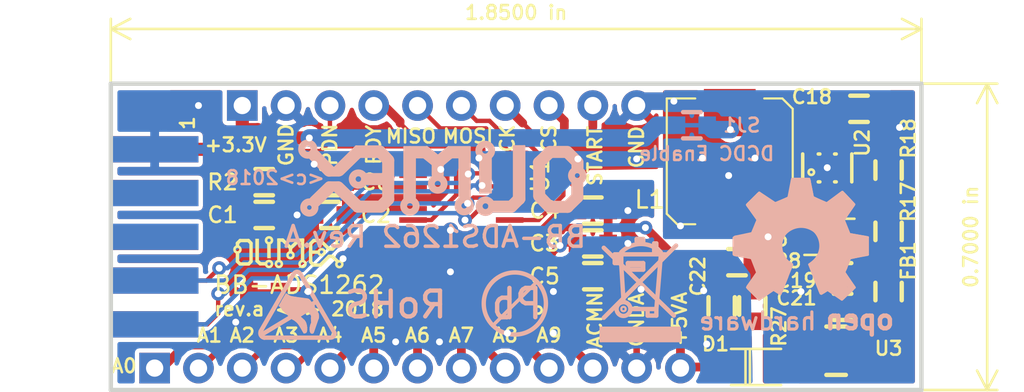
<source format=kicad_pcb>
(kicad_pcb (version 20171114) (host pcbnew "(2017-11-22 revision 78366f8f0)-master")

  (general
    (thickness 1.6)
    (drawings 36)
    (tracks 335)
    (zones 0)
    (modules 66)
    (nets 40)
  )

  (page A4)
  (layers
    (0 F.Cu signal)
    (31 B.Cu signal)
    (32 B.Adhes user)
    (33 F.Adhes user)
    (34 B.Paste user)
    (35 F.Paste user)
    (36 B.SilkS user)
    (37 F.SilkS user)
    (38 B.Mask user)
    (39 F.Mask user)
    (40 Dwgs.User user hide)
    (41 Cmts.User user)
    (42 Eco1.User user)
    (43 Eco2.User user)
    (44 Edge.Cuts user)
    (45 Margin user)
    (46 B.CrtYd user hide)
    (47 F.CrtYd user hide)
    (48 B.Fab user hide)
    (49 F.Fab user hide)
  )

  (setup
    (last_trace_width 0.25)
    (user_trace_width 0.1778)
    (user_trace_width 0.254)
    (user_trace_width 0.381)
    (user_trace_width 0.508)
    (user_trace_width 0.762)
    (user_trace_width 1.016)
    (trace_clearance 0.1778)
    (zone_clearance 0.254)
    (zone_45_only no)
    (trace_min 0.17526)
    (segment_width 0.2)
    (edge_width 0.254)
    (via_size 0.8)
    (via_drill 0.4)
    (via_min_size 0.4)
    (via_min_drill 0.3)
    (uvia_size 0.3)
    (uvia_drill 0.1)
    (uvias_allowed no)
    (uvia_min_size 0.2)
    (uvia_min_drill 0.1)
    (pcb_text_width 0.15)
    (pcb_text_size 0.8 0.8)
    (mod_edge_width 0.15)
    (mod_text_size 0.8 0.8)
    (mod_text_width 0.15)
    (pad_size 0.9 0.9)
    (pad_drill 0.4)
    (pad_to_mask_clearance 0)
    (aux_axis_origin 0 0)
    (visible_elements FFFFFF7F)
    (pcbplotparams
      (layerselection 0x00000_ffffffff)
      (usegerberextensions false)
      (usegerberattributes false)
      (usegerberadvancedattributes false)
      (creategerberjobfile false)
      (excludeedgelayer true)
      (linewidth 0.100000)
      (plotframeref false)
      (viasonmask false)
      (mode 1)
      (useauxorigin false)
      (hpglpennumber 1)
      (hpglpenspeed 20)
      (hpglpendiameter 15)
      (psnegative false)
      (psa4output false)
      (plotreference true)
      (plotvalue false)
      (plotinvisibletext false)
      (padsonsilk false)
      (subtractmaskfromsilk false)
      (outputformat 1)
      (mirror false)
      (drillshape 0)
      (scaleselection 1)
      (outputdirectory ""))
  )

  (net 0 "")
  (net 1 +3.3VD)
  (net 2 GNDD)
  (net 3 +5VA)
  (net 4 "Net-(C4-Pad1)")
  (net 5 GNDA)
  (net 6 "Net-(C5-Pad1)")
  (net 7 "Net-(C5-Pad2)")
  (net 8 "Net-(C6-Pad1)")
  (net 9 /AINCOM)
  (net 10 /AIN9)
  (net 11 /AIN8)
  (net 12 /AIN6)
  (net 13 /AIN7)
  (net 14 /AIN5)
  (net 15 /AIN4)
  (net 16 /AIN0)
  (net 17 /AIN1)
  (net 18 /AIN2)
  (net 19 /AIN3)
  (net 20 /START)
  (net 21 /CS#)
  (net 22 /MOSI)
  (net 23 /SCK)
  (net 24 /MISO)
  (net 25 /DRDY#)
  (net 26 /PWDN#)
  (net 27 "Net-(CON3-Pad4)")
  (net 28 "Net-(U1-Pad16)")
  (net 29 "Net-(C18-Pad1)")
  (net 30 "Net-(C19-Pad1)")
  (net 31 "Net-(C21-Pad1)")
  (net 32 "Net-(CON3-Pad6)")
  (net 33 "Net-(CON3-Pad5)")
  (net 34 "Net-(CON3-Pad3)")
  (net 35 "Net-(D1-Pad2)")
  (net 36 "Net-(D3-Pad2)")
  (net 37 "Net-(R17-Pad2)")
  (net 38 "Net-(R27-Pad2)")
  (net 39 "Net-(U2-Pad6)")

  (net_class Default "This is the default net class."
    (clearance 0.1778)
    (trace_width 0.25)
    (via_dia 0.8)
    (via_drill 0.4)
    (uvia_dia 0.3)
    (uvia_drill 0.1)
    (add_net +3.3VD)
    (add_net +5VA)
    (add_net /AIN0)
    (add_net /AIN1)
    (add_net /AIN2)
    (add_net /AIN3)
    (add_net /AIN4)
    (add_net /AIN5)
    (add_net /AIN6)
    (add_net /AIN7)
    (add_net /AIN8)
    (add_net /AIN9)
    (add_net /AINCOM)
    (add_net /CS#)
    (add_net /DRDY#)
    (add_net /MISO)
    (add_net /MOSI)
    (add_net /PWDN#)
    (add_net /SCK)
    (add_net /START)
    (add_net GNDA)
    (add_net GNDD)
    (add_net "Net-(C18-Pad1)")
    (add_net "Net-(C19-Pad1)")
    (add_net "Net-(C21-Pad1)")
    (add_net "Net-(C4-Pad1)")
    (add_net "Net-(C5-Pad1)")
    (add_net "Net-(C5-Pad2)")
    (add_net "Net-(C6-Pad1)")
    (add_net "Net-(CON3-Pad3)")
    (add_net "Net-(CON3-Pad4)")
    (add_net "Net-(CON3-Pad5)")
    (add_net "Net-(CON3-Pad6)")
    (add_net "Net-(D1-Pad2)")
    (add_net "Net-(D3-Pad2)")
    (add_net "Net-(R17-Pad2)")
    (add_net "Net-(R27-Pad2)")
    (add_net "Net-(U1-Pad16)")
    (add_net "Net-(U2-Pad6)")
  )

  (module OLIMEX_Other-FP:via_09_07 (layer F.Cu) (tedit 5A54BD95) (tstamp 5A4F4E46)
    (at 89.154 62.103)
    (attr virtual)
    (fp_text reference Ref** (at 0 0.5) (layer F.Fab) hide
      (effects (font (size 1 1) (thickness 0.15)))
    )
    (fp_text value Val** (at 0 -0.7874) (layer F.Fab)
      (effects (font (size 1 1) (thickness 0.15)))
    )
    (pad 0 thru_hole circle (at 0 0) (size 0.9 0.9) (drill 0.4) (layers *.Cu)
      (net 5 GNDA) (zone_connect 2))
  )

  (module OLIMEX_LOGOs-FP:LOGO_OPENHARDWARE_8x8 (layer B.Cu) (tedit 55534E4A) (tstamp 5A4F47E4)
    (at 94.615 56.515 180)
    (fp_text reference "" (at 0 -0.5 180) (layer B.Fab) hide
      (effects (font (size 1 1) (thickness 0.15)) (justify mirror))
    )
    (fp_text value "" (at 0 0.5 180) (layer B.Fab) hide
      (effects (font (size 1 1) (thickness 0.15)) (justify mirror))
    )
    (fp_line (start -1.22682 -2.46126) (end -0.67564 -1.03886) (layer B.SilkS) (width 0.42))
    (fp_line (start -1.57226 -2.27584) (end -1.25476 -2.48158) (layer B.SilkS) (width 0.37))
    (fp_line (start -2.3622 -2.82448) (end -1.58242 -2.29362) (layer B.SilkS) (width 0.4))
    (fp_line (start -2.93878 -2.286) (end -2.3749 -2.82448) (layer B.SilkS) (width 0.38))
    (fp_line (start -2.92354 -2.286) (end -2.39014 -1.45288) (layer B.SilkS) (width 0.37))
    (fp_line (start -2.74828 -0.52578) (end -2.39014 -1.4097) (layer B.SilkS) (width 0.37))
    (fp_line (start -3.72618 -0.28448) (end -2.77622 -0.50292) (layer B.SilkS) (width 0.37))
    (fp_line (start -3.71602 0.49276) (end -3.7211 -0.29464) (layer B.SilkS) (width 0.38))
    (fp_line (start -3.72872 0.50546) (end -2.71018 0.6858) (layer B.SilkS) (width 0.37))
    (fp_line (start -2.6797 0.72136) (end -2.33172 1.5875) (layer B.SilkS) (width 0.37))
    (fp_line (start -2.9083 2.4892) (end -2.35204 1.6383) (layer B.SilkS) (width 0.37))
    (fp_line (start -2.91846 2.51206) (end -2.41808 3.04546) (layer B.SilkS) (width 0.38))
    (fp_line (start -2.36982 3.07086) (end -1.54178 2.41808) (layer B.SilkS) (width 0.37))
    (fp_line (start -1.48082 2.42824) (end -0.635 2.83464) (layer B.SilkS) (width 0.37))
    (fp_line (start -0.37592 3.86842) (end -0.58166 2.85496) (layer B.SilkS) (width 0.37))
    (fp_line (start -0.38354 3.88112) (end 0.40132 3.88112) (layer B.SilkS) (width 0.37))
    (fp_line (start 0.38354 3.8608) (end 0.5969 2.84226) (layer B.SilkS) (width 0.37))
    (fp_line (start 0.5969 2.84226) (end 1.4986 2.39268) (layer B.SilkS) (width 0.37))
    (fp_line (start 1.5113 2.39776) (end 2.41554 3.0322) (layer B.SilkS) (width 0.37))
    (fp_line (start 2.41554 3.03022) (end 2.96926 2.48412) (layer B.SilkS) (width 0.37))
    (fp_line (start 2.96926 2.48158) (end 2.35204 1.69164) (layer B.SilkS) (width 0.37))
    (fp_line (start 2.35204 1.69164) (end 2.6924 0.75438) (layer B.SilkS) (width 0.37))
    (fp_line (start 2.6924 0.75438) (end 3.77444 0.52578) (layer B.SilkS) (width 0.37))
    (fp_line (start 3.77444 0.52578) (end 3.77444 -0.30988) (layer B.SilkS) (width 0.37))
    (fp_line (start 3.77444 -0.30988) (end 2.76098 -0.48006) (layer B.SilkS) (width 0.37))
    (fp_line (start 2.76098 -0.48006) (end 2.35458 -1.39192) (layer B.SilkS) (width 0.37))
    (fp_line (start 2.40538 -2.83972) (end 1.56972 -2.2733) (layer B.SilkS) (width 0.37))
    (fp_line (start 1.56972 -2.2733) (end 1.2319 -2.45872) (layer B.SilkS) (width 0.37))
    (fp_line (start 1.2319 -2.45872) (end 0.65786 -1.01854) (layer B.SilkS) (width 0.37))
    (fp_arc (start -0.07874 0.1016) (end 1.03886 0.84836) (angle -90) (layer B.SilkS) (width 0.37))
    (fp_arc (start -0.0127 -0.03048) (end -0.8763 1.03124) (angle -90) (layer B.SilkS) (width 0.37))
    (fp_arc (start 0.0635 0.11684) (end -0.8255 -0.84836) (angle -90) (layer B.SilkS) (width 0.37))
    (fp_line (start 2.35458 -1.39192) (end 2.97434 -2.27838) (layer B.SilkS) (width 0.37))
    (fp_line (start 2.42062 -2.8321) (end 2.97434 -2.286) (layer B.SilkS) (width 0.37))
    (fp_line (start -1.14554 -2.6416) (end -0.4953 -0.97282) (layer B.SilkS) (width 0.15))
    (fp_line (start -1.52908 -2.4384) (end -1.18364 -2.65938) (layer B.SilkS) (width 0.15))
    (fp_line (start -1.54178 -2.42824) (end -2.36728 -2.99212) (layer B.SilkS) (width 0.15))
    (fp_line (start -2.3749 -2.99974) (end -3.09626 -2.30632) (layer B.SilkS) (width 0.15))
    (fp_line (start -3.10388 -2.30378) (end -2.50698 -1.44018) (layer B.SilkS) (width 0.15))
    (fp_line (start -3.86588 -0.39624) (end -2.794 -0.59182) (layer B.SilkS) (width 0.15))
    (fp_line (start -3.86588 0.5969) (end -3.86588 -0.38862) (layer B.SilkS) (width 0.15))
    (fp_line (start -3.86842 0.59944) (end -2.69748 0.80264) (layer B.SilkS) (width 0.15))
    (fp_line (start -2.79908 0.79756) (end -2.4638 1.63068) (layer B.SilkS) (width 0.15))
    (fp_line (start -3.0607 2.48158) (end -2.46634 1.62814) (layer B.SilkS) (width 0.15))
    (fp_line (start -3.08102 2.51714) (end -2.40792 3.23088) (layer B.SilkS) (width 0.15))
    (fp_line (start -2.39522 3.23342) (end -1.42494 2.51714) (layer B.SilkS) (width 0.15))
    (fp_line (start -1.4605 2.58572) (end -0.55626 2.96418) (layer B.SilkS) (width 0.15))
    (fp_line (start -0.47244 3.98018) (end -0.6731 2.95402) (layer B.SilkS) (width 0.15))
    (fp_line (start -0.46228 3.9878) (end 0.50292 3.9878) (layer B.SilkS) (width 0.15))
    (fp_line (start 0.50292 3.9878) (end 0.72898 2.81686) (layer B.SilkS) (width 0.15))
    (fp_line (start 0.71882 2.89814) (end 1.524 2.56032) (layer B.SilkS) (width 0.15))
    (fp_line (start 1.40462 2.51206) (end 2.41554 3.18516) (layer B.SilkS) (width 0.15))
    (fp_line (start 2.42062 3.1877) (end 3.11404 2.49682) (layer B.SilkS) (width 0.15))
    (fp_line (start 3.11912 2.4892) (end 2.41554 1.4986) (layer B.SilkS) (width 0.15))
    (fp_line (start 2.50444 1.60782) (end 2.8702 0.73914) (layer B.SilkS) (width 0.15))
    (fp_line (start 3.80746 -0.16256) (end 2.70002 -0.38608) (layer B.SilkS) (width 0.15))
    (fp_line (start 3.89128 0.57912) (end 3.88874 -0.37846) (layer B.SilkS) (width 0.15))
    (fp_line (start 2.75336 -0.6096) (end 3.87604 -0.39878) (layer B.SilkS) (width 0.15))
    (fp_line (start 2.8575 -0.57658) (end 2.4765 -1.55702) (layer B.SilkS) (width 0.15))
    (fp_line (start 2.82448 -2.21234) (end 2.33934 -2.7432) (layer B.SilkS) (width 0.15))
    (fp_line (start 2.42824 -2.98704) (end 3.1115 -2.29616) (layer B.SilkS) (width 0.15))
    (fp_line (start 1.54178 -2.37236) (end 2.41808 -2.99212) (layer B.SilkS) (width 0.15))
    (fp_line (start 2.40538 -2.67716) (end 1.58496 -2.14884) (layer B.SilkS) (width 0.15))
    (fp_line (start 1.72212 -2.34442) (end 1.1938 -2.67208) (layer B.SilkS) (width 0.15))
    (fp_line (start 1.1938 -2.67208) (end 0.80772 -1.69164) (layer B.SilkS) (width 0.15))
    (fp_line (start 0.80264 -0.99314) (end 1.33096 -2.3749) (layer B.SilkS) (width 0.15))
    (fp_line (start -3.57378 0.40894) (end -3.57378 -0.2413) (layer B.SilkS) (width 0.15))
    (fp_line (start -3.71602 0.35306) (end -2.60096 0.59944) (layer B.SilkS) (width 0.15))
    (fp_line (start -2.18694 1.62052) (end -2.57302 0.6223) (layer B.SilkS) (width 0.15))
    (fp_line (start -2.18186 1.61544) (end -2.78384 2.52476) (layer B.SilkS) (width 0.15))
    (fp_line (start -2.4257 2.96926) (end -1.54178 2.2479) (layer B.SilkS) (width 0.15))
    (fp_line (start 0.84582 -1.05156) (end 1.02362 -0.92964) (layer B.SilkS) (width 0.15))
    (fp_line (start 1.02362 -0.92964) (end 1.39954 -0.21844) (layer B.SilkS) (width 0.15))
    (fp_line (start 1.39954 -0.21844) (end 1.39954 0.29972) (layer B.SilkS) (width 0.15))
    (fp_line (start 1.40462 0.28702) (end 1.17094 0.96012) (layer B.SilkS) (width 0.15))
    (fp_line (start 1.17094 0.96012) (end 0.6604 1.38938) (layer B.SilkS) (width 0.15))
    (fp_line (start 0.6604 1.38938) (end -0.15494 1.5494) (layer B.SilkS) (width 0.15))
    (fp_line (start -0.15494 1.55702) (end -1.02616 1.12776) (layer B.SilkS) (width 0.15))
    (fp_line (start -1.02616 1.12776) (end -1.44526 0.39624) (layer B.SilkS) (width 0.15))
    (fp_line (start -1.45034 0.39116) (end -1.31826 -0.4318) (layer B.SilkS) (width 0.15))
    (fp_line (start -1.31318 -0.46228) (end -1.2192 -0.63246) (layer B.SilkS) (width 0.15))
    (fp_line (start -1.31318 -0.46228) (end -1.2192 -0.63246) (layer B.SilkS) (width 0.15))
    (fp_line (start -1.08966 -0.68326) (end -0.83058 -1.02108) (layer B.SilkS) (width 0.15))
    (fp_line (start -0.72136 -0.79756) (end -0.4953 -0.97282) (layer B.SilkS) (width 0.15))
    (fp_line (start 0.77978 -0.8001) (end 0.52578 -0.9652) (layer B.SilkS) (width 0.15))
    (fp_line (start 0.64262 -1.25476) (end 0.5207 -0.97028) (layer B.SilkS) (width 0.15))
    (fp_line (start -1.5367 2.25044) (end -0.55372 2.7432) (layer B.SilkS) (width 0.15))
    (fp_line (start -1.2065 -0.66294) (end -0.89916 -0.92964) (layer B.SilkS) (width 0.15))
    (fp_line (start -2.2225 -2.09296) (end -1.36906 -1.07188) (layer B.SilkS) (width 1))
    (fp_line (start -3.25882 0.11176) (end -1.8415 0.17272) (layer B.SilkS) (width 1))
    (fp_line (start -2.2733 2.39776) (end -1.21158 1.29032) (layer B.SilkS) (width 1))
    (fp_line (start -0.0127 3.37312) (end -0.00762 1.85928) (layer B.SilkS) (width 1))
    (fp_line (start 2.25298 2.31648) (end 1.14046 1.24968) (layer B.SilkS) (width 1))
    (fp_line (start 3.24358 0.13208) (end 1.77546 0.04572) (layer B.SilkS) (width 1))
    (fp_line (start -1.54686 -1.92024) (end -1.1811 -1.15824) (layer B.SilkS) (width 1))
    (fp_line (start -2.21234 -1.02108) (end -1.64846 -0.54102) (layer B.SilkS) (width 1))
    (fp_line (start -2.46126 -0.37592) (end -1.75514 -0.24892) (layer B.SilkS) (width 1))
    (fp_line (start -2.13614 0.86868) (end -1.69418 0.70866) (layer B.SilkS) (width 1))
    (fp_line (start -1.96088 1.34874) (end -1.50368 1.05918) (layer B.SilkS) (width 1))
    (fp_line (start -0.96266 2.12598) (end -0.7874 1.76784) (layer B.SilkS) (width 1))
    (fp_line (start -0.52832 2.38506) (end -0.36068 1.77546) (layer B.SilkS) (width 1))
    (fp_line (start 0.7366 2.36982) (end 0.51562 1.68402) (layer B.SilkS) (width 1))
    (fp_line (start 1.32334 2.11836) (end 0.90424 1.53162) (layer B.SilkS) (width 1))
    (fp_line (start 2.19202 1.24968) (end 1.5367 0.88392) (layer B.SilkS) (width 1))
    (fp_line (start 2.43332 0.55626) (end 1.71196 0.40894) (layer B.SilkS) (width 1))
    (fp_line (start 1.59766 -0.60198) (end 2.20726 -0.70866) (layer B.SilkS) (width 1))
    (fp_line (start 1.27762 -1.02108) (end 1.89484 -1.34874) (layer B.SilkS) (width 1))
    (fp_line (start 1.16332 -1.15824) (end 2.34442 -2.1717) (layer B.SilkS) (width 1))
    (fp_line (start 1.16332 -1.0668) (end 1.49606 -1.79832) (layer B.SilkS) (width 1))
    (fp_text user open (at -3.40106 -4.17576) (layer B.SilkS)
      (effects (font (size 1.1 1.1) (thickness 0.254)) (justify mirror))
    )
    (fp_text user hardware (at 2.51206 -4.2672) (layer B.SilkS)
      (effects (font (size 1 1) (thickness 0.18)) (justify mirror))
    )
  )

  (module OLIMEX_LOGOs-FP:OLIMEX_LOGO_TB (layer B.Cu) (tedit 5530FAE4) (tstamp 5A4F2FB8)
    (at 73.66 52.451 180)
    (fp_text reference "" (at -2.4003 3.0607 180) (layer B.Fab) hide
      (effects (font (size 1 1) (thickness 0.15)) (justify mirror))
    )
    (fp_text value "" (at -1.6637 -3.7084 180) (layer B.Fab) hide
      (effects (font (size 1 1) (thickness 0.15)) (justify mirror))
    )
    (fp_circle (center -7.9883 0.127) (end -7.6708 0.2413) (layer B.SilkS) (width 0.4))
    (fp_line (start -8.001 0.9017) (end -7.493 1.4097) (layer B.SilkS) (width 0.7))
    (fp_line (start -6.4008 1.4859) (end -5.7658 0.8763) (layer B.SilkS) (width 0.7))
    (fp_line (start -5.7912 -1.0795) (end -6.35 -1.6637) (layer B.SilkS) (width 0.7))
    (fp_line (start -4.1656 -1.6764) (end -4.6228 -1.2192) (layer B.SilkS) (width 0.7))
    (fp_line (start -3.1798 -1.6764) (end -4.1656 -1.6764) (layer B.SilkS) (width 0.7))
    (fp_circle (center -2.667 -1.651) (end -2.4638 -1.3462) (layer B.SilkS) (width 0.4))
    (fp_line (start -2.667 1.0414) (end -2.667 -0.5588) (layer B.SilkS) (width 0.7))
    (fp_circle (center -2.6543 1.5748) (end -2.54 1.9304) (layer B.SilkS) (width 0.4))
    (fp_circle (center -1.4351 -1.6256) (end -1.1938 -1.3589) (layer B.SilkS) (width 0.4))
    (fp_line (start -1.4478 -1.1176) (end -1.4478 1.4732) (layer B.SilkS) (width 0.7))
    (fp_line (start -1.4478 1.4732) (end -0.6096 1.4732) (layer B.SilkS) (width 0.7))
    (fp_line (start -0.6096 1.4732) (end 0 0.9652) (layer B.SilkS) (width 0.7))
    (fp_line (start 0.1016 0.1778) (end 0.1016 0.889) (layer B.SilkS) (width 0.7))
    (fp_line (start 0.1778 0.9652) (end 0.8128 1.4732) (layer B.SilkS) (width 0.7))
    (fp_circle (center 0.1016 -0.3556) (end 0.3302 -0.0635) (layer B.SilkS) (width 0.4))
    (fp_line (start 0.8128 1.4732) (end 1.7018 1.4732) (layer B.SilkS) (width 0.7))
    (fp_circle (center 1.7145 -1.6383) (end 1.9304 -1.3462) (layer B.SilkS) (width 0.4))
    (fp_circle (center 7.5438 -1.7272) (end 7.8359 -1.5748) (layer B.SilkS) (width 0.4))
    (fp_line (start 7.2136 -1.3716) (end 6.3754 -0.5588) (layer B.SilkS) (width 0.7))
    (fp_line (start 5.8674 -0.4572) (end 6.4008 -0.4572) (layer B.SilkS) (width 0.5))
    (fp_line (start 4.7244 -1.6764) (end 5.8674 -0.5588) (layer B.SilkS) (width 0.7))
    (fp_line (start 3.4036 -1.6764) (end 4.7244 -1.6764) (layer B.SilkS) (width 0.7))
    (fp_line (start 2.9718 -1.2446) (end 3.4036 -1.6764) (layer B.SilkS) (width 0.7))
    (fp_line (start 2.9718 0.9906) (end 2.9718 -1.2446) (layer B.SilkS) (width 0.7))
    (fp_line (start 2.9718 1.016) (end 3.4544 1.524) (layer B.SilkS) (width 0.7))
    (fp_line (start 3.5025 1.4986) (end 4.7244 1.4986) (layer B.SilkS) (width 0.7))
    (fp_line (start 4.7244 1.4986) (end 5.8166 0.4318) (layer B.SilkS) (width 0.7))
    (fp_line (start 5.842 0.3175) (end 6.4008 0.3175) (layer B.SilkS) (width 0.5))
    (fp_line (start 7.2644 1.3081) (end 6.4008 0.4144) (layer B.SilkS) (width 0.7))
    (fp_circle (center 7.6327 1.6637) (end 7.9375 1.8542) (layer B.SilkS) (width 0.4))
    (fp_line (start 4.191 -0.0762) (end 2.9718 -0.0762) (layer B.SilkS) (width 0.7))
    (fp_circle (center 4.699 -0.0762) (end 4.9657 0.1651) (layer B.SilkS) (width 0.4))
    (fp_line (start -7.4295 -1.6891) (end -6.3881 -1.6891) (layer B.SilkS) (width 0.7))
    (fp_line (start -7.9883 -1.1303) (end -7.9883 -0.3683) (layer B.SilkS) (width 0.7))
    (fp_line (start -8.001 -1.1176) (end -7.4168 -1.6891) (layer B.SilkS) (width 0.7))
    (fp_line (start -8.001 0.8509) (end -8.001 0.6096) (layer B.SilkS) (width 0.7))
    (fp_line (start -5.7785 0.889) (end -5.7785 -1.0414) (layer B.SilkS) (width 0.7))
    (fp_line (start -6.4008 1.4986) (end -7.4041 1.4986) (layer B.SilkS) (width 0.7))
    (fp_line (start 1.7145 1.4859) (end 1.7145 -1.1176) (layer B.SilkS) (width 0.7))
    (fp_line (start -4.6228 -1.2319) (end -4.6228 1.4986) (layer B.SilkS) (width 0.7))
    (fp_line (start -4.6228 1.8415) (end -4.9022 1.8415) (layer B.SilkS) (width 0.1))
    (fp_line (start -4.9276 1.8415) (end -4.9276 -1.3081) (layer B.SilkS) (width 0.1))
    (fp_line (start -4.9149 1.8415) (end -4.9276 1.8415) (layer B.SilkS) (width 0.1))
    (fp_line (start -4.9022 1.8415) (end -4.9149 1.8415) (layer B.SilkS) (width 0.1))
    (fp_line (start -4.7879 1.7526) (end -4.8514 1.7653) (layer B.SilkS) (width 0.1))
    (fp_line (start -4.3053 1.8415) (end -4.3053 -1.1938) (layer B.SilkS) (width 0.1))
    (fp_line (start -4.6101 1.8415) (end -4.3053 1.8415) (layer B.SilkS) (width 0.1))
    (fp_line (start -4.4831 1.7653) (end -4.3688 1.7653) (layer B.SilkS) (width 0.1))
    (fp_line (start -2.9845 1.1557) (end -2.9845 -0.8636) (layer B.SilkS) (width 0.1))
    (fp_line (start -2.3495 -0.8636) (end -2.3495 1.1557) (layer B.SilkS) (width 0.1))
    (fp_line (start -2.3749 -0.8636) (end -2.3495 -0.8636) (layer B.SilkS) (width 0.1))
    (fp_line (start -2.9845 -0.8636) (end -2.3749 -0.8636) (layer B.SilkS) (width 0.1))
    (fp_line (start -2.8448 -0.8001) (end -2.9083 -0.8001) (layer B.SilkS) (width 0.1))
    (fp_line (start -2.5019 -0.8001) (end -2.413 -0.8001) (layer B.SilkS) (width 0.1))
    (fp_line (start -1.7653 -1.2065) (end -1.7653 1.778) (layer B.SilkS) (width 0.1))
    (fp_line (start -0.5207 1.7907) (end 0.0635 1.3081) (layer B.SilkS) (width 0.1))
    (fp_line (start -1.7653 1.7907) (end -0.5207 1.7907) (layer B.SilkS) (width 0.1))
    (fp_line (start -1.6129 1.7272) (end -1.6891 1.7272) (layer B.SilkS) (width 0.1))
    (fp_line (start 2.0447 -1.2319) (end 2.0447 1.778) (layer B.SilkS) (width 0.1))
    (fp_line (start 0.7239 1.7907) (end 0.1016 1.2954) (layer B.SilkS) (width 0.1))
    (fp_line (start 0.7493 1.7907) (end 0.7239 1.7907) (layer B.SilkS) (width 0.1))
    (fp_line (start 2.0447 1.7907) (end 0.7493 1.7907) (layer B.SilkS) (width 0.1))
    (fp_line (start 2.0447 1.778) (end 2.0447 1.7907) (layer B.SilkS) (width 0.1))
    (fp_line (start 1.8923 1.7145) (end 1.9939 1.7145) (layer B.SilkS) (width 0.1))
    (fp_line (start 4.8387 1.8288) (end 6.096 0.5842) (layer B.SilkS) (width 0.1))
    (fp_line (start 4.7879 1.8288) (end 4.8387 1.8288) (layer B.SilkS) (width 0.1))
    (fp_line (start 3.4163 1.8288) (end 4.7879 1.8288) (layer B.SilkS) (width 0.1))
  )

  (module OLIMEX_LOGOs-FP:LOGO_RECYCLEBIN_1 (layer B.Cu) (tedit 552CE91B) (tstamp 5A4F2676)
    (at 87.63 61.976 180)
    (fp_text reference "" (at 2.11 7.12 180) (layer B.Fab) hide
      (effects (font (size 1 1) (thickness 0.15)) (justify mirror))
    )
    (fp_text value "" (at 2.85 -1.56 180) (layer B.Fab) hide
      (effects (font (size 1 1) (thickness 0.15)) (justify mirror))
    )
    (fp_line (start 4.62 0.812) (end 4.62 0.05) (layer B.SilkS) (width 0.15))
    (fp_line (start 0.048 0.812) (end 4.62 0.812) (layer B.SilkS) (width 0.15))
    (fp_line (start 0.048 0.05) (end 0.048 0.812) (layer B.SilkS) (width 0.15))
    (fp_line (start 4.62 0.05) (end 0.048 0.05) (layer B.SilkS) (width 0.15))
    (fp_line (start 4.5692 0.7612) (end 0.1496 0.7612) (layer B.SilkS) (width 0.15))
    (fp_line (start 0.0988 0.6596) (end 4.5692 0.6596) (layer B.SilkS) (width 0.15))
    (fp_line (start 4.5692 0.5072) (end 0.1496 0.5072) (layer B.SilkS) (width 0.15))
    (fp_line (start 4.5692 0.3548) (end 0.1496 0.3548) (layer B.SilkS) (width 0.15))
    (fp_line (start 0.0988 0.6088) (end 4.5184 0.6088) (layer B.SilkS) (width 0.15))
    (fp_line (start 0.0988 0.4564) (end 4.5692 0.4564) (layer B.SilkS) (width 0.15))
    (fp_line (start 4.5184 0.2532) (end 0.1496 0.2532) (layer B.SilkS) (width 0.15))
    (fp_line (start 0.0988 0.1516) (end 4.5184 0.1516) (layer B.SilkS) (width 0.15))
    (fp_line (start 0.254 5.588) (end 4.445 1.397) (layer B.SilkS) (width 0.254))
    (fp_line (start 0.381 1.524) (end 4.445 5.461) (layer B.SilkS) (width 0.254))
    (fp_line (start 1.397 1.905) (end 2.794 1.905) (layer B.SilkS) (width 0.254))
    (fp_line (start 1.397 1.905) (end 1.143 4.953) (layer B.SilkS) (width 0.254))
    (fp_line (start 0.889 5.08) (end 3.81 5.08) (layer B.SilkS) (width 0.254))
    (fp_line (start 1.905 1.524) (end 1.905 1.778) (layer B.SilkS) (width 0.254))
    (fp_line (start 1.397 1.524) (end 1.905 1.524) (layer B.SilkS) (width 0.254))
    (fp_line (start 1.397 1.905) (end 1.397 1.524) (layer B.SilkS) (width 0.254))
    (fp_line (start 3.302 2.413) (end 3.429 4.445) (layer B.SilkS) (width 0.254))
    (fp_circle (center 3.302 1.905) (end 3.683 2.032) (layer B.SilkS) (width 0.254))
    (fp_line (start 1.524 5.715) (end 1.524 5.207) (layer B.SilkS) (width 0.254))
    (fp_line (start 1.397 5.715) (end 1.524 5.715) (layer B.SilkS) (width 0.254))
    (fp_line (start 1.397 5.207) (end 1.397 5.715) (layer B.SilkS) (width 0.254))
    (fp_line (start 3.81 4.572) (end 3.81 5.08) (layer B.SilkS) (width 0.254))
    (fp_line (start 3.429 4.572) (end 3.81 4.572) (layer B.SilkS) (width 0.254))
    (fp_line (start 3.429 5.08) (end 3.429 4.572) (layer B.SilkS) (width 0.254))
    (fp_line (start 3.556 4.953) (end 3.556 4.826) (layer B.SilkS) (width 0.254))
    (fp_line (start 3.556 5.08) (end 3.683 4.699) (layer B.SilkS) (width 0.254))
    (fp_line (start 3.556 4.953) (end 3.556 4.826) (layer B.SilkS) (width 0.254))
    (fp_line (start 3.683 4.953) (end 3.683 4.572) (layer B.SilkS) (width 0.254))
    (fp_line (start 3.556 4.953) (end 3.683 4.953) (layer B.SilkS) (width 0.254))
    (fp_line (start 3.556 4.572) (end 3.556 4.953) (layer B.SilkS) (width 0.254))
    (fp_line (start 2.159 4.191) (end 2.159 4.572) (layer B.SilkS) (width 0.254))
    (fp_line (start 3.048 4.191) (end 2.159 4.191) (layer B.SilkS) (width 0.254))
    (fp_line (start 3.048 4.572) (end 3.048 4.191) (layer B.SilkS) (width 0.254))
    (fp_line (start 2.159 4.572) (end 3.048 4.572) (layer B.SilkS) (width 0.254))
    (fp_line (start 2.286 4.445) (end 2.921 4.445) (layer B.SilkS) (width 0.254))
    (fp_line (start 2.54 5.969) (end 2.159 5.969) (layer B.SilkS) (width 0.254))
    (fp_line (start 2.54 5.842) (end 2.54 5.969) (layer B.SilkS) (width 0.254))
    (fp_line (start 2.159 5.842) (end 2.54 5.842) (layer B.SilkS) (width 0.254))
    (fp_line (start 2.159 5.969) (end 2.159 5.842) (layer B.SilkS) (width 0.254))
    (fp_arc (start 2.286 4.064) (end 1.143 5.207) (angle -90) (layer B.SilkS) (width 0.254))
    (fp_circle (center 3.302 1.905) (end 3.429 1.905) (layer B.SilkS) (width 0.127))
  )

  (module OLIMEX_LOGOs-FP:LOGO_PBFREE (layer B.Cu) (tedit 553A2F23) (tstamp 5A4F22F1)
    (at 78.232 59.436)
    (fp_text reference "" (at -0.2794 3.52552) (layer B.Fab)
      (effects (font (size 1 1) (thickness 0.15)) (justify mirror))
    )
    (fp_text value "" (at 0.05588 -3.15214) (layer B.Fab)
      (effects (font (size 1 1) (thickness 0.15)) (justify mirror))
    )
    (fp_circle (center -0.2032 0.31496) (end 0.90678 1.73482) (layer B.SilkS) (width 0.254))
    (fp_line (start -1.36398 1.47828) (end 1.06934 -0.94234) (layer B.SilkS) (width 0.2))
    (fp_text user Pb (at -0.08636 0.33528) (layer B.SilkS)
      (effects (font (size 1.7 1.5) (thickness 0.254)) (justify mirror))
    )
  )

  (module OLIMEX_LOGOs-FP:LOGO_ANTISTATIC_SMALL_4.5mmX2.8mm (layer B.Cu) (tedit 553A307F) (tstamp 5A4F1F75)
    (at 65.405 59.817 180)
    (fp_text reference Ref** (at 0 3.0226 180) (layer B.Fab)
      (effects (font (size 1 1) (thickness 0.15)) (justify mirror))
    )
    (fp_text value Val** (at -0.02286 -3.302 180) (layer B.Fab)
      (effects (font (size 1 1) (thickness 0.15)) (justify mirror))
    )
    (fp_line (start 0.18542 1.79324) (end 2.11328 -1.55194) (layer B.SilkS) (width 0.254))
    (fp_line (start -1.87198 -1.9177) (end 1.8923 -1.91516) (layer B.SilkS) (width 0.254))
    (fp_line (start -2.16916 -1.63576) (end -0.1905 1.78816) (layer B.SilkS) (width 0.254))
    (fp_arc (start 0 1.69926) (end -0.14478 1.84404) (angle -90) (layer B.SilkS) (width 0.254))
    (fp_arc (start -1.94056 -1.68148) (end -1.95072 -1.91262) (angle -90) (layer B.SilkS) (width 0.254))
    (fp_arc (start 1.86436 -1.65608) (end 2.12344 -1.62052) (angle -90) (layer B.SilkS) (width 0.254))
    (fp_line (start 0.18542 -0.88392) (end 0.0635 -0.97282) (layer B.SilkS) (width 0.05))
    (fp_line (start 0.0635 -0.97282) (end 0.00762 -1.02108) (layer B.SilkS) (width 0.05))
    (fp_line (start 0.00762 -1.02108) (end -0.0762 -1.11506) (layer B.SilkS) (width 0.05))
    (fp_line (start -0.1524 -1.2319) (end -0.39878 -1.64846) (layer B.SilkS) (width 0.05))
    (fp_line (start -0.0762 -1.11506) (end -0.1524 -1.2319) (layer B.SilkS) (width 0.05))
    (fp_line (start -0.39878 -1.64846) (end -0.47752 -1.63576) (layer B.SilkS) (width 0.05))
    (fp_line (start -0.48006 -1.63576) (end -0.51308 -1.61544) (layer B.SilkS) (width 0.05))
    (fp_line (start -0.51816 -1.61036) (end -0.53594 -1.58875) (layer B.SilkS) (width 0.05))
    (fp_line (start -0.53594 -1.5875) (end -0.55372 -1.53924) (layer B.SilkS) (width 0.05))
    (fp_line (start -0.55372 -1.53924) (end -0.56398 -1.46558) (layer B.SilkS) (width 0.05))
    (fp_line (start -0.56388 -1.46558) (end -0.56642 -1.33858) (layer B.SilkS) (width 0.05))
    (fp_line (start -0.56642 -1.33858) (end -0.55118 -1.20396) (layer B.SilkS) (width 0.05))
    (fp_line (start -0.55118 -1.20396) (end -0.51816 -1.08204) (layer B.SilkS) (width 0.05))
    (fp_line (start -0.51816 -1.07696) (end -0.47498 -0.98806) (layer B.SilkS) (width 0.05))
    (fp_line (start -0.47498 -0.98806) (end -0.42164 -0.90932) (layer B.SilkS) (width 0.05))
    (fp_line (start -0.42164 -0.90932) (end -0.17526 -0.6858) (layer B.SilkS) (width 0.05))
    (fp_line (start -0.1778 -0.68834) (end -0.6731 -0.38354) (layer B.SilkS) (width 0.05))
    (fp_line (start -0.6731 -0.38354) (end -0.75184 -0.52324) (layer B.SilkS) (width 0.05))
    (fp_line (start -0.75184 -0.52324) (end -0.83566 -0.6477) (layer B.SilkS) (width 0.05))
    (fp_line (start -0.83566 -0.6477) (end -0.8382 -0.70612) (layer B.SilkS) (width 0.05))
    (fp_line (start -0.84074 -0.70612) (end -0.8255 -0.7747) (layer B.SilkS) (width 0.05))
    (fp_line (start -0.8255 -0.7747) (end -0.8382 -1.06172) (layer B.SilkS) (width 0.05))
    (fp_line (start -0.8382 -1.06172) (end -0.80772 -1.12014) (layer B.SilkS) (width 0.05))
    (fp_line (start -0.80772 -1.12014) (end -0.77724 -1.20396) (layer B.SilkS) (width 0.05))
    (fp_line (start -0.77724 -1.20396) (end -0.75438 -1.32842) (layer B.SilkS) (width 0.05))
    (fp_line (start -0.75438 -1.32842) (end -0.74676 -1.44018) (layer B.SilkS) (width 0.05))
    (fp_line (start -0.74676 -1.44018) (end -0.762 -1.55448) (layer B.SilkS) (width 0.05))
    (fp_line (start -0.762 -1.55448) (end -0.79248 -1.62306) (layer B.SilkS) (width 0.05))
    (fp_line (start -0.79248 -1.62306) (end -0.83312 -1.65608) (layer B.SilkS) (width 0.05))
    (fp_line (start -0.83312 -1.65608) (end -0.87376 -1.66624) (layer B.SilkS) (width 0.05))
    (fp_line (start -0.87376 -1.66624) (end -0.9144 -1.651) (layer B.SilkS) (width 0.05))
    (fp_line (start -0.91948 -1.64846) (end -0.94742 -1.61798) (layer B.SilkS) (width 0.05))
    (fp_line (start -0.94742 -1.61798) (end -1.23444 -0.80264) (layer B.SilkS) (width 0.05))
    (fp_line (start -1.23698 -0.80518) (end -1.24968 -0.74422) (layer B.SilkS) (width 0.05))
    (fp_line (start -1.24968 -0.74168) (end -1.24968 -0.62738) (layer B.SilkS) (width 0.05))
    (fp_line (start -1.24968 -0.62484) (end -1.23444 -0.5334) (layer B.SilkS) (width 0.05))
    (fp_line (start -1.23444 -0.53) (end -1.16586 -0.39) (layer B.SilkS) (width 0.05))
    (fp_line (start -1.16586 -0.3937) (end -1.03378 -0.1905) (layer B.SilkS) (width 0.05))
    (fp_line (start -0.83566 0.12954) (end -0.74168 0.24892) (layer B.SilkS) (width 0.05))
    (fp_line (start -0.74168 0.24892) (end -0.6985 0.29464) (layer B.SilkS) (width 0.05))
    (fp_line (start -0.69596 0.29718) (end -0.66294 0.32004) (layer B.SilkS) (width 0.05))
    (fp_line (start -0.66294 0.32004) (end -0.59182 0.34036) (layer B.SilkS) (width 0.05))
    (fp_line (start -0.59182 0.34036) (end 0.07112 0.42926) (layer B.SilkS) (width 0.05))
    (fp_line (start 0.07112 0.42926) (end 0.3429 0.47752) (layer B.SilkS) (width 0.05))
    (fp_line (start 0.34544 0.47498) (end 0.45974 0.52324) (layer B.SilkS) (width 0.05))
    (fp_line (start 0.45974 0.52324) (end 0.63246 0.63246) (layer B.SilkS) (width 0.05))
    (fp_line (start 0.63754 0.63246) (end 1.0414 -0.06604) (layer B.SilkS) (width 0.05))
    (fp_line (start 1.0414 -0.06604) (end 0.90932 -0.18796) (layer B.SilkS) (width 0.05))
    (fp_line (start 0.90678 -0.1905) (end 0.80772 -0.33274) (layer B.SilkS) (width 0.05))
    (fp_line (start 0.70104 -0.44196) (end 0.49022 -0.64008) (layer B.SilkS) (width 0.05))
    (fp_line (start 0.8128 -0.3302) (end 0.6985 -0.4445) (layer B.SilkS) (width 0.05))
    (fp_line (start -0.6858 0.1524) (end 0.4572 -0.51308) (layer B.SilkS) (width 0.254))
    (fp_line (start -0.48006 0.21844) (end 0.54356 -0.4191) (layer B.SilkS) (width 0.254))
    (fp_line (start -0.20828 0.28702) (end 0.68072 -0.28702) (layer B.SilkS) (width 0.254))
    (fp_line (start 0.09398 0.32258) (end 0.79248 -0.13716) (layer B.SilkS) (width 0.254))
    (fp_line (start 0.35814 0.36576) (end 0.89408 -0.02032) (layer B.SilkS) (width 0.254))
    (fp_line (start 0.51308 0.4318) (end 0.73914 0.2413) (layer B.SilkS) (width 0.254))
    (fp_line (start -0.58928 0.22098) (end 0.38862 0.36576) (layer B.SilkS) (width 0.254))
    (fp_line (start 0.5969 0.4826) (end 0.77724 0.18542) (layer B.SilkS) (width 0.254))
    (fp_line (start 0.77216 -0.1397) (end 0.59436 -0.36068) (layer B.SilkS) (width 0.254))
    (fp_line (start -0.91948 -0.22352) (end -1.12014 -0.59944) (layer B.SilkS) (width 0.254))
    (fp_line (start -0.76454 -0.27432) (end -1.05156 -0.71374) (layer B.SilkS) (width 0.254))
    (fp_line (start -1.14808 -0.67818) (end -0.8763 -1.5113) (layer B.SilkS) (width 0.254))
    (fp_line (start -0.9525 -0.635) (end -0.97028 -1.03632) (layer B.SilkS) (width 0.254))
    (fp_line (start -0.97028 -1.04394) (end -0.87884 -1.36906) (layer B.SilkS) (width 0.254))
    (fp_line (start -0.42418 -1.27254) (end -0.4445 -1.52146) (layer B.SilkS) (width 0.254))
    (fp_line (start -0.35052 -1.0287) (end -0.42418 -1.27254) (layer B.SilkS) (width 0.254))
    (fp_line (start 0.00508 -0.70358) (end -0.35052 -1.0287) (layer B.SilkS) (width 0.254))
    (fp_line (start -0.24638 -1.1303) (end 0.06096 -0.80518) (layer B.SilkS) (width 0.254))
    (fp_line (start -0.4445 -1.52146) (end -0.24638 -1.1303) (layer B.SilkS) (width 0.254))
    (fp_line (start -1.12014 0.1778) (end 2.09296 -1.76276) (layer B.SilkS) (width 0.254))
    (fp_line (start -0.90678 -0.10414) (end 0.19812 -0.76962) (layer B.SilkS) (width 0.254))
  )

  (module OLIMEX_Other-FP:via_09_07 (layer F.Cu) (tedit 5A54BD7A) (tstamp 5A4FEC99)
    (at 87.249 48.006)
    (attr virtual)
    (fp_text reference Ref** (at 0 0.5) (layer F.Fab) hide
      (effects (font (size 1 1) (thickness 0.15)))
    )
    (fp_text value Val** (at 0 -0.7874) (layer F.Fab)
      (effects (font (size 1 1) (thickness 0.15)))
    )
    (pad 0 thru_hole circle (at 0 0) (size 0.9 0.9) (drill 0.4) (layers *.Cu)
      (net 2 GNDD) (zone_connect 2))
  )

  (module OLIMEX_Other-FP:via_09_07 (layer F.Cu) (tedit 5A54BD6B) (tstamp 5A4FEC91)
    (at 87.63 55.245)
    (attr virtual)
    (fp_text reference Ref** (at 0 0.5) (layer F.Fab) hide
      (effects (font (size 1 1) (thickness 0.15)))
    )
    (fp_text value Val** (at 0 -0.7874) (layer F.Fab)
      (effects (font (size 1 1) (thickness 0.15)))
    )
    (pad 0 thru_hole circle (at 0 0) (size 0.9 0.9) (drill 0.4) (layers *.Cu)
      (net 2 GNDD) (zone_connect 2))
  )

  (module OLIMEX_Other-FP:via_09_07 (layer F.Cu) (tedit 5A54BD9C) (tstamp 5A4FEC89)
    (at 92.71 55.88)
    (attr virtual)
    (fp_text reference Ref** (at 0 0.5) (layer F.Fab) hide
      (effects (font (size 1 1) (thickness 0.15)))
    )
    (fp_text value Val** (at 0 -0.7874) (layer F.Fab)
      (effects (font (size 1 1) (thickness 0.15)))
    )
    (pad 0 thru_hole circle (at 0 0) (size 0.9 0.9) (drill 0.4) (layers *.Cu)
      (net 2 GNDD) (zone_connect 2))
  )

  (module OLIMEX_Other-FP:via_09_07 (layer F.Cu) (tedit 5A54BDA1) (tstamp 5A4FEC81)
    (at 94.615 59.055)
    (attr virtual)
    (fp_text reference Ref** (at 0 0.5) (layer F.Fab) hide
      (effects (font (size 1 1) (thickness 0.15)))
    )
    (fp_text value Val** (at 0 -0.7874) (layer F.Fab)
      (effects (font (size 1 1) (thickness 0.15)))
    )
    (pad 0 thru_hole circle (at 0 0) (size 0.9 0.9) (drill 0.4) (layers *.Cu)
      (net 2 GNDD) (zone_connect 2))
  )

  (module OLIMEX_Other-FP:via_09_07 (layer F.Cu) (tedit 5A54BDAE) (tstamp 5A4FEC79)
    (at 100.33 49.53)
    (attr virtual)
    (fp_text reference Ref** (at 0 0.5) (layer F.Fab) hide
      (effects (font (size 1 1) (thickness 0.15)))
    )
    (fp_text value Val** (at 0 -0.7874) (layer F.Fab)
      (effects (font (size 1 1) (thickness 0.15)))
    )
    (pad 0 thru_hole circle (at 0 0) (size 0.9 0.9) (drill 0.4) (layers *.Cu)
      (net 2 GNDD) (zone_connect 2))
  )

  (module "OLIMEX_RLC-FP:R_0603_5MIL_0R(Board_Mounted)" (layer B.Cu) (tedit 5A4F1A4C) (tstamp 5A4F5157)
    (at 88.2904 49.403)
    (descr "Resistor SMD 0603, reflow soldering, Vishay (see dcrcw.pdf)")
    (tags "resistor 0603")
    (path /5A935AD0)
    (attr smd)
    (fp_text reference SJ1 (at 2.8956 0) (layer B.SilkS)
      (effects (font (size 0.8 0.8) (thickness 0.15)) (justify mirror))
    )
    (fp_text value SJ_Closed (at 0.127 -1.778) (layer B.Fab)
      (effects (font (size 1.27 1.27) (thickness 0.254)) (justify mirror))
    )
    (fp_line (start -0.508 0.762) (end 0.508 0.762) (layer B.SilkS) (width 0.254))
    (fp_line (start -0.508 -0.762) (end 0.508 -0.762) (layer B.SilkS) (width 0.254))
    (fp_line (start -1.651 -0.762) (end -0.508 -0.762) (layer Dwgs.User) (width 0.254))
    (fp_line (start -1.651 0.762) (end -1.651 -0.762) (layer Dwgs.User) (width 0.254))
    (fp_line (start -0.508 0.762) (end -1.651 0.762) (layer Dwgs.User) (width 0.254))
    (fp_line (start 1.651 -0.762) (end 0.508 -0.762) (layer Dwgs.User) (width 0.254))
    (fp_line (start 1.651 0.762) (end 1.651 -0.762) (layer Dwgs.User) (width 0.254))
    (fp_line (start 0.508 0.762) (end 1.651 0.762) (layer Dwgs.User) (width 0.254))
    (fp_line (start 0 0.381) (end -0.762 0.381) (layer B.Fab) (width 0.127))
    (fp_line (start -0.762 0.381) (end -0.762 -0.381) (layer B.Fab) (width 0.127))
    (fp_line (start -0.762 -0.381) (end 0.762 -0.381) (layer B.Fab) (width 0.127))
    (fp_line (start 0.762 -0.381) (end 0.762 0.381) (layer B.Fab) (width 0.127))
    (fp_line (start 0.762 0.381) (end 0 0.381) (layer B.Fab) (width 0.127))
    (fp_line (start -0.889 0) (end 0.889 0) (layer B.Cu) (width 0.254))
    (pad 2 smd rect (at 0.889 0) (size 1.016 1.016) (layers B.Cu B.Mask)
      (net 29 "Net-(C18-Pad1)") (solder_mask_margin 0.0508))
    (pad 1 smd rect (at -0.889 0) (size 1.016 1.016) (layers B.Cu B.Mask)
      (net 1 +3.3VD) (solder_mask_margin 0.0508))
    (model Resistors_SMD/R_0603.wrl
      (at (xyz 0 0 0))
      (scale (xyz 1 1 1))
      (rotate (xyz 0 0 0))
    )
  )

  (module OLIMEX_Other-FP:via_09_07 (layer F.Cu) (tedit 5A54BD83) (tstamp 5A4FE555)
    (at 90.424 52.324)
    (attr virtual)
    (fp_text reference Ref** (at 0 0.5) (layer F.Fab) hide
      (effects (font (size 1 1) (thickness 0.15)))
    )
    (fp_text value Val** (at 0 -0.7874) (layer F.Fab)
      (effects (font (size 1 1) (thickness 0.15)))
    )
    (pad 0 thru_hole circle (at 0 0) (size 0.9 0.9) (drill 0.4) (layers *.Cu)
      (net 2 GNDD) (zone_connect 2))
  )

  (module OLIMEX_Other-FP:via_09_07 (layer F.Cu) (tedit 5A54BD89) (tstamp 5A4FE54D)
    (at 91.948 51.308)
    (attr virtual)
    (fp_text reference Ref** (at 0 0.5) (layer F.Fab) hide
      (effects (font (size 1 1) (thickness 0.15)))
    )
    (fp_text value Val** (at 0 -0.7874) (layer F.Fab)
      (effects (font (size 1 1) (thickness 0.15)))
    )
    (pad 0 thru_hole circle (at 0 0) (size 0.9 0.9) (drill 0.4) (layers *.Cu)
      (net 2 GNDD) (zone_connect 2))
  )

  (module OLIMEX_Other-FP:via_09_07 (layer F.Cu) (tedit 5A54BD73) (tstamp 5A4FE540)
    (at 88.9 51.308)
    (attr virtual)
    (fp_text reference Ref** (at 0 0.5) (layer F.Fab) hide
      (effects (font (size 1 1) (thickness 0.15)))
    )
    (fp_text value Val** (at 0 -0.7874) (layer F.Fab)
      (effects (font (size 1 1) (thickness 0.15)))
    )
    (pad 0 thru_hole circle (at 0 0) (size 0.9 0.9) (drill 0.4) (layers *.Cu)
      (net 2 GNDD) (zone_connect 2))
  )

  (module OLIMEX_Other-FP:via_09_07 (layer F.Cu) (tedit 5A54BDA8) (tstamp 5A4FE534)
    (at 96.139 51.8668)
    (attr virtual)
    (fp_text reference Ref** (at 0 0.5) (layer F.Fab) hide
      (effects (font (size 1 1) (thickness 0.15)))
    )
    (fp_text value Val** (at 0 -0.7874) (layer F.Fab)
      (effects (font (size 1 1) (thickness 0.15)))
    )
    (pad 0 thru_hole circle (at 0 0) (size 0.9 0.9) (drill 0.4) (layers *.Cu)
      (net 2 GNDD) (zone_connect 2))
  )

  (module OLIMEX_Other-FP:via_09_07 (layer F.Cu) (tedit 5A54BD8F) (tstamp 5A4FE528)
    (at 88.9762 59.0042)
    (attr virtual)
    (fp_text reference Ref** (at 0 0.5) (layer F.Fab) hide
      (effects (font (size 1 1) (thickness 0.15)))
    )
    (fp_text value Val** (at 0 -0.7874) (layer F.Fab)
      (effects (font (size 1 1) (thickness 0.15)))
    )
    (pad 0 thru_hole circle (at 0 0) (size 0.9 0.9) (drill 0.4) (layers *.Cu)
      (net 5 GNDA) (zone_connect 2))
  )

  (module OLIMEX_Other-FP:via_09_07 (layer F.Cu) (tedit 5A54BCD7) (tstamp 5A4FE515)
    (at 66.1162 50.1396)
    (attr virtual)
    (fp_text reference Ref** (at 0 0.5) (layer F.Fab) hide
      (effects (font (size 1 1) (thickness 0.15)))
    )
    (fp_text value Val** (at 0 -0.7874) (layer F.Fab)
      (effects (font (size 1 1) (thickness 0.15)))
    )
    (pad 0 thru_hole circle (at 0 0) (size 0.9 0.9) (drill 0.4) (layers *.Cu)
      (net 1 +3.3VD) (zone_connect 2))
  )

  (module OLIMEX_Other-FP:via_09_07 (layer F.Cu) (tedit 5A54BD46) (tstamp 5A4FE393)
    (at 81.6864 51.3588)
    (attr virtual)
    (fp_text reference Ref** (at 0 0.5) (layer F.Fab) hide
      (effects (font (size 1 1) (thickness 0.15)))
    )
    (fp_text value Val** (at 0 -0.7874) (layer F.Fab)
      (effects (font (size 1 1) (thickness 0.15)))
    )
    (pad 0 thru_hole circle (at 0 0) (size 0.9 0.9) (drill 0.4) (layers *.Cu)
      (net 2 GNDD) (zone_connect 2))
  )

  (module OLIMEX_Other-FP:via_09_07 (layer F.Cu) (tedit 5A54BD4D) (tstamp 5A4FE38B)
    (at 85.09 51.3588)
    (attr virtual)
    (fp_text reference Ref** (at 0 0.5) (layer F.Fab) hide
      (effects (font (size 1 1) (thickness 0.15)))
    )
    (fp_text value Val** (at 0 -0.7874) (layer F.Fab)
      (effects (font (size 1 1) (thickness 0.15)))
    )
    (pad 0 thru_hole circle (at 0 0) (size 0.9 0.9) (drill 0.4) (layers *.Cu)
      (net 2 GNDD) (zone_connect 2))
  )

  (module OLIMEX_Connectors-FP:HN1x13 (layer F.Cu) (tedit 5A4F16D6) (tstamp 5A4E2A4D)
    (at 73.66 63.5)
    (path /5A97AE21)
    (solder_mask_margin 0.0508)
    (solder_paste_margin -0.0508)
    (attr smd)
    (fp_text reference CON1 (at -15.621 2.413) (layer F.SilkS) hide
      (effects (font (size 1.27 1.27) (thickness 0.254)))
    )
    (fp_text value CON14 (at -14.732 -2.286) (layer F.Fab)
      (effects (font (size 1.27 1.27) (thickness 0.254)))
    )
    (pad 13 thru_hole circle (at 13.97 0) (size 1.778 1.778) (drill 1) (layers *.Cu *.Mask)
      (net 3 +5VA))
    (pad 11 thru_hole circle (at 8.89 0) (size 1.778 1.778) (drill 1) (layers *.Cu *.Mask)
      (net 9 /AINCOM))
    (pad 12 thru_hole circle (at 11.43 0) (size 1.778 1.778) (drill 1) (layers *.Cu *.Mask)
      (net 5 GNDA))
    (pad 10 thru_hole circle (at 6.35 0) (size 1.778 1.778) (drill 1) (layers *.Cu *.Mask)
      (net 10 /AIN9))
    (pad 9 thru_hole circle (at 3.81 0) (size 1.778 1.778) (drill 1) (layers *.Cu *.Mask)
      (net 11 /AIN8))
    (pad 7 thru_hole circle (at -1.27 0) (size 1.778 1.778) (drill 1) (layers *.Cu *.Mask)
      (net 12 /AIN6))
    (pad 8 thru_hole circle (at 1.27 0) (size 1.778 1.778) (drill 1) (layers *.Cu *.Mask)
      (net 13 /AIN7))
    (pad 6 thru_hole circle (at -3.81 0) (size 1.778 1.778) (drill 1) (layers *.Cu *.Mask)
      (net 14 /AIN5))
    (pad 5 thru_hole circle (at -6.35 0) (size 1.778 1.778) (drill 1) (layers *.Cu *.Mask)
      (net 15 /AIN4))
    (pad 1 thru_hole rect (at -16.51 0) (size 1.778 1.778) (drill 1) (layers *.Cu *.Mask)
      (net 16 /AIN0))
    (pad 2 thru_hole circle (at -13.97 0) (size 1.778 1.778) (drill 1) (layers *.Cu *.Mask)
      (net 17 /AIN1))
    (pad 3 thru_hole circle (at -11.43 0) (size 1.778 1.778) (drill 1) (layers *.Cu *.Mask)
      (net 18 /AIN2))
    (pad 4 thru_hole circle (at -8.89 0) (size 1.778 1.778) (drill 1) (layers *.Cu *.Mask)
      (net 19 /AIN3))
  )

  (module OLIMEX_Other-FP:via_09_07 (layer F.Cu) (tedit 5A54BD54) (tstamp 5A4DE576)
    (at 84.582 54.356)
    (attr virtual)
    (fp_text reference Ref** (at 0 0.5) (layer F.Fab) hide
      (effects (font (size 1 1) (thickness 0.15)))
    )
    (fp_text value Val** (at 0 -0.7874) (layer F.Fab)
      (effects (font (size 1 1) (thickness 0.15)))
    )
    (pad 0 thru_hole circle (at 0 0) (size 0.9 0.9) (drill 0.4) (layers *.Cu)
      (net 5 GNDA) (zone_connect 2))
  )

  (module OLIMEX_Other-FP:via_09_07 (layer F.Cu) (tedit 5A54BD5B) (tstamp 5A4DE55E)
    (at 84.582 56.261)
    (attr virtual)
    (fp_text reference Ref** (at 0 0.5) (layer F.Fab) hide
      (effects (font (size 1 1) (thickness 0.15)))
    )
    (fp_text value Val** (at 0 -0.7874) (layer F.Fab)
      (effects (font (size 1 1) (thickness 0.15)))
    )
    (pad 0 thru_hole circle (at 0 0) (size 0.9 0.9) (drill 0.4) (layers *.Cu)
      (net 5 GNDA) (zone_connect 2))
  )

  (module OLIMEX_Other-FP:via_09_07 (layer F.Cu) (tedit 5A54BD63) (tstamp 5A4DE552)
    (at 85.344 58.928)
    (attr virtual)
    (fp_text reference Ref** (at 0 0.5) (layer F.Fab) hide
      (effects (font (size 1 1) (thickness 0.15)))
    )
    (fp_text value Val** (at 0 -0.7874) (layer F.Fab)
      (effects (font (size 1 1) (thickness 0.15)))
    )
    (pad 0 thru_hole circle (at 0 0) (size 0.9 0.9) (drill 0.4) (layers *.Cu)
      (net 5 GNDA) (zone_connect 2))
  )

  (module OLIMEX_Other-FP:via_09_07 (layer F.Cu) (tedit 5A54BD36) (tstamp 5A4DE54A)
    (at 80.264 59.055)
    (attr virtual)
    (fp_text reference Ref** (at 0 0.5) (layer F.Fab) hide
      (effects (font (size 1 1) (thickness 0.15)))
    )
    (fp_text value Val** (at 0 -0.7874) (layer F.Fab)
      (effects (font (size 1 1) (thickness 0.15)))
    )
    (pad 0 thru_hole circle (at 0 0) (size 0.9 0.9) (drill 0.4) (layers *.Cu)
      (net 5 GNDA) (zone_connect 2))
  )

  (module OLIMEX_Other-FP:via_09_07 (layer F.Cu) (tedit 5A54BCE0) (tstamp 5A4DE271)
    (at 66.3956 51.6636)
    (attr virtual)
    (fp_text reference Ref** (at 0 0.5) (layer F.Fab) hide
      (effects (font (size 1 1) (thickness 0.15)))
    )
    (fp_text value Val** (at 0 -0.7874) (layer F.Fab)
      (effects (font (size 1 1) (thickness 0.15)))
    )
    (pad 0 thru_hole circle (at 0 0) (size 0.9 0.9) (drill 0.4) (layers *.Cu)
      (net 2 GNDD) (zone_connect 2))
  )

  (module OLIMEX_LOGOs-FP:OLIMEX_LOGO_SMALL_TB (layer F.Cu) (tedit 5539E04C) (tstamp 5A4DDA65)
    (at 64.897 56.769)
    (fp_text reference "" (at -1.2827 -14.4145) (layer F.Fab)
      (effects (font (size 1.1 1.1) (thickness 0.254)))
    )
    (fp_text value "" (at -0.0254 13.4112) (layer F.Fab)
      (effects (font (size 1.1 1.1) (thickness 0.254)))
    )
    (fp_circle (center -2.9464 -0.1524) (end -2.8448 -0.2921) (layer F.SilkS) (width 0.15))
    (fp_line (start -2.3114 -0.6713) (end -2.159 -0.5207) (layer F.SilkS) (width 0.2))
    (fp_line (start -2.159 -0.4826) (end -2.159 0.5207) (layer F.SilkS) (width 0.2))
    (fp_line (start -2.2987 0.6858) (end -2.159 0.5461) (layer F.SilkS) (width 0.2))
    (fp_line (start -2.9464 0.0762) (end -2.9464 0.5207) (layer F.SilkS) (width 0.2))
    (fp_line (start -1.8034 -0.6731) (end -1.8034 0.508) (layer F.SilkS) (width 0.2))
    (fp_line (start -1.8034 0.508) (end -1.6256 0.6731) (layer F.SilkS) (width 0.2))
    (fp_line (start -1.6256 0.6731) (end -1.3462 0.6731) (layer F.SilkS) (width 0.2))
    (fp_circle (center -1.1176 0.6858) (end -1.016 0.5461) (layer F.SilkS) (width 0.15))
    (fp_line (start -1.1176 -0.4572) (end -1.1176 0.254) (layer F.SilkS) (width 0.2))
    (fp_circle (center -1.1176 -0.6858) (end -1.016 -0.8255) (layer F.SilkS) (width 0.15))
    (fp_circle (center -0.5461 0.6858) (end -0.4445 0.5461) (layer F.SilkS) (width 0.15))
    (fp_line (start -0.5461 0.4699) (end -0.5461 -0.6985) (layer F.SilkS) (width 0.2))
    (fp_line (start -0.5461 -0.6985) (end -0.3175 -0.6985) (layer F.SilkS) (width 0.2))
    (fp_line (start -0.3175 -0.6985) (end 0.127 -0.254) (layer F.SilkS) (width 0.2))
    (fp_line (start 0.127 -0.254) (end 0.127 -0.0508) (layer F.SilkS) (width 0.2))
    (fp_line (start 0.127 -0.2286) (end 0.6096 -0.6985) (layer F.SilkS) (width 0.2))
    (fp_circle (center 0.127 0.1778) (end 0.2286 0.0381) (layer F.SilkS) (width 0.15))
    (fp_line (start 0.6096 -0.6985) (end 0.8255 -0.6985) (layer F.SilkS) (width 0.2))
    (fp_line (start 0.8255 -0.6985) (end 0.8255 0.4318) (layer F.SilkS) (width 0.2))
    (fp_circle (center 0.8255 0.6858) (end 0.9271 0.5461) (layer F.SilkS) (width 0.15))
    (fp_circle (center 2.9591 0.6985) (end 3.0607 0.5588) (layer F.SilkS) (width 0.15))
    (fp_line (start 2.8448 0.5334) (end 2.5527 0.2413) (layer F.SilkS) (width 0.2))
    (fp_line (start 2.5527 0.2413) (end 2.3622 0.2413) (layer F.SilkS) (width 0.2))
    (fp_line (start 2.3622 0.2413) (end 1.8542 0.7493) (layer F.SilkS) (width 0.2))
    (fp_line (start 1.8542 0.7493) (end 1.4605 0.7493) (layer F.SilkS) (width 0.2))
    (fp_line (start 1.4605 0.7493) (end 1.2954 0.5715) (layer F.SilkS) (width 0.2))
    (fp_line (start 1.2954 0.5715) (end 1.2954 0) (layer F.SilkS) (width 0.2))
    (fp_line (start 1.2954 -0.4953) (end 1.4732 -0.6731) (layer F.SilkS) (width 0.2))
    (fp_line (start 1.2954 0.0127) (end 1.2954 -0.4953) (layer F.SilkS) (width 0.2))
    (fp_line (start 1.4732 -0.6731) (end 1.8669 -0.6731) (layer F.SilkS) (width 0.2))
    (fp_line (start 1.8669 -0.6731) (end 2.3622 -0.1778) (layer F.SilkS) (width 0.2))
    (fp_line (start 2.3622 -0.1778) (end 2.5654 -0.1778) (layer F.SilkS) (width 0.2))
    (fp_line (start 2.5654 -0.1778) (end 2.8194 -0.4318) (layer F.SilkS) (width 0.2))
    (fp_circle (center 2.9718 -0.6096) (end 3.0734 -0.7493) (layer F.SilkS) (width 0.15))
    (fp_line (start 1.7272 0) (end 1.2954 0) (layer F.SilkS) (width 0.2))
    (fp_circle (center 1.9304 0) (end 2.032 -0.1397) (layer F.SilkS) (width 0.15))
    (fp_line (start -2.794 -0.6731) (end -2.3114 -0.6731) (layer F.SilkS) (width 0.2))
    (fp_line (start -2.9464 -0.5207) (end -2.794 -0.6731) (layer F.SilkS) (width 0.2))
    (fp_line (start -2.9464 -0.3556) (end -2.9464 -0.5207) (layer F.SilkS) (width 0.2))
    (fp_line (start -2.794 0.6858) (end -2.9464 0.5461) (layer F.SilkS) (width 0.2))
    (fp_line (start -2.2987 0.6858) (end -2.794 0.6858) (layer F.SilkS) (width 0.2))
    (fp_line (start -1.905 -0.7747) (end -1.905 0.5207) (layer F.SilkS) (width 0.01))
    (fp_line (start -1.8034 -0.7747) (end -1.905 -0.7747) (layer F.SilkS) (width 0.01))
    (fp_line (start -1.905 0.5461) (end -1.6637 0.7747) (layer F.SilkS) (width 0.01))
    (fp_line (start -1.905 0.5334) (end -1.905 0.5461) (layer F.SilkS) (width 0.01))
    (fp_line (start -1.905 0.5207) (end -1.905 0.5334) (layer F.SilkS) (width 0.01))
    (fp_line (start -1.8923 0.5588) (end -1.905 0.5334) (layer F.SilkS) (width 0.01))
    (fp_line (start -1.6637 0.7747) (end -1.3462 0.7747) (layer F.SilkS) (width 0.01))
    (fp_line (start -1.651 0.7747) (end -1.6637 0.762) (layer F.SilkS) (width 0.01))
    (fp_line (start -1.7018 -0.7747) (end -1.7018 0.4826) (layer F.SilkS) (width 0.01))
    (fp_line (start -1.8034 -0.7747) (end -1.7018 -0.7747) (layer F.SilkS) (width 0.01))
    (fp_line (start -1.87706 -0.74422) (end -1.8288 -0.74422) (layer F.SilkS) (width 0.0625))
    (fp_line (start -1.78054 -0.74168) (end -1.73228 -0.74168) (layer F.SilkS) (width 0.0625))
    (fp_line (start -1.89738 -0.77216) (end -1.89738 -0.6985) (layer F.SilkS) (width 0.0127))
    (fp_line (start -1.71196 -0.77216) (end -1.71196 -0.69342) (layer F.SilkS) (width 0.0127))
    (fp_line (start -1.02362 0.35306) (end -1.21412 0.35306) (layer F.SilkS) (width 0.0127))
    (fp_line (start -1.02362 0.25654) (end -1.02362 0.35306) (layer F.SilkS) (width 0.0127))
    (fp_line (start -1.21412 0.35306) (end -1.21412 -0.4699) (layer F.SilkS) (width 0.0127))
    (fp_line (start -1.20904 0.34036) (end -1.02616 0.34036) (layer F.SilkS) (width 0.0127))
    (fp_line (start -1.21158 0.32766) (end -1.0287 0.32766) (layer F.SilkS) (width 0.0127))
    (fp_line (start -1.21158 0.31496) (end -1.0287 0.31496) (layer F.SilkS) (width 0.0127))
    (fp_line (start -1.21158 0.30226) (end -1.02616 0.30226) (layer F.SilkS) (width 0.0127))
    (fp_line (start -0.64008 -0.79248) (end -0.31242 -0.79248) (layer F.SilkS) (width 0.0127))
    (fp_line (start -0.64008 -0.69596) (end -0.64008 -0.79248) (layer F.SilkS) (width 0.0127))
    (fp_line (start -0.58674 -0.77978) (end -0.63246 -0.77978) (layer F.SilkS) (width 0.0127))
    (fp_line (start -0.62992 -0.7874) (end -0.62992 -0.74676) (layer F.SilkS) (width 0.0127))
    (fp_line (start -0.62738 -0.76708) (end -0.61214 -0.76708) (layer F.SilkS) (width 0.0127))
    (fp_line (start 0.91948 -0.79248) (end 0.91948 -0.69596) (layer F.SilkS) (width 0.0127))
    (fp_line (start 0.83312 -0.79248) (end 0.91948 -0.79248) (layer F.SilkS) (width 0.0127))
    (fp_line (start 0.87376 -0.78232) (end 0.91186 -0.78232) (layer F.SilkS) (width 0.0127))
    (fp_line (start 0.90932 -0.77724) (end 0.90932 -0.74676) (layer F.SilkS) (width 0.0127))
    (fp_line (start 0.88646 -0.77216) (end 0.90678 -0.77216) (layer F.SilkS) (width 0.0127))
    (fp_line (start 0.9017 -0.7747) (end 0.9017 -0.75946) (layer F.SilkS) (width 0.0127))
  )

  (module "OLIMEX_RLC-FP:R_0603_5MIL_0R(Board_Mounted)" (layer F.Cu) (tedit 5A4DD51C) (tstamp 5A4E2B20)
    (at 63.5 59.055 180)
    (descr "Resistor SMD 0603, reflow soldering, Vishay (see dcrcw.pdf)")
    (tags "resistor 0603")
    (path /5A4D508B)
    (attr smd)
    (fp_text reference R1 (at -3.175 0 180) (layer F.SilkS) hide
      (effects (font (size 1.27 1.27) (thickness 0.254)))
    )
    (fp_text value 0R (at 0.127 1.778 180) (layer F.Fab)
      (effects (font (size 1.27 1.27) (thickness 0.254)))
    )
    (fp_line (start -0.889 0) (end 0.889 0) (layer F.Cu) (width 0.254))
    (fp_line (start 0.762 -0.381) (end 0 -0.381) (layer F.Fab) (width 0.127))
    (fp_line (start 0.762 0.381) (end 0.762 -0.381) (layer F.Fab) (width 0.127))
    (fp_line (start -0.762 0.381) (end 0.762 0.381) (layer F.Fab) (width 0.127))
    (fp_line (start -0.762 -0.381) (end -0.762 0.381) (layer F.Fab) (width 0.127))
    (fp_line (start 0 -0.381) (end -0.762 -0.381) (layer F.Fab) (width 0.127))
    (fp_line (start 0.508 -0.762) (end 1.651 -0.762) (layer Dwgs.User) (width 0.254))
    (fp_line (start 1.651 -0.762) (end 1.651 0.762) (layer Dwgs.User) (width 0.254))
    (fp_line (start 1.651 0.762) (end 0.508 0.762) (layer Dwgs.User) (width 0.254))
    (fp_line (start -0.508 -0.762) (end -1.651 -0.762) (layer Dwgs.User) (width 0.254))
    (fp_line (start -1.651 -0.762) (end -1.651 0.762) (layer Dwgs.User) (width 0.254))
    (fp_line (start -1.651 0.762) (end -0.508 0.762) (layer Dwgs.User) (width 0.254))
    (pad 1 smd rect (at -0.889 0 180) (size 1.016 1.016) (layers F.Cu)
      (net 5 GNDA) (solder_mask_margin 0.0508))
    (pad 2 smd rect (at 0.889 0 180) (size 1.016 1.016) (layers F.Cu)
      (net 2 GNDD) (solder_mask_margin 0.0508))
    (model Resistors_SMD/R_0603.wrl
      (at (xyz 0 0 0))
      (scale (xyz 1 1 1))
      (rotate (xyz 0 0 0))
    )
  )

  (module OLIMEX_Other-FP:via_09_07 (layer F.Cu) (tedit 5A54BD1B) (tstamp 5A4DD3F7)
    (at 71.12 61.976)
    (attr virtual)
    (fp_text reference Ref** (at 0 0.5) (layer F.Fab) hide
      (effects (font (size 1 1) (thickness 0.15)))
    )
    (fp_text value Val** (at 0 -0.7874) (layer F.Fab)
      (effects (font (size 1 1) (thickness 0.15)))
    )
    (pad 0 thru_hole circle (at 0 0) (size 0.9 0.9) (drill 0.4) (layers *.Cu)
      (net 5 GNDA) (zone_connect 2))
  )

  (module OLIMEX_Other-FP:via_09_07 (layer F.Cu) (tedit 5A54BD21) (tstamp 5A4DD3EF)
    (at 73.66 61.976)
    (attr virtual)
    (fp_text reference Ref** (at 0 0.5) (layer F.Fab) hide
      (effects (font (size 1 1) (thickness 0.15)))
    )
    (fp_text value Val** (at 0 -0.7874) (layer F.Fab)
      (effects (font (size 1 1) (thickness 0.15)))
    )
    (pad 0 thru_hole circle (at 0 0) (size 0.9 0.9) (drill 0.4) (layers *.Cu)
      (net 5 GNDA) (zone_connect 2))
  )

  (module OLIMEX_Other-FP:via_09_07 (layer F.Cu) (tedit 5A54BCCD) (tstamp 5A4DD262)
    (at 59.69 48.26)
    (attr virtual)
    (fp_text reference Ref** (at 0 0.5) (layer F.Fab) hide
      (effects (font (size 1 1) (thickness 0.15)))
    )
    (fp_text value Val** (at 0 -0.7874) (layer F.Fab)
      (effects (font (size 1 1) (thickness 0.15)))
    )
    (pad 0 thru_hole circle (at 0 0) (size 0.9 0.9) (drill 0.4) (layers *.Cu)
      (net 2 GNDD) (zone_connect 2))
  )

  (module OLIMEX_Other-FP:via_09_07 (layer F.Cu) (tedit 5A54BD04) (tstamp 5A4DD1EB)
    (at 73.7362 51.9684)
    (attr virtual)
    (fp_text reference Ref** (at 0 0.5) (layer F.Fab) hide
      (effects (font (size 1 1) (thickness 0.15)))
    )
    (fp_text value Val** (at 0 -0.7874) (layer F.Fab)
      (effects (font (size 1 1) (thickness 0.15)))
    )
    (pad 0 thru_hole circle (at 0 0) (size 0.9 0.9) (drill 0.4) (layers *.Cu)
      (net 2 GNDD) (zone_connect 2))
  )

  (module OLIMEX_Other-FP:via_09_07 (layer F.Cu) (tedit 5A54BCE8) (tstamp 5A4DD000)
    (at 65.405 54.61)
    (attr virtual)
    (fp_text reference Ref** (at 0 0.5) (layer F.Fab) hide
      (effects (font (size 1 1) (thickness 0.15)))
    )
    (fp_text value Val** (at 0 -0.7874) (layer F.Fab)
      (effects (font (size 1 1) (thickness 0.15)))
    )
    (pad 0 thru_hole circle (at 0 0) (size 0.9 0.9) (drill 0.4) (layers *.Cu)
      (net 2 GNDD) (zone_connect 2))
  )

  (module OLIMEX_Other-FP:via_09_07 (layer F.Cu) (tedit 5A54BD3E) (tstamp 5A4DCFF8)
    (at 75.946 51.308)
    (attr virtual)
    (fp_text reference Ref** (at 0 0.5) (layer F.Fab) hide
      (effects (font (size 1 1) (thickness 0.15)))
    )
    (fp_text value Val** (at 0 -0.7874) (layer F.Fab)
      (effects (font (size 1 1) (thickness 0.15)))
    )
    (pad 0 thru_hole circle (at 0 0) (size 0.9 0.9) (drill 0.4) (layers *.Cu)
      (net 2 GNDD) (zone_connect 2))
  )

  (module OLIMEX_Other-FP:via_09_07 (layer F.Cu) (tedit 5A54BCEF) (tstamp 5A4DCFBD)
    (at 61.849 60.833)
    (attr virtual)
    (fp_text reference Ref** (at 0 0.5) (layer F.Fab) hide
      (effects (font (size 1 1) (thickness 0.15)))
    )
    (fp_text value Val** (at 0 -0.7874) (layer F.Fab)
      (effects (font (size 1 1) (thickness 0.15)))
    )
    (pad 0 thru_hole circle (at 0 0) (size 0.9 0.9) (drill 0.4) (layers *.Cu)
      (net 5 GNDA) (zone_connect 2))
  )

  (module OLIMEX_Other-FP:via_09_07 (layer F.Cu) (tedit 5A54BCF7) (tstamp 5A4DCFB5)
    (at 66.04 59.055)
    (attr virtual)
    (fp_text reference Ref** (at 0 0.5) (layer F.Fab) hide
      (effects (font (size 1 1) (thickness 0.15)))
    )
    (fp_text value Val** (at 0 -0.7874) (layer F.Fab)
      (effects (font (size 1 1) (thickness 0.15)))
    )
    (pad 0 thru_hole circle (at 0 0) (size 0.9 0.9) (drill 0.4) (layers *.Cu)
      (net 5 GNDA) (zone_connect 2))
  )

  (module OLIMEX_Other-FP:via_09_07 (layer F.Cu) (tedit 5A54BCFD) (tstamp 5A4DCFAD)
    (at 68.072 57.15)
    (attr virtual)
    (fp_text reference Ref** (at 0 0.5) (layer F.Fab) hide
      (effects (font (size 1 1) (thickness 0.15)))
    )
    (fp_text value Val** (at 0.254 -0.508) (layer F.Fab)
      (effects (font (size 1 1) (thickness 0.15)))
    )
    (pad 0 thru_hole circle (at 0 0) (size 0.9 0.9) (drill 0.4) (layers *.Cu)
      (net 5 GNDA) (zone_connect 2))
  )

  (module OLIMEX_Other-FP:via_09_07 (layer F.Cu) (tedit 5A54BD30) (tstamp 5A4DCF9D)
    (at 80.264 61.468)
    (attr virtual)
    (fp_text reference Ref** (at 0 0.5) (layer F.Fab) hide
      (effects (font (size 1 1) (thickness 0.15)))
    )
    (fp_text value Val** (at 0 -0.7874) (layer F.Fab)
      (effects (font (size 1 1) (thickness 0.15)))
    )
    (pad 0 thru_hole circle (at 0 0) (size 0.9 0.9) (drill 0.4) (layers *.Cu)
      (net 5 GNDA) (zone_connect 2))
  )

  (module OLIMEX_Other-FP:via_09_07 (layer F.Cu) (tedit 5A54BD29) (tstamp 5A4DCF95)
    (at 77.597 61.468)
    (attr virtual)
    (fp_text reference Ref** (at 0 0.5) (layer F.Fab) hide
      (effects (font (size 1 1) (thickness 0.15)))
    )
    (fp_text value Val** (at 0 -0.7874) (layer F.Fab)
      (effects (font (size 1 1) (thickness 0.15)))
    )
    (pad 0 thru_hole circle (at 0 0) (size 0.9 0.9) (drill 0.4) (layers *.Cu)
      (net 5 GNDA) (zone_connect 2))
  )

  (module OLIMEX_Other-FP:via_09_07 (layer F.Cu) (tedit 5A54BD15) (tstamp 5A4DCF8D)
    (at 74.295 57.912)
    (attr virtual)
    (fp_text reference Ref** (at 0 0.5) (layer F.Fab) hide
      (effects (font (size 1 1) (thickness 0.15)))
    )
    (fp_text value Val** (at 0 -0.7874) (layer F.Fab)
      (effects (font (size 1 1) (thickness 0.15)))
    )
    (pad 0 thru_hole circle (at 0 0) (size 0.9 0.9) (drill 0.4) (layers *.Cu)
      (net 5 GNDA) (zone_connect 2))
  )

  (module OLIMEX_Other-FP:via_09_07 (layer F.Cu) (tedit 5A54BD0B) (tstamp 5A4DCF81)
    (at 74.295 55.499)
    (attr virtual)
    (fp_text reference Ref** (at 0 0.5) (layer F.Fab) hide
      (effects (font (size 1 1) (thickness 0.15)))
    )
    (fp_text value Val** (at 0 -0.7874) (layer F.Fab)
      (effects (font (size 1 1) (thickness 0.15)))
    )
    (pad 0 thru_hole circle (at 0 0) (size 0.9 0.9) (drill 0.4) (layers *.Cu)
      (net 5 GNDA) (zone_connect 2))
  )

  (module OLIMEX_Connectors-FP:UEXTF (layer F.Cu) (tedit 5A4DCA3A) (tstamp 5A4E2B0C)
    (at 52.07 55.88)
    (path /5A50FBB4)
    (attr smd)
    (fp_text reference CON3 (at 4.064 7.366) (layer F.SilkS) hide
      (effects (font (size 1.016 0.762) (thickness 0.0635)))
    )
    (fp_text value BH10S (at 0 -3.81) (layer F.Fab)
      (effects (font (size 1 1) (thickness 0.15)))
    )
    (fp_line (start -3.81 6.35) (end 2.54 6.35) (layer F.Fab) (width 0.15))
    (fp_line (start -3.81 -6.35) (end -3.81 6.35) (layer F.Fab) (width 0.15))
    (fp_line (start 2.54 -6.35) (end -3.81 -6.35) (layer F.Fab) (width 0.15))
    (fp_line (start 1.27 1.27) (end -3.81 1.27) (layer F.Fab) (width 0.15))
    (fp_line (start 1.27 -1.27) (end 1.27 1.27) (layer F.Fab) (width 0.15))
    (fp_line (start -2.54 -1.27) (end 1.27 -1.27) (layer F.Fab) (width 0.15))
    (fp_line (start -3.81 -1.27) (end -2.54 -1.27) (layer F.Fab) (width 0.15))
    (fp_line (start 2.54 -6.35) (end 2.54 6.35) (layer F.Fab) (width 0.15))
    (pad 10 smd rect (at 5.08 5.08) (size 5.08 1.524) (layers B.Cu B.Mask)
      (net 21 /CS#) (solder_mask_margin 0.0508) (solder_paste_margin -0.0508) (clearance 0.0508))
    (pad 9 smd rect (at 5.08 5.08) (size 5.08 1.524) (layers F.Cu F.Mask)
      (net 23 /SCK) (solder_mask_margin 0.0508) (solder_paste_margin -0.0508) (clearance 0.0508))
    (pad 8 smd rect (at 5.08 2.54) (size 5.08 1.524) (layers B.Cu B.Mask)
      (net 22 /MOSI) (solder_mask_margin 0.0508) (solder_paste_margin -0.0508) (clearance 0.0508))
    (pad 7 smd rect (at 5.08 2.54) (size 5.08 1.524) (layers F.Cu F.Mask)
      (net 24 /MISO) (solder_mask_margin 0.0508) (solder_paste_margin -0.0508) (clearance 0.0508))
    (pad 6 smd rect (at 5.08 0) (size 5.08 1.524) (layers B.Cu B.Mask)
      (net 32 "Net-(CON3-Pad6)") (solder_mask_margin 0.0508) (solder_paste_margin -0.0508) (clearance 0.0508))
    (pad 5 smd rect (at 5.08 0) (size 5.08 1.524) (layers F.Cu F.Mask)
      (net 33 "Net-(CON3-Pad5)") (solder_mask_margin 0.0508) (solder_paste_margin -0.0508) (clearance 0.0508))
    (pad 4 smd rect (at 5.08 -2.54) (size 5.08 1.524) (layers B.Cu B.Mask)
      (net 27 "Net-(CON3-Pad4)") (solder_mask_margin 0.0508) (solder_paste_margin -0.0508) (clearance 0.0508))
    (pad 3 smd rect (at 5.08 -2.54) (size 5.08 1.524) (layers F.Cu F.Mask)
      (net 34 "Net-(CON3-Pad3)") (solder_mask_margin 0.0508) (solder_paste_margin -0.0508) (clearance 0.0508))
    (pad 2 smd rect (at 5.08 -5.08) (size 5.08 1.524) (layers B.Cu B.Mask)
      (net 2 GNDD) (solder_mask_margin 0.0508) (solder_paste_margin -0.0508) (clearance 0.0508))
    (pad 1 smd rect (at 5.08 -5.08) (size 5.08 1.524) (layers F.Cu F.Mask)
      (net 1 +3.3VD) (solder_mask_margin 0.0508) (solder_paste_margin -0.0508) (clearance 0.0508))
  )

  (module OLIMEX_IC-FP:TSSOP28-PW (layer F.Cu) (tedit 5A4CE50A) (tstamp 5A4EBA28)
    (at 74.93 55.88 180)
    (path /5A4D6561)
    (attr smd)
    (fp_text reference U1 (at -4.572 3.556 90) (layer F.SilkS)
      (effects (font (size 1 1) (thickness 0.15)))
    )
    (fp_text value ADS1262 (at -0.14 -20.85 180) (layer F.Fab)
      (effects (font (size 1 1) (thickness 0.15)))
    )
    (fp_circle (center -4.45 -4.25) (end -4.25 -4.2) (layer F.SilkS) (width 0.15))
    (fp_line (start -2.25 4.9) (end 2.25 4.9) (layer F.Fab) (width 0.15))
    (fp_line (start 2.25 4.9) (end 2.25 -4.9) (layer F.Fab) (width 0.15))
    (fp_line (start 2.25 -4.9) (end -2.25 -4.9) (layer F.Fab) (width 0.15))
    (fp_line (start -2.25 -4.9) (end -2.25 4.9) (layer F.Fab) (width 0.15))
    (pad 1 smd rect (at -2.8 -4.225 180) (size 1.6 0.325) (layers F.Cu F.Paste F.Mask)
      (net 11 /AIN8) (solder_mask_margin 0.0508))
    (pad 2 smd rect (at -2.8 -3.575 180) (size 1.6 0.325) (layers F.Cu F.Paste F.Mask)
      (net 10 /AIN9) (solder_mask_margin 0.0508))
    (pad 3 smd rect (at -2.8 -2.925 180) (size 1.6 0.325) (layers F.Cu F.Paste F.Mask)
      (net 9 /AINCOM) (solder_mask_margin 0.0508))
    (pad 4 smd rect (at -2.8 -2.275 180) (size 1.6 0.325) (layers F.Cu F.Paste F.Mask)
      (net 6 "Net-(C5-Pad1)") (solder_mask_margin 0.0508))
    (pad 5 smd rect (at -2.8 -1.625 180) (size 1.6 0.325) (layers F.Cu F.Paste F.Mask)
      (net 7 "Net-(C5-Pad2)") (solder_mask_margin 0.0508))
    (pad 6 smd rect (at -2.8 -0.975 180) (size 1.6 0.325) (layers F.Cu F.Paste F.Mask)
      (net 3 +5VA) (solder_mask_margin 0.0508))
    (pad 7 smd rect (at -2.8 -0.325 180) (size 1.6 0.325) (layers F.Cu F.Paste F.Mask)
      (net 5 GNDA) (solder_mask_margin 0.0508))
    (pad 8 smd rect (at -2.8 0.325 180) (size 1.6 0.325) (layers F.Cu F.Paste F.Mask)
      (net 4 "Net-(C4-Pad1)") (solder_mask_margin 0.0508))
    (pad 9 smd rect (at -2.8 0.975 180) (size 1.6 0.325) (layers F.Cu F.Paste F.Mask)
      (net 20 /START) (solder_mask_margin 0.0508))
    (pad 10 smd rect (at -2.8 1.625 180) (size 1.6 0.325) (layers F.Cu F.Paste F.Mask)
      (net 21 /CS#) (solder_mask_margin 0.0508))
    (pad 11 smd rect (at -2.8 2.275 180) (size 1.6 0.325) (layers F.Cu F.Paste F.Mask)
      (net 23 /SCK) (solder_mask_margin 0.0508))
    (pad 12 smd rect (at -2.8 2.925 180) (size 1.6 0.325) (layers F.Cu F.Paste F.Mask)
      (net 22 /MOSI) (solder_mask_margin 0.0508))
    (pad 13 smd rect (at -2.8 3.575 180) (size 1.6 0.325) (layers F.Cu F.Paste F.Mask)
      (net 24 /MISO) (solder_mask_margin 0.0508))
    (pad 14 smd rect (at -2.8 4.225 180) (size 1.6 0.325) (layers F.Cu F.Paste F.Mask)
      (net 25 /DRDY#) (solder_mask_margin 0.0508))
    (pad 15 smd rect (at 2.8 4.225 180) (size 1.6 0.325) (layers F.Cu F.Paste F.Mask)
      (net 2 GNDD) (solder_mask_margin 0.0508))
    (pad 16 smd rect (at 2.8 3.575 180) (size 1.6 0.325) (layers F.Cu F.Paste F.Mask)
      (net 28 "Net-(U1-Pad16)") (solder_mask_margin 0.0508))
    (pad 17 smd rect (at 2.8 2.925 180) (size 1.6 0.325) (layers F.Cu F.Paste F.Mask)
      (net 8 "Net-(C6-Pad1)") (solder_mask_margin 0.0508))
    (pad 18 smd rect (at 2.8 2.275 180) (size 1.6 0.325) (layers F.Cu F.Paste F.Mask)
      (net 2 GNDD) (solder_mask_margin 0.0508))
    (pad 19 smd rect (at 2.8 1.625 180) (size 1.6 0.325) (layers F.Cu F.Paste F.Mask)
      (net 1 +3.3VD) (solder_mask_margin 0.0508))
    (pad 20 smd rect (at 2.8 0.975 180) (size 1.6 0.325) (layers F.Cu F.Paste F.Mask)
      (net 26 /PWDN#) (solder_mask_margin 0.0508))
    (pad 21 smd rect (at 2.8 0.325 180) (size 1.6 0.325) (layers F.Cu F.Paste F.Mask)
      (net 16 /AIN0) (solder_mask_margin 0.0508))
    (pad 22 smd rect (at 2.8 -0.325 180) (size 1.6 0.325) (layers F.Cu F.Paste F.Mask)
      (net 17 /AIN1) (solder_mask_margin 0.0508))
    (pad 23 smd rect (at 2.8 -0.975 180) (size 1.6 0.325) (layers F.Cu F.Paste F.Mask)
      (net 18 /AIN2) (solder_mask_margin 0.0508))
    (pad 24 smd rect (at 2.8 -1.625 180) (size 1.6 0.325) (layers F.Cu F.Paste F.Mask)
      (net 19 /AIN3) (solder_mask_margin 0.0508))
    (pad 25 smd rect (at 2.8 -2.275 180) (size 1.6 0.325) (layers F.Cu F.Paste F.Mask)
      (net 15 /AIN4) (solder_mask_margin 0.0508))
    (pad 26 smd rect (at 2.8 -2.925 180) (size 1.6 0.325) (layers F.Cu F.Paste F.Mask)
      (net 14 /AIN5) (solder_mask_margin 0.0508))
    (pad 27 smd rect (at 2.8 -3.575 180) (size 1.6 0.325) (layers F.Cu F.Paste F.Mask)
      (net 12 /AIN6) (solder_mask_margin 0.0508))
    (pad 28 smd rect (at 2.8 -4.225 180) (size 1.6 0.325) (layers F.Cu F.Paste F.Mask)
      (net 13 /AIN7) (solder_mask_margin 0.0508))
  )

  (module OLIMEX_Other-FP:Fiducial1x3_transp (layer F.Cu) (tedit 5950B992) (tstamp 5A4EC11C)
    (at 56.769 48.514)
    (attr smd)
    (fp_text reference Ref* (at 0 3) (layer F.SilkS) hide
      (effects (font (size 1 1) (thickness 0.15)))
    )
    (fp_text value Val** (at 0 -3) (layer F.Fab) hide
      (effects (font (size 1 1) (thickness 0.15)))
    )
    (fp_circle (center 0 0) (end 1.5 0) (layer Dwgs.User) (width 0.254))
    (pad Fid1 connect circle (at 0 0) (size 1 1) (layers F.Cu F.Mask)
      (solder_mask_margin 0.127) (clearance 1.016) (zone_connect 0))
  )

  (module OLIMEX_Connectors-FP:HN1x10 (layer F.Cu) (tedit 5A4CE3A6) (tstamp 5A4E2AAD)
    (at 73.66 48.26)
    (path /5A942BC0)
    (solder_mask_margin 0.0508)
    (solder_paste_margin -0.0508)
    (attr smd)
    (fp_text reference CON2 (at -10.541 2.413) (layer F.SilkS) hide
      (effects (font (size 1.27 1.27) (thickness 0.254)))
    )
    (fp_text value CON10 (at -9.652 -2.286) (layer F.Fab)
      (effects (font (size 1.27 1.27) (thickness 0.254)))
    )
    (pad 10 thru_hole circle (at 11.43 0) (size 1.778 1.778) (drill 1) (layers *.Cu *.Mask)
      (net 2 GNDD))
    (pad 9 thru_hole circle (at 8.89 0) (size 1.778 1.778) (drill 1) (layers *.Cu *.Mask)
      (net 20 /START))
    (pad 7 thru_hole circle (at 3.81 0) (size 1.778 1.778) (drill 1) (layers *.Cu *.Mask)
      (net 23 /SCK))
    (pad 8 thru_hole circle (at 6.35 0) (size 1.778 1.778) (drill 1) (layers *.Cu *.Mask)
      (net 21 /CS#))
    (pad 6 thru_hole circle (at 1.27 0) (size 1.778 1.778) (drill 1) (layers *.Cu *.Mask)
      (net 22 /MOSI))
    (pad 5 thru_hole circle (at -1.27 0) (size 1.778 1.778) (drill 1) (layers *.Cu *.Mask)
      (net 24 /MISO))
    (pad 1 thru_hole rect (at -11.43 0) (size 1.778 1.778) (drill 1) (layers *.Cu *.Mask)
      (net 1 +3.3VD))
    (pad 2 thru_hole circle (at -8.89 0) (size 1.778 1.778) (drill 1) (layers *.Cu *.Mask)
      (net 2 GNDD))
    (pad 3 thru_hole circle (at -6.35 0) (size 1.778 1.778) (drill 1) (layers *.Cu *.Mask)
      (net 26 /PWDN#))
    (pad 4 thru_hole circle (at -3.81 0) (size 1.778 1.778) (drill 1) (layers *.Cu *.Mask)
      (net 25 /DRDY#))
  )

  (module OLIMEX_RLC-FP:C_0603_5MIL_DWS (layer F.Cu) (tedit 5943B5DA) (tstamp 5A4E297A)
    (at 82.55 56.261)
    (descr "Resistor SMD 0603, reflow soldering, Vishay (see dcrcw.pdf)")
    (tags "resistor 0603")
    (path /5A501BDF)
    (attr smd)
    (fp_text reference C3 (at -2.794 0) (layer F.SilkS)
      (effects (font (size 0.9 0.9) (thickness 0.15)))
    )
    (fp_text value 100nF (at 0.127 1.778) (layer F.Fab)
      (effects (font (size 1.27 1.27) (thickness 0.254)))
    )
    (fp_line (start -0.508 -0.762) (end 0.508 -0.762) (layer F.SilkS) (width 0.254))
    (fp_line (start -0.508 0.762) (end 0.508 0.762) (layer F.SilkS) (width 0.254))
    (fp_line (start -1.651 0.762) (end -0.508 0.762) (layer F.CrtYd) (width 0.254))
    (fp_line (start -1.651 -0.762) (end -1.651 0.762) (layer F.CrtYd) (width 0.254))
    (fp_line (start -0.508 -0.762) (end -1.651 -0.762) (layer F.CrtYd) (width 0.254))
    (fp_line (start 1.651 0.762) (end 0.508 0.762) (layer F.CrtYd) (width 0.254))
    (fp_line (start 1.651 -0.762) (end 1.651 0.762) (layer F.CrtYd) (width 0.254))
    (fp_line (start 0.508 -0.762) (end 1.651 -0.762) (layer F.CrtYd) (width 0.254))
    (fp_line (start 0 -0.381) (end -0.762 -0.381) (layer F.Fab) (width 0.15))
    (fp_line (start -0.762 -0.381) (end -0.762 0.381) (layer F.Fab) (width 0.15))
    (fp_line (start -0.762 0.381) (end 0.762 0.381) (layer F.Fab) (width 0.15))
    (fp_line (start 0.762 0.381) (end 0.762 -0.381) (layer F.Fab) (width 0.15))
    (fp_line (start 0.762 -0.381) (end 0 -0.381) (layer F.Fab) (width 0.15))
    (pad 2 smd rect (at 0.889 0) (size 1.016 1.016) (layers F.Cu F.Paste F.Mask)
      (net 5 GNDA) (solder_mask_margin 0.0508) (clearance 0.0508))
    (pad 1 smd rect (at -0.889 0) (size 1.016 1.016) (layers F.Cu F.Paste F.Mask)
      (net 3 +5VA) (solder_mask_margin 0.0508) (clearance 0.0508))
    (model Resistors_SMD/R_0603.wrl
      (at (xyz 0 0 0))
      (scale (xyz 1 1 1))
      (rotate (xyz 0 0 0))
    )
  )

  (module OLIMEX_RLC-FP:C_0603_5MIL_DWS (layer F.Cu) (tedit 5943B5DA) (tstamp 5A4E298D)
    (at 82.55 54.356)
    (descr "Resistor SMD 0603, reflow soldering, Vishay (see dcrcw.pdf)")
    (tags "resistor 0603")
    (path /5A4DC169)
    (attr smd)
    (fp_text reference C4 (at -2.794 0) (layer F.SilkS)
      (effects (font (size 0.9 0.9) (thickness 0.15)))
    )
    (fp_text value 1uF (at 3.81 1.524) (layer F.Fab)
      (effects (font (size 1.27 1.27) (thickness 0.254)))
    )
    (fp_line (start 0.762 -0.381) (end 0 -0.381) (layer F.Fab) (width 0.15))
    (fp_line (start 0.762 0.381) (end 0.762 -0.381) (layer F.Fab) (width 0.15))
    (fp_line (start -0.762 0.381) (end 0.762 0.381) (layer F.Fab) (width 0.15))
    (fp_line (start -0.762 -0.381) (end -0.762 0.381) (layer F.Fab) (width 0.15))
    (fp_line (start 0 -0.381) (end -0.762 -0.381) (layer F.Fab) (width 0.15))
    (fp_line (start 0.508 -0.762) (end 1.651 -0.762) (layer F.CrtYd) (width 0.254))
    (fp_line (start 1.651 -0.762) (end 1.651 0.762) (layer F.CrtYd) (width 0.254))
    (fp_line (start 1.651 0.762) (end 0.508 0.762) (layer F.CrtYd) (width 0.254))
    (fp_line (start -0.508 -0.762) (end -1.651 -0.762) (layer F.CrtYd) (width 0.254))
    (fp_line (start -1.651 -0.762) (end -1.651 0.762) (layer F.CrtYd) (width 0.254))
    (fp_line (start -1.651 0.762) (end -0.508 0.762) (layer F.CrtYd) (width 0.254))
    (fp_line (start -0.508 0.762) (end 0.508 0.762) (layer F.SilkS) (width 0.254))
    (fp_line (start -0.508 -0.762) (end 0.508 -0.762) (layer F.SilkS) (width 0.254))
    (pad 1 smd rect (at -0.889 0) (size 1.016 1.016) (layers F.Cu F.Paste F.Mask)
      (net 4 "Net-(C4-Pad1)") (solder_mask_margin 0.0508) (clearance 0.0508))
    (pad 2 smd rect (at 0.889 0) (size 1.016 1.016) (layers F.Cu F.Paste F.Mask)
      (net 5 GNDA) (solder_mask_margin 0.0508) (clearance 0.0508))
    (model Resistors_SMD/R_0603.wrl
      (at (xyz 0 0 0))
      (scale (xyz 1 1 1))
      (rotate (xyz 0 0 0))
    )
  )

  (module OLIMEX_RLC-FP:C_0603_5MIL_DWS (layer F.Cu) (tedit 5943B5DA) (tstamp 5A4E29A0)
    (at 82.55 58.166)
    (descr "Resistor SMD 0603, reflow soldering, Vishay (see dcrcw.pdf)")
    (tags "resistor 0603")
    (path /5A4E5480)
    (attr smd)
    (fp_text reference C5 (at -2.794 0) (layer F.SilkS)
      (effects (font (size 0.9 0.9) (thickness 0.15)))
    )
    (fp_text value 4.7nF (at 0.127 1.778) (layer F.Fab)
      (effects (font (size 1.27 1.27) (thickness 0.254)))
    )
    (fp_line (start 0.762 -0.381) (end 0 -0.381) (layer F.Fab) (width 0.15))
    (fp_line (start 0.762 0.381) (end 0.762 -0.381) (layer F.Fab) (width 0.15))
    (fp_line (start -0.762 0.381) (end 0.762 0.381) (layer F.Fab) (width 0.15))
    (fp_line (start -0.762 -0.381) (end -0.762 0.381) (layer F.Fab) (width 0.15))
    (fp_line (start 0 -0.381) (end -0.762 -0.381) (layer F.Fab) (width 0.15))
    (fp_line (start 0.508 -0.762) (end 1.651 -0.762) (layer F.CrtYd) (width 0.254))
    (fp_line (start 1.651 -0.762) (end 1.651 0.762) (layer F.CrtYd) (width 0.254))
    (fp_line (start 1.651 0.762) (end 0.508 0.762) (layer F.CrtYd) (width 0.254))
    (fp_line (start -0.508 -0.762) (end -1.651 -0.762) (layer F.CrtYd) (width 0.254))
    (fp_line (start -1.651 -0.762) (end -1.651 0.762) (layer F.CrtYd) (width 0.254))
    (fp_line (start -1.651 0.762) (end -0.508 0.762) (layer F.CrtYd) (width 0.254))
    (fp_line (start -0.508 0.762) (end 0.508 0.762) (layer F.SilkS) (width 0.254))
    (fp_line (start -0.508 -0.762) (end 0.508 -0.762) (layer F.SilkS) (width 0.254))
    (pad 1 smd rect (at -0.889 0) (size 1.016 1.016) (layers F.Cu F.Paste F.Mask)
      (net 6 "Net-(C5-Pad1)") (solder_mask_margin 0.0508) (clearance 0.0508))
    (pad 2 smd rect (at 0.889 0) (size 1.016 1.016) (layers F.Cu F.Paste F.Mask)
      (net 7 "Net-(C5-Pad2)") (solder_mask_margin 0.0508) (clearance 0.0508))
    (model Resistors_SMD/R_0603.wrl
      (at (xyz 0 0 0))
      (scale (xyz 1 1 1))
      (rotate (xyz 0 0 0))
    )
  )

  (module OLIMEX_RLC-FP:C_0603_5MIL_DWS (layer F.Cu) (tedit 5943B5DA) (tstamp 5A4E29B3)
    (at 67.31 52.705 180)
    (descr "Resistor SMD 0603, reflow soldering, Vishay (see dcrcw.pdf)")
    (tags "resistor 0603")
    (path /5A4DC236)
    (attr smd)
    (fp_text reference C6 (at -2.667 0) (layer F.SilkS)
      (effects (font (size 0.9 0.9) (thickness 0.15)))
    )
    (fp_text value 1uF (at 0.127 1.778 270) (layer F.Fab)
      (effects (font (size 1.27 1.27) (thickness 0.254)))
    )
    (fp_line (start -0.508 -0.762) (end 0.508 -0.762) (layer F.SilkS) (width 0.254))
    (fp_line (start -0.508 0.762) (end 0.508 0.762) (layer F.SilkS) (width 0.254))
    (fp_line (start -1.651 0.762) (end -0.508 0.762) (layer F.CrtYd) (width 0.254))
    (fp_line (start -1.651 -0.762) (end -1.651 0.762) (layer F.CrtYd) (width 0.254))
    (fp_line (start -0.508 -0.762) (end -1.651 -0.762) (layer F.CrtYd) (width 0.254))
    (fp_line (start 1.651 0.762) (end 0.508 0.762) (layer F.CrtYd) (width 0.254))
    (fp_line (start 1.651 -0.762) (end 1.651 0.762) (layer F.CrtYd) (width 0.254))
    (fp_line (start 0.508 -0.762) (end 1.651 -0.762) (layer F.CrtYd) (width 0.254))
    (fp_line (start 0 -0.381) (end -0.762 -0.381) (layer F.Fab) (width 0.15))
    (fp_line (start -0.762 -0.381) (end -0.762 0.381) (layer F.Fab) (width 0.15))
    (fp_line (start -0.762 0.381) (end 0.762 0.381) (layer F.Fab) (width 0.15))
    (fp_line (start 0.762 0.381) (end 0.762 -0.381) (layer F.Fab) (width 0.15))
    (fp_line (start 0.762 -0.381) (end 0 -0.381) (layer F.Fab) (width 0.15))
    (pad 2 smd rect (at 0.889 0 180) (size 1.016 1.016) (layers F.Cu F.Paste F.Mask)
      (net 2 GNDD) (solder_mask_margin 0.0508) (clearance 0.0508))
    (pad 1 smd rect (at -0.889 0 180) (size 1.016 1.016) (layers F.Cu F.Paste F.Mask)
      (net 8 "Net-(C6-Pad1)") (solder_mask_margin 0.0508) (clearance 0.0508))
    (model Resistors_SMD/R_0603.wrl
      (at (xyz 0 0 0))
      (scale (xyz 1 1 1))
      (rotate (xyz 0 0 0))
    )
  )

  (module OLIMEX_RLC-FP:C_0603_5MIL_DWS (layer F.Cu) (tedit 5A4DD5F6) (tstamp 5A4E29C6)
    (at 63.5 54.61)
    (descr "Resistor SMD 0603, reflow soldering, Vishay (see dcrcw.pdf)")
    (tags "resistor 0603")
    (path /5A532B1A)
    (attr smd)
    (fp_text reference C1 (at -2.413 0) (layer F.SilkS)
      (effects (font (size 0.9 0.9) (thickness 0.15)))
    )
    (fp_text value 100nF (at 0.127 1.778) (layer F.Fab)
      (effects (font (size 1.27 1.27) (thickness 0.254)))
    )
    (fp_line (start -0.508 -0.762) (end 0.508 -0.762) (layer F.SilkS) (width 0.254))
    (fp_line (start -0.508 0.762) (end 0.508 0.762) (layer F.SilkS) (width 0.254))
    (fp_line (start -1.651 0.762) (end -0.508 0.762) (layer F.CrtYd) (width 0.254))
    (fp_line (start -1.651 -0.762) (end -1.651 0.762) (layer F.CrtYd) (width 0.254))
    (fp_line (start -0.508 -0.762) (end -1.651 -0.762) (layer F.CrtYd) (width 0.254))
    (fp_line (start 1.651 0.762) (end 0.508 0.762) (layer F.CrtYd) (width 0.254))
    (fp_line (start 1.651 -0.762) (end 1.651 0.762) (layer F.CrtYd) (width 0.254))
    (fp_line (start 0.508 -0.762) (end 1.651 -0.762) (layer F.CrtYd) (width 0.254))
    (fp_line (start 0 -0.381) (end -0.762 -0.381) (layer F.Fab) (width 0.15))
    (fp_line (start -0.762 -0.381) (end -0.762 0.381) (layer F.Fab) (width 0.15))
    (fp_line (start -0.762 0.381) (end 0.762 0.381) (layer F.Fab) (width 0.15))
    (fp_line (start 0.762 0.381) (end 0.762 -0.381) (layer F.Fab) (width 0.15))
    (fp_line (start 0.762 -0.381) (end 0 -0.381) (layer F.Fab) (width 0.15))
    (pad 2 smd rect (at 0.889 0) (size 1.016 1.016) (layers F.Cu F.Paste F.Mask)
      (net 2 GNDD) (solder_mask_margin 0.0508) (clearance 0.0508))
    (pad 1 smd rect (at -0.889 0) (size 1.016 1.016) (layers F.Cu F.Paste F.Mask)
      (net 1 +3.3VD) (solder_mask_margin 0.0508) (clearance 0.0508))
    (model Resistors_SMD/R_0603.wrl
      (at (xyz 0 0 0))
      (scale (xyz 1 1 1))
      (rotate (xyz 0 0 0))
    )
  )

  (module OLIMEX_RLC-FP:C_0603_5MIL_DWS (layer F.Cu) (tedit 5A4DD667) (tstamp 5A4E29D9)
    (at 67.31 54.61 180)
    (descr "Resistor SMD 0603, reflow soldering, Vishay (see dcrcw.pdf)")
    (tags "resistor 0603")
    (path /5A4F1F7B)
    (attr smd)
    (fp_text reference C2 (at -2.667 0) (layer F.SilkS)
      (effects (font (size 0.9 0.9) (thickness 0.15)))
    )
    (fp_text value 100nF (at 0.127 1.778 180) (layer F.Fab)
      (effects (font (size 1.27 1.27) (thickness 0.254)))
    )
    (fp_line (start 0.762 -0.381) (end 0 -0.381) (layer F.Fab) (width 0.15))
    (fp_line (start 0.762 0.381) (end 0.762 -0.381) (layer F.Fab) (width 0.15))
    (fp_line (start -0.762 0.381) (end 0.762 0.381) (layer F.Fab) (width 0.15))
    (fp_line (start -0.762 -0.381) (end -0.762 0.381) (layer F.Fab) (width 0.15))
    (fp_line (start 0 -0.381) (end -0.762 -0.381) (layer F.Fab) (width 0.15))
    (fp_line (start 0.508 -0.762) (end 1.651 -0.762) (layer F.CrtYd) (width 0.254))
    (fp_line (start 1.651 -0.762) (end 1.651 0.762) (layer F.CrtYd) (width 0.254))
    (fp_line (start 1.651 0.762) (end 0.508 0.762) (layer F.CrtYd) (width 0.254))
    (fp_line (start -0.508 -0.762) (end -1.651 -0.762) (layer F.CrtYd) (width 0.254))
    (fp_line (start -1.651 -0.762) (end -1.651 0.762) (layer F.CrtYd) (width 0.254))
    (fp_line (start -1.651 0.762) (end -0.508 0.762) (layer F.CrtYd) (width 0.254))
    (fp_line (start -0.508 0.762) (end 0.508 0.762) (layer F.SilkS) (width 0.254))
    (fp_line (start -0.508 -0.762) (end 0.508 -0.762) (layer F.SilkS) (width 0.254))
    (pad 1 smd rect (at -0.889 0 180) (size 1.016 1.016) (layers F.Cu F.Paste F.Mask)
      (net 1 +3.3VD) (solder_mask_margin 0.0508) (clearance 0.0508))
    (pad 2 smd rect (at 0.889 0 180) (size 1.016 1.016) (layers F.Cu F.Paste F.Mask)
      (net 2 GNDD) (solder_mask_margin 0.0508) (clearance 0.0508))
    (model Resistors_SMD/R_0603.wrl
      (at (xyz 0 0 0))
      (scale (xyz 1 1 1))
      (rotate (xyz 0 0 0))
    )
  )

  (module OLIMEX_RLC-FP:R_0603_5MIL_DWS (layer F.Cu) (tedit 5943B69D) (tstamp 5A4E2B33)
    (at 63.5 52.705)
    (descr "Resistor SMD 0603, reflow soldering, Vishay (see dcrcw.pdf)")
    (tags "resistor 0603")
    (path /5A4E2D29)
    (attr smd)
    (fp_text reference R2 (at -2.413 0) (layer F.SilkS)
      (effects (font (size 0.9 0.9) (thickness 0.15)))
    )
    (fp_text value 1K (at 0.127 1.778) (layer F.Fab)
      (effects (font (size 1.27 1.27) (thickness 0.254)))
    )
    (fp_line (start 0.762 -0.381) (end 0 -0.381) (layer F.Fab) (width 0.127))
    (fp_line (start 0.762 0.381) (end 0.762 -0.381) (layer F.Fab) (width 0.127))
    (fp_line (start -0.762 0.381) (end 0.762 0.381) (layer F.Fab) (width 0.127))
    (fp_line (start -0.762 -0.381) (end -0.762 0.381) (layer F.Fab) (width 0.127))
    (fp_line (start 0 -0.381) (end -0.762 -0.381) (layer F.Fab) (width 0.127))
    (fp_line (start 0.508 -0.762) (end 1.651 -0.762) (layer F.CrtYd) (width 0.254))
    (fp_line (start 1.651 -0.762) (end 1.651 0.762) (layer F.CrtYd) (width 0.254))
    (fp_line (start 1.651 0.762) (end 0.508 0.762) (layer F.CrtYd) (width 0.254))
    (fp_line (start -0.508 -0.762) (end -1.651 -0.762) (layer F.CrtYd) (width 0.254))
    (fp_line (start -1.651 -0.762) (end -1.651 0.762) (layer F.CrtYd) (width 0.254))
    (fp_line (start -1.651 0.762) (end -0.508 0.762) (layer F.CrtYd) (width 0.254))
    (fp_line (start -0.508 0.762) (end 0.508 0.762) (layer F.SilkS) (width 0.254))
    (fp_line (start -0.508 -0.762) (end 0.508 -0.762) (layer F.SilkS) (width 0.254))
    (pad 1 smd rect (at -0.889 0) (size 1.016 1.016) (layers F.Cu F.Paste F.Mask)
      (net 1 +3.3VD) (solder_mask_margin 0.0508))
    (pad 2 smd rect (at 0.889 0) (size 1.016 1.016) (layers F.Cu F.Paste F.Mask)
      (net 26 /PWDN#) (solder_mask_margin 0.0508))
    (model Resistors_SMD/R_0603.wrl
      (at (xyz 0 0 0))
      (scale (xyz 1 1 1))
      (rotate (xyz 0 0 0))
    )
  )

  (module OLIMEX_RLC-FP:C_0603_5MIL_DWS (layer F.Cu) (tedit 5A4F1567) (tstamp 5A4F504F)
    (at 97.9805 48.4505)
    (descr "Resistor SMD 0603, reflow soldering, Vishay (see dcrcw.pdf)")
    (tags "resistor 0603")
    (path /5A4DFA4B)
    (attr smd)
    (fp_text reference C18 (at -2.7305 -0.6985) (layer F.SilkS)
      (effects (font (size 0.8 0.8) (thickness 0.15)))
    )
    (fp_text value 22uF/6.3V (at 0.127 1.778) (layer F.Fab)
      (effects (font (size 1.27 1.27) (thickness 0.254)))
    )
    (fp_line (start -0.508 -0.762) (end 0.508 -0.762) (layer F.SilkS) (width 0.254))
    (fp_line (start -0.508 0.762) (end 0.508 0.762) (layer F.SilkS) (width 0.254))
    (fp_line (start -1.651 0.762) (end -0.508 0.762) (layer F.CrtYd) (width 0.254))
    (fp_line (start -1.651 -0.762) (end -1.651 0.762) (layer F.CrtYd) (width 0.254))
    (fp_line (start -0.508 -0.762) (end -1.651 -0.762) (layer F.CrtYd) (width 0.254))
    (fp_line (start 1.651 0.762) (end 0.508 0.762) (layer F.CrtYd) (width 0.254))
    (fp_line (start 1.651 -0.762) (end 1.651 0.762) (layer F.CrtYd) (width 0.254))
    (fp_line (start 0.508 -0.762) (end 1.651 -0.762) (layer F.CrtYd) (width 0.254))
    (fp_line (start 0 -0.381) (end -0.762 -0.381) (layer F.Fab) (width 0.15))
    (fp_line (start -0.762 -0.381) (end -0.762 0.381) (layer F.Fab) (width 0.15))
    (fp_line (start -0.762 0.381) (end 0.762 0.381) (layer F.Fab) (width 0.15))
    (fp_line (start 0.762 0.381) (end 0.762 -0.381) (layer F.Fab) (width 0.15))
    (fp_line (start 0.762 -0.381) (end 0 -0.381) (layer F.Fab) (width 0.15))
    (pad 2 smd rect (at 0.889 0) (size 1.016 1.016) (layers F.Cu F.Paste F.Mask)
      (net 2 GNDD) (solder_mask_margin 0.0508) (clearance 0.0508))
    (pad 1 smd rect (at -0.889 0) (size 1.016 1.016) (layers F.Cu F.Paste F.Mask)
      (net 29 "Net-(C18-Pad1)") (solder_mask_margin 0.0508) (clearance 0.0508))
    (model Resistors_SMD/R_0603.wrl
      (at (xyz 0 0 0))
      (scale (xyz 1 1 1))
      (rotate (xyz 0 0 0))
    )
  )

  (module OLIMEX_RLC-FP:C_0603_5MIL_DWS (layer F.Cu) (tedit 5A54BEB9) (tstamp 5A4F5062)
    (at 97.028 58.166 180)
    (descr "Resistor SMD 0603, reflow soldering, Vishay (see dcrcw.pdf)")
    (tags "resistor 0603")
    (path /5A51F62B)
    (attr smd)
    (fp_text reference C19 (at 2.667 -0.254) (layer F.SilkS)
      (effects (font (size 0.8 0.8) (thickness 0.15)))
    )
    (fp_text value 22uF/10V (at 0.127 1.778 180) (layer F.Fab)
      (effects (font (size 1.27 1.27) (thickness 0.254)))
    )
    (fp_line (start 0.762 -0.381) (end 0 -0.381) (layer F.Fab) (width 0.15))
    (fp_line (start 0.762 0.381) (end 0.762 -0.381) (layer F.Fab) (width 0.15))
    (fp_line (start -0.762 0.381) (end 0.762 0.381) (layer F.Fab) (width 0.15))
    (fp_line (start -0.762 -0.381) (end -0.762 0.381) (layer F.Fab) (width 0.15))
    (fp_line (start 0 -0.381) (end -0.762 -0.381) (layer F.Fab) (width 0.15))
    (fp_line (start 0.508 -0.762) (end 1.651 -0.762) (layer F.CrtYd) (width 0.254))
    (fp_line (start 1.651 -0.762) (end 1.651 0.762) (layer F.CrtYd) (width 0.254))
    (fp_line (start 1.651 0.762) (end 0.508 0.762) (layer F.CrtYd) (width 0.254))
    (fp_line (start -0.508 -0.762) (end -1.651 -0.762) (layer F.CrtYd) (width 0.254))
    (fp_line (start -1.651 -0.762) (end -1.651 0.762) (layer F.CrtYd) (width 0.254))
    (fp_line (start -1.651 0.762) (end -0.508 0.762) (layer F.CrtYd) (width 0.254))
    (fp_line (start -0.508 0.762) (end 0.508 0.762) (layer F.SilkS) (width 0.254))
    (fp_line (start -0.508 -0.762) (end 0.508 -0.762) (layer F.SilkS) (width 0.254))
    (pad 1 smd rect (at -0.889 0 180) (size 1.016 1.016) (layers F.Cu F.Paste F.Mask)
      (net 30 "Net-(C19-Pad1)") (solder_mask_margin 0.0508) (clearance 0.0508))
    (pad 2 smd rect (at 0.889 0 180) (size 1.016 1.016) (layers F.Cu F.Paste F.Mask)
      (net 2 GNDD) (solder_mask_margin 0.0508) (clearance 0.0508))
    (model Resistors_SMD/R_0603.wrl
      (at (xyz 0 0 0))
      (scale (xyz 1 1 1))
      (rotate (xyz 0 0 0))
    )
  )

  (module OLIMEX_RLC-FP:C_0603_5MIL_DWS (layer F.Cu) (tedit 5A54BEBE) (tstamp 5A4F5088)
    (at 97.028 59.944 180)
    (descr "Resistor SMD 0603, reflow soldering, Vishay (see dcrcw.pdf)")
    (tags "resistor 0603")
    (path /5A5678F1)
    (attr smd)
    (fp_text reference C21 (at 2.667 0.508) (layer F.SilkS)
      (effects (font (size 0.8 0.8) (thickness 0.15)))
    )
    (fp_text value 1uF (at 0.127 1.778 180) (layer F.Fab)
      (effects (font (size 1.27 1.27) (thickness 0.254)))
    )
    (fp_line (start -0.508 -0.762) (end 0.508 -0.762) (layer F.SilkS) (width 0.254))
    (fp_line (start -0.508 0.762) (end 0.508 0.762) (layer F.SilkS) (width 0.254))
    (fp_line (start -1.651 0.762) (end -0.508 0.762) (layer F.CrtYd) (width 0.254))
    (fp_line (start -1.651 -0.762) (end -1.651 0.762) (layer F.CrtYd) (width 0.254))
    (fp_line (start -0.508 -0.762) (end -1.651 -0.762) (layer F.CrtYd) (width 0.254))
    (fp_line (start 1.651 0.762) (end 0.508 0.762) (layer F.CrtYd) (width 0.254))
    (fp_line (start 1.651 -0.762) (end 1.651 0.762) (layer F.CrtYd) (width 0.254))
    (fp_line (start 0.508 -0.762) (end 1.651 -0.762) (layer F.CrtYd) (width 0.254))
    (fp_line (start 0 -0.381) (end -0.762 -0.381) (layer F.Fab) (width 0.15))
    (fp_line (start -0.762 -0.381) (end -0.762 0.381) (layer F.Fab) (width 0.15))
    (fp_line (start -0.762 0.381) (end 0.762 0.381) (layer F.Fab) (width 0.15))
    (fp_line (start 0.762 0.381) (end 0.762 -0.381) (layer F.Fab) (width 0.15))
    (fp_line (start 0.762 -0.381) (end 0 -0.381) (layer F.Fab) (width 0.15))
    (pad 2 smd rect (at 0.889 0 180) (size 1.016 1.016) (layers F.Cu F.Paste F.Mask)
      (net 2 GNDD) (solder_mask_margin 0.0508) (clearance 0.0508))
    (pad 1 smd rect (at -0.889 0 180) (size 1.016 1.016) (layers F.Cu F.Paste F.Mask)
      (net 31 "Net-(C21-Pad1)") (solder_mask_margin 0.0508) (clearance 0.0508))
    (model Resistors_SMD/R_0603.wrl
      (at (xyz 0 0 0))
      (scale (xyz 1 1 1))
      (rotate (xyz 0 0 0))
    )
  )

  (module OLIMEX_RLC-FP:C_0603_5MIL_DWS (layer F.Cu) (tedit 5A54BEB0) (tstamp 5A4F509B)
    (at 90.0176 59.8932 90)
    (descr "Resistor SMD 0603, reflow soldering, Vishay (see dcrcw.pdf)")
    (tags "resistor 0603")
    (path /5A5A99BF)
    (attr smd)
    (fp_text reference C22 (at 1.7272 -1.3716 90) (layer F.SilkS)
      (effects (font (size 0.8 0.8) (thickness 0.15)))
    )
    (fp_text value 1uF (at 0.254 3.429 90) (layer F.Fab)
      (effects (font (size 1.27 1.27) (thickness 0.254)))
    )
    (fp_line (start 0.762 -0.381) (end 0 -0.381) (layer F.Fab) (width 0.15))
    (fp_line (start 0.762 0.381) (end 0.762 -0.381) (layer F.Fab) (width 0.15))
    (fp_line (start -0.762 0.381) (end 0.762 0.381) (layer F.Fab) (width 0.15))
    (fp_line (start -0.762 -0.381) (end -0.762 0.381) (layer F.Fab) (width 0.15))
    (fp_line (start 0 -0.381) (end -0.762 -0.381) (layer F.Fab) (width 0.15))
    (fp_line (start 0.508 -0.762) (end 1.651 -0.762) (layer F.CrtYd) (width 0.254))
    (fp_line (start 1.651 -0.762) (end 1.651 0.762) (layer F.CrtYd) (width 0.254))
    (fp_line (start 1.651 0.762) (end 0.508 0.762) (layer F.CrtYd) (width 0.254))
    (fp_line (start -0.508 -0.762) (end -1.651 -0.762) (layer F.CrtYd) (width 0.254))
    (fp_line (start -1.651 -0.762) (end -1.651 0.762) (layer F.CrtYd) (width 0.254))
    (fp_line (start -1.651 0.762) (end -0.508 0.762) (layer F.CrtYd) (width 0.254))
    (fp_line (start -0.508 0.762) (end 0.508 0.762) (layer F.SilkS) (width 0.254))
    (fp_line (start -0.508 -0.762) (end 0.508 -0.762) (layer F.SilkS) (width 0.254))
    (pad 1 smd rect (at -0.889 0 90) (size 1.016 1.016) (layers F.Cu F.Paste F.Mask)
      (net 3 +5VA) (solder_mask_margin 0.0508) (clearance 0.0508))
    (pad 2 smd rect (at 0.889 0 90) (size 1.016 1.016) (layers F.Cu F.Paste F.Mask)
      (net 5 GNDA) (solder_mask_margin 0.0508) (clearance 0.0508))
    (model Resistors_SMD/R_0603.wrl
      (at (xyz 0 0 0))
      (scale (xyz 1 1 1))
      (rotate (xyz 0 0 0))
    )
  )

  (module OLIMEX_Diodes-FP:SOD-123_KA (layer F.Cu) (tedit 5A54BDFD) (tstamp 5A4F50A9)
    (at 92.0115 63.4365)
    (path /5A90C394)
    (fp_text reference D1 (at -2.3495 -1.3335) (layer F.SilkS)
      (effects (font (size 0.8 0.8) (thickness 0.15)))
    )
    (fp_text value 1N5819/SS14 (at 0 2.54) (layer F.Fab)
      (effects (font (size 1.27 1.27) (thickness 0.254)))
    )
    (fp_line (start 1.4478 1.05) (end -1.4522 1.05) (layer F.Fab) (width 0.15))
    (fp_line (start -1.45 -1.0541) (end 1.45 -1.0541) (layer F.Fab) (width 0.15))
    (fp_line (start -1.45 -1.05) (end 1.45 -1.05) (layer F.SilkS) (width 0.15))
    (fp_line (start 1.45 -1.05) (end 1.45 1.05) (layer F.Fab) (width 0.15))
    (fp_line (start 1.45 1.05) (end -1.45 1.05) (layer F.SilkS) (width 0.15))
    (fp_line (start -1.45 1.05) (end -1.45 -1.05) (layer F.Fab) (width 0.15))
    (fp_line (start -0.6096 -1.016) (end -0.6096 1.016) (layer F.SilkS) (width 0.15))
    (fp_line (start -0.3556 -1.016) (end -0.3556 0.9652) (layer F.SilkS) (width 0.15))
    (pad 2 smd rect (at 1.635 0) (size 1.2 1.2) (layers F.Cu F.Paste F.Mask)
      (net 35 "Net-(D1-Pad2)") (solder_mask_margin 0.0508) (solder_paste_margin -0.0508) (clearance 0.0508))
    (pad 1 smd rect (at -1.635 0) (size 1.2 1.2) (layers F.Cu F.Paste F.Mask)
      (net 3 +5VA) (solder_mask_margin 0.0508) (solder_paste_margin -0.0508) (clearance 0.0508))
  )

  (module OLIMEX_Diodes-FP:SOD-123_KA (layer F.Cu) (tedit 5A54BF19) (tstamp 5A4F50B7)
    (at 96.266 55.88 180)
    (path /5A510E58)
    (fp_text reference D3 (at 3.175 -0.127) (layer F.SilkS)
      (effects (font (size 0.8 0.8) (thickness 0.15)))
    )
    (fp_text value 1N5819/SS14 (at 0 2.54 180) (layer F.Fab)
      (effects (font (size 1.27 1.27) (thickness 0.254)))
    )
    (fp_line (start -0.3556 -1.016) (end -0.3556 0.9652) (layer F.SilkS) (width 0.15))
    (fp_line (start -0.6096 -1.016) (end -0.6096 1.016) (layer F.SilkS) (width 0.15))
    (fp_line (start -1.45 1.05) (end -1.45 -1.05) (layer F.Fab) (width 0.15))
    (fp_line (start 1.45 1.05) (end -1.45 1.05) (layer F.SilkS) (width 0.15))
    (fp_line (start 1.45 -1.05) (end 1.45 1.05) (layer F.Fab) (width 0.15))
    (fp_line (start -1.45 -1.05) (end 1.45 -1.05) (layer F.SilkS) (width 0.15))
    (fp_line (start -1.45 -1.0541) (end 1.45 -1.0541) (layer F.Fab) (width 0.15))
    (fp_line (start 1.4478 1.05) (end -1.4522 1.05) (layer F.Fab) (width 0.15))
    (pad 1 smd rect (at -1.635 0 180) (size 1.2 1.2) (layers F.Cu F.Paste F.Mask)
      (net 30 "Net-(C19-Pad1)") (solder_mask_margin 0.0508) (solder_paste_margin -0.0508) (clearance 0.0508))
    (pad 2 smd rect (at 1.635 0 180) (size 1.2 1.2) (layers F.Cu F.Paste F.Mask)
      (net 36 "Net-(D3-Pad2)") (solder_mask_margin 0.0508) (solder_paste_margin -0.0508) (clearance 0.0508))
  )

  (module OLIMEX_RLC-FP:L_0603_5MIL_DWS (layer F.Cu) (tedit 5A54BED3) (tstamp 5A4F50C5)
    (at 99.695 59.055 270)
    (descr "Resistor SMD 0603, reflow soldering, Vishay (see dcrcw.pdf)")
    (tags "resistor 0603")
    (path /5A55EC52)
    (attr smd)
    (fp_text reference FB1 (at -1.778 -1.143 90) (layer F.SilkS)
      (effects (font (size 0.8 0.8) (thickness 0.15)))
    )
    (fp_text value FB0603 (at 0.127 1.778 270) (layer F.Fab)
      (effects (font (size 1.27 1.27) (thickness 0.254)))
    )
    (fp_line (start 0.508 -0.762) (end 1.651 -0.762) (layer Dwgs.User) (width 0.254))
    (fp_line (start 1.651 -0.762) (end 1.651 0.762) (layer Dwgs.User) (width 0.254))
    (fp_line (start 1.651 0.762) (end 0.508 0.762) (layer Dwgs.User) (width 0.254))
    (fp_line (start -0.508 -0.762) (end -1.651 -0.762) (layer Dwgs.User) (width 0.254))
    (fp_line (start -1.651 -0.762) (end -1.651 0.762) (layer Dwgs.User) (width 0.254))
    (fp_line (start -1.651 0.762) (end -0.508 0.762) (layer Dwgs.User) (width 0.254))
    (fp_line (start -0.508 0.762) (end 0.508 0.762) (layer F.SilkS) (width 0.254))
    (fp_line (start -0.508 -0.762) (end 0.508 -0.762) (layer F.SilkS) (width 0.254))
    (pad 1 smd rect (at -0.889 0 270) (size 1.016 1.016) (layers F.Cu F.Paste F.Mask)
      (net 30 "Net-(C19-Pad1)") (solder_mask_margin 0.0508) (solder_paste_margin -0.0508) (clearance 0.0508))
    (pad 2 smd rect (at 0.889 0 270) (size 1.016 1.016) (layers F.Cu F.Paste F.Mask)
      (net 31 "Net-(C21-Pad1)") (solder_mask_margin 0.0508) (solder_paste_margin -0.0508) (clearance 0.0508))
    (model Resistors_SMD/R_0603.wrl
      (at (xyz 0 0 0))
      (scale (xyz 1 1 1))
      (rotate (xyz 0 0 0))
    )
  )

  (module OLIMEX_RLC-FP:SD73 (layer F.Cu) (tedit 5A4DF3B2) (tstamp 5A4F50D3)
    (at 90.4875 51.4985)
    (path /5A5032C3)
    (attr smd)
    (fp_text reference L1 (at -4.6355 2.2225) (layer F.SilkS)
      (effects (font (size 1 1) (thickness 0.15)))
    )
    (fp_text value "CL10 10uH SD73" (at -3.175 4.445) (layer F.Fab) hide
      (effects (font (size 1 1) (thickness 0.15)))
    )
    (fp_line (start -3.048 3.65) (end -2 3.65) (layer F.SilkS) (width 0.127))
    (fp_line (start 3.65 3.65) (end 3.65 -3.048) (layer F.SilkS) (width 0.127))
    (fp_line (start 3.65 -3.048) (end 3.048 -3.65) (layer F.SilkS) (width 0.127))
    (fp_line (start -2 -3.65) (end -3.65 -3.65) (layer F.SilkS) (width 0.127))
    (fp_line (start -3.65 -3.65) (end -3.65 3.048) (layer F.SilkS) (width 0.127))
    (fp_line (start -3.65 3.048) (end -3.048 3.65) (layer F.SilkS) (width 0.127))
    (fp_line (start 3.048 -3.65) (end 2 -3.65) (layer F.SilkS) (width 0.127))
    (fp_line (start 2 3.65) (end 3.65 3.65) (layer F.SilkS) (width 0.127))
    (pad 1 smd rect (at 0 -3.2) (size 3 2) (layers F.Cu F.Paste F.Mask)
      (net 29 "Net-(C18-Pad1)"))
    (pad 2 smd rect (at 0 3.2) (size 3 2) (layers F.Cu F.Paste F.Mask)
      (net 36 "Net-(D3-Pad2)"))
  )

  (module OLIMEX_RLC-FP:R_0603_5MIL_DWS (layer F.Cu) (tedit 5A4F163B) (tstamp 5A4F50FA)
    (at 99.695 55.5625 90)
    (descr "Resistor SMD 0603, reflow soldering, Vishay (see dcrcw.pdf)")
    (tags "resistor 0603")
    (path /5A535FA4)
    (attr smd)
    (fp_text reference R17 (at 1.7145 1.143 90) (layer F.SilkS)
      (effects (font (size 0.8 0.8) (thickness 0.15)))
    )
    (fp_text value 12.1K_1% (at 0.127 1.778 90) (layer F.Fab)
      (effects (font (size 1.27 1.27) (thickness 0.254)))
    )
    (fp_line (start 0.762 -0.381) (end 0 -0.381) (layer F.Fab) (width 0.127))
    (fp_line (start 0.762 0.381) (end 0.762 -0.381) (layer F.Fab) (width 0.127))
    (fp_line (start -0.762 0.381) (end 0.762 0.381) (layer F.Fab) (width 0.127))
    (fp_line (start -0.762 -0.381) (end -0.762 0.381) (layer F.Fab) (width 0.127))
    (fp_line (start 0 -0.381) (end -0.762 -0.381) (layer F.Fab) (width 0.127))
    (fp_line (start 0.508 -0.762) (end 1.651 -0.762) (layer F.CrtYd) (width 0.254))
    (fp_line (start 1.651 -0.762) (end 1.651 0.762) (layer F.CrtYd) (width 0.254))
    (fp_line (start 1.651 0.762) (end 0.508 0.762) (layer F.CrtYd) (width 0.254))
    (fp_line (start -0.508 -0.762) (end -1.651 -0.762) (layer F.CrtYd) (width 0.254))
    (fp_line (start -1.651 -0.762) (end -1.651 0.762) (layer F.CrtYd) (width 0.254))
    (fp_line (start -1.651 0.762) (end -0.508 0.762) (layer F.CrtYd) (width 0.254))
    (fp_line (start -0.508 0.762) (end 0.508 0.762) (layer F.SilkS) (width 0.254))
    (fp_line (start -0.508 -0.762) (end 0.508 -0.762) (layer F.SilkS) (width 0.254))
    (pad 1 smd rect (at -0.889 0 90) (size 1.016 1.016) (layers F.Cu F.Paste F.Mask)
      (net 30 "Net-(C19-Pad1)") (solder_mask_margin 0.0508))
    (pad 2 smd rect (at 0.889 0 90) (size 1.016 1.016) (layers F.Cu F.Paste F.Mask)
      (net 37 "Net-(R17-Pad2)") (solder_mask_margin 0.0508))
    (model Resistors_SMD/R_0603.wrl
      (at (xyz 0 0 0))
      (scale (xyz 1 1 1))
      (rotate (xyz 0 0 0))
    )
  )

  (module OLIMEX_RLC-FP:R_0603_5MIL_DWS (layer F.Cu) (tedit 5A4F157D) (tstamp 5A4F510D)
    (at 99.695 52.0065 90)
    (descr "Resistor SMD 0603, reflow soldering, Vishay (see dcrcw.pdf)")
    (tags "resistor 0603")
    (path /5A5360AB)
    (attr smd)
    (fp_text reference R18 (at 1.8415 1.143 90) (layer F.SilkS)
      (effects (font (size 0.8 0.8) (thickness 0.15)))
    )
    (fp_text value 1.05K_1% (at -3.658943 -0.2313 90) (layer F.Fab)
      (effects (font (size 1.27 1.27) (thickness 0.254)))
    )
    (fp_line (start -0.508 -0.762) (end 0.508 -0.762) (layer F.SilkS) (width 0.254))
    (fp_line (start -0.508 0.762) (end 0.508 0.762) (layer F.SilkS) (width 0.254))
    (fp_line (start -1.651 0.762) (end -0.508 0.762) (layer F.CrtYd) (width 0.254))
    (fp_line (start -1.651 -0.762) (end -1.651 0.762) (layer F.CrtYd) (width 0.254))
    (fp_line (start -0.508 -0.762) (end -1.651 -0.762) (layer F.CrtYd) (width 0.254))
    (fp_line (start 1.651 0.762) (end 0.508 0.762) (layer F.CrtYd) (width 0.254))
    (fp_line (start 1.651 -0.762) (end 1.651 0.762) (layer F.CrtYd) (width 0.254))
    (fp_line (start 0.508 -0.762) (end 1.651 -0.762) (layer F.CrtYd) (width 0.254))
    (fp_line (start 0 -0.381) (end -0.762 -0.381) (layer F.Fab) (width 0.127))
    (fp_line (start -0.762 -0.381) (end -0.762 0.381) (layer F.Fab) (width 0.127))
    (fp_line (start -0.762 0.381) (end 0.762 0.381) (layer F.Fab) (width 0.127))
    (fp_line (start 0.762 0.381) (end 0.762 -0.381) (layer F.Fab) (width 0.127))
    (fp_line (start 0.762 -0.381) (end 0 -0.381) (layer F.Fab) (width 0.127))
    (pad 2 smd rect (at 0.889 0 90) (size 1.016 1.016) (layers F.Cu F.Paste F.Mask)
      (net 2 GNDD) (solder_mask_margin 0.0508))
    (pad 1 smd rect (at -0.889 0 90) (size 1.016 1.016) (layers F.Cu F.Paste F.Mask)
      (net 37 "Net-(R17-Pad2)") (solder_mask_margin 0.0508))
    (model Resistors_SMD/R_0603.wrl
      (at (xyz 0 0 0))
      (scale (xyz 1 1 1))
      (rotate (xyz 0 0 0))
    )
  )

  (module OLIMEX_RLC-FP:R_0603_5MIL_DWS (layer F.Cu) (tedit 5A54BECA) (tstamp 5A4F5120)
    (at 91.7956 59.8932 90)
    (descr "Resistor SMD 0603, reflow soldering, Vishay (see dcrcw.pdf)")
    (tags "resistor 0603")
    (path /5A5C7F9C)
    (attr smd)
    (fp_text reference R27 (at -1.1938 1.5494 90) (layer F.SilkS)
      (effects (font (size 0.8 0.8) (thickness 0.15)))
    )
    (fp_text value 5.6K_1% (at 0.127 1.778 90) (layer F.Fab)
      (effects (font (size 1.27 1.27) (thickness 0.254)))
    )
    (fp_line (start 0.762 -0.381) (end 0 -0.381) (layer F.Fab) (width 0.127))
    (fp_line (start 0.762 0.381) (end 0.762 -0.381) (layer F.Fab) (width 0.127))
    (fp_line (start -0.762 0.381) (end 0.762 0.381) (layer F.Fab) (width 0.127))
    (fp_line (start -0.762 -0.381) (end -0.762 0.381) (layer F.Fab) (width 0.127))
    (fp_line (start 0 -0.381) (end -0.762 -0.381) (layer F.Fab) (width 0.127))
    (fp_line (start 0.508 -0.762) (end 1.651 -0.762) (layer F.CrtYd) (width 0.254))
    (fp_line (start 1.651 -0.762) (end 1.651 0.762) (layer F.CrtYd) (width 0.254))
    (fp_line (start 1.651 0.762) (end 0.508 0.762) (layer F.CrtYd) (width 0.254))
    (fp_line (start -0.508 -0.762) (end -1.651 -0.762) (layer F.CrtYd) (width 0.254))
    (fp_line (start -1.651 -0.762) (end -1.651 0.762) (layer F.CrtYd) (width 0.254))
    (fp_line (start -1.651 0.762) (end -0.508 0.762) (layer F.CrtYd) (width 0.254))
    (fp_line (start -0.508 0.762) (end 0.508 0.762) (layer F.SilkS) (width 0.254))
    (fp_line (start -0.508 -0.762) (end 0.508 -0.762) (layer F.SilkS) (width 0.254))
    (pad 1 smd rect (at -0.889 0 90) (size 1.016 1.016) (layers F.Cu F.Paste F.Mask)
      (net 3 +5VA) (solder_mask_margin 0.0508))
    (pad 2 smd rect (at 0.889 0 90) (size 1.016 1.016) (layers F.Cu F.Paste F.Mask)
      (net 38 "Net-(R27-Pad2)") (solder_mask_margin 0.0508))
    (model Resistors_SMD/R_0603.wrl
      (at (xyz 0 0 0))
      (scale (xyz 1 1 1))
      (rotate (xyz 0 0 0))
    )
  )

  (module OLIMEX_RLC-FP:R_0603_5MIL_DWS (layer F.Cu) (tedit 5A54BEB5) (tstamp 5A4F5133)
    (at 90.9066 57.3532 180)
    (descr "Resistor SMD 0603, reflow soldering, Vishay (see dcrcw.pdf)")
    (tags "resistor 0603")
    (path /5A5C7FA2)
    (attr smd)
    (fp_text reference R28 (at -2.5654 0.0762) (layer F.SilkS)
      (effects (font (size 0.8 0.8) (thickness 0.15)))
    )
    (fp_text value 1.05K_1% (at 0.127 1.778 180) (layer F.Fab)
      (effects (font (size 1.27 1.27) (thickness 0.254)))
    )
    (fp_line (start -0.508 -0.762) (end 0.508 -0.762) (layer F.SilkS) (width 0.254))
    (fp_line (start -0.508 0.762) (end 0.508 0.762) (layer F.SilkS) (width 0.254))
    (fp_line (start -1.651 0.762) (end -0.508 0.762) (layer F.CrtYd) (width 0.254))
    (fp_line (start -1.651 -0.762) (end -1.651 0.762) (layer F.CrtYd) (width 0.254))
    (fp_line (start -0.508 -0.762) (end -1.651 -0.762) (layer F.CrtYd) (width 0.254))
    (fp_line (start 1.651 0.762) (end 0.508 0.762) (layer F.CrtYd) (width 0.254))
    (fp_line (start 1.651 -0.762) (end 1.651 0.762) (layer F.CrtYd) (width 0.254))
    (fp_line (start 0.508 -0.762) (end 1.651 -0.762) (layer F.CrtYd) (width 0.254))
    (fp_line (start 0 -0.381) (end -0.762 -0.381) (layer F.Fab) (width 0.127))
    (fp_line (start -0.762 -0.381) (end -0.762 0.381) (layer F.Fab) (width 0.127))
    (fp_line (start -0.762 0.381) (end 0.762 0.381) (layer F.Fab) (width 0.127))
    (fp_line (start 0.762 0.381) (end 0.762 -0.381) (layer F.Fab) (width 0.127))
    (fp_line (start 0.762 -0.381) (end 0 -0.381) (layer F.Fab) (width 0.127))
    (pad 2 smd rect (at 0.889 0 180) (size 1.016 1.016) (layers F.Cu F.Paste F.Mask)
      (net 5 GNDA) (solder_mask_margin 0.0508))
    (pad 1 smd rect (at -0.889 0 180) (size 1.016 1.016) (layers F.Cu F.Paste F.Mask)
      (net 38 "Net-(R27-Pad2)") (solder_mask_margin 0.0508))
    (model Resistors_SMD/R_0603.wrl
      (at (xyz 0 0 0))
      (scale (xyz 1 1 1))
      (rotate (xyz 0 0 0))
    )
  )

  (module OLIMEX_Regulators-FP:SOT23-6 (layer F.Cu) (tedit 5A4F158F) (tstamp 5A4F5183)
    (at 96.139 51.8795 270)
    (descr "ROTATED COUNTERCLOCKWISE 90 BY PENKO TO BA AS IS IN THE REAL REEL")
    (tags "ROTATED COUNTERCLOCKWISE 90 BY PENKO TO BA AS IS IN THE REAL REEL")
    (path /5A4F08E2)
    (attr smd)
    (fp_text reference U2 (at -1.4605 -2.032 90) (layer F.SilkS)
      (effects (font (size 0.8 0.8) (thickness 0.15)))
    )
    (fp_text value "MT3608(SOT23-6)" (at 0.254 3.175 270) (layer F.Fab)
      (effects (font (size 1.27 1.27) (thickness 0.254)))
    )
    (fp_circle (center 1.13792 1.81356) (end 1.24968 1.92532) (layer F.SilkS) (width 0.15))
    (fp_line (start 0.92456 1.27254) (end 1.42494 1.27254) (layer Dwgs.User) (width 0.06604))
    (fp_line (start 1.42494 1.27254) (end 1.42494 0.62484) (layer Dwgs.User) (width 0.06604))
    (fp_line (start 0.92456 0.62484) (end 1.42494 0.62484) (layer Dwgs.User) (width 0.06604))
    (fp_line (start 0.92456 1.27254) (end 0.92456 0.62484) (layer Dwgs.User) (width 0.06604))
    (fp_line (start 0.92456 0.32258) (end 1.42494 0.32258) (layer Dwgs.User) (width 0.06604))
    (fp_line (start 1.42494 0.32258) (end 1.42494 -0.32258) (layer Dwgs.User) (width 0.06604))
    (fp_line (start 0.92456 -0.32258) (end 1.42494 -0.32258) (layer Dwgs.User) (width 0.06604))
    (fp_line (start 0.92456 0.32258) (end 0.92456 -0.32258) (layer Dwgs.User) (width 0.06604))
    (fp_line (start 0.92456 -0.62484) (end 1.42494 -0.62484) (layer Dwgs.User) (width 0.06604))
    (fp_line (start 1.42494 -0.62484) (end 1.42494 -1.27254) (layer Dwgs.User) (width 0.06604))
    (fp_line (start 0.92456 -1.27254) (end 1.42494 -1.27254) (layer Dwgs.User) (width 0.06604))
    (fp_line (start 0.92456 -0.62484) (end 0.92456 -1.27254) (layer Dwgs.User) (width 0.06604))
    (fp_line (start -1.42494 -0.62484) (end -0.92456 -0.62484) (layer Dwgs.User) (width 0.06604))
    (fp_line (start -0.92456 -0.62484) (end -0.92456 -1.27254) (layer Dwgs.User) (width 0.06604))
    (fp_line (start -1.42494 -1.27254) (end -0.92456 -1.27254) (layer Dwgs.User) (width 0.06604))
    (fp_line (start -1.42494 -0.62484) (end -1.42494 -1.27254) (layer Dwgs.User) (width 0.06604))
    (fp_line (start -1.42494 1.27254) (end -0.92456 1.27254) (layer Dwgs.User) (width 0.06604))
    (fp_line (start -0.92456 1.27254) (end -0.92456 0.62484) (layer Dwgs.User) (width 0.06604))
    (fp_line (start -1.42494 0.62484) (end -0.92456 0.62484) (layer Dwgs.User) (width 0.06604))
    (fp_line (start -1.42494 1.27254) (end -1.42494 0.62484) (layer Dwgs.User) (width 0.06604))
    (fp_line (start -1.42494 0.32258) (end -0.92456 0.32258) (layer Dwgs.User) (width 0.06604))
    (fp_line (start -0.92456 0.32258) (end -0.92456 -0.32258) (layer Dwgs.User) (width 0.06604))
    (fp_line (start -1.42494 -0.32258) (end -0.92456 -0.32258) (layer Dwgs.User) (width 0.06604))
    (fp_line (start -1.42494 0.32258) (end -1.42494 -0.32258) (layer Dwgs.User) (width 0.06604))
    (fp_line (start -0.81026 -1.4224) (end 0.81026 -1.4224) (layer F.SilkS) (width 0.2032))
    (fp_line (start 0.81026 -1.4224) (end 0.81026 1.4224) (layer Dwgs.User) (width 0.2032))
    (fp_line (start 0.81026 1.4224) (end -0.81026 1.4224) (layer F.SilkS) (width 0.2032))
    (fp_line (start -0.81026 1.4224) (end -0.81026 -1.4224) (layer Dwgs.User) (width 0.2032))
    (fp_line (start 0.81026 0.42672) (end 0.81026 0.5207) (layer F.SilkS) (width 0.2032))
    (fp_line (start 0.81026 -0.5207) (end 0.81026 -0.42672) (layer F.SilkS) (width 0.2032))
    (fp_line (start -0.80772 0.42672) (end -0.80772 0.5207) (layer F.SilkS) (width 0.2032))
    (fp_line (start -0.80772 -0.5207) (end -0.80772 -0.42672) (layer F.SilkS) (width 0.2032))
    (fp_circle (center 0.24892 0.92456) (end 0.36068 1.03632) (layer F.SilkS) (width 0.15))
    (pad 1 smd rect (at 1.3001 0.95) (size 0.55 1.2) (layers F.Cu F.Paste F.Mask)
      (net 36 "Net-(D3-Pad2)") (solder_mask_margin 0.0508) (clearance 0.0508))
    (pad 2 smd rect (at 1.3001 0) (size 0.55 1.2) (layers F.Cu F.Paste F.Mask)
      (net 2 GNDD) (solder_mask_margin 0.0508) (clearance 0.0508))
    (pad 3 smd rect (at 1.3001 -0.95) (size 0.55 1.2) (layers F.Cu F.Paste F.Mask)
      (net 37 "Net-(R17-Pad2)") (solder_mask_margin 0.0508) (clearance 0.0508))
    (pad 4 smd rect (at -1.3001 -0.95) (size 0.55 1.2) (layers F.Cu F.Paste F.Mask)
      (net 29 "Net-(C18-Pad1)") (solder_mask_margin 0.0508) (clearance 0.0508))
    (pad 5 smd rect (at -1.3001 0) (size 0.55 1.2) (layers F.Cu F.Paste F.Mask)
      (net 29 "Net-(C18-Pad1)") (solder_mask_margin 0.0508) (clearance 0.0508))
    (pad 6 smd rect (at -1.3001 0.95) (size 0.55 1.2) (layers F.Cu F.Paste F.Mask)
      (net 39 "Net-(U2-Pad6)") (solder_mask_margin 0.0508) (clearance 0.0508))
  )

  (module OLIMEX_Regulators-FP:SOT-23-5 (layer F.Cu) (tedit 5A4F15E5) (tstamp 5A4F5190)
    (at 96.647 62.484)
    (path /5A58E1E0)
    (attr smd)
    (fp_text reference U3 (at 3.048 -0.127) (layer F.SilkS)
      (effects (font (size 0.8 0.8) (thickness 0.15)))
    )
    (fp_text value AP2127K-ADJ (at 0 2.54) (layer F.Fab)
      (effects (font (size 1.27 1.27) (thickness 0.254)))
    )
    (fp_line (start -0.5588 1.4097) (end 0.5715 1.4097) (layer F.SilkS) (width 0.254))
    (fp_line (start -0.5588 -1.397) (end 0.5715 -1.397) (layer F.SilkS) (width 0.254))
    (fp_line (start -0.80264 -1.40208) (end -0.79502 1.40208) (layer Dwgs.User) (width 0.15))
    (fp_line (start 0.80518 1.40208) (end 0.79756 -1.4097) (layer Dwgs.User) (width 0.15))
    (pad 4 smd rect (at -1.3 -0.95) (size 1.2 0.55) (layers F.Cu F.Paste F.Mask)
      (net 38 "Net-(R27-Pad2)") (solder_mask_margin 0.0508) (clearance 0.0508))
    (pad 5 smd rect (at -1.3 0.95) (size 1.2 0.55) (layers F.Cu F.Paste F.Mask)
      (net 35 "Net-(D1-Pad2)") (solder_mask_margin 0.0508) (clearance 0.0508))
    (pad 3 smd rect (at 1.3 -0.95) (size 1.2 0.55) (layers F.Cu F.Paste F.Mask)
      (net 31 "Net-(C21-Pad1)") (solder_mask_margin 0.0508) (clearance 0.0508))
    (pad 2 smd rect (at 1.3 0) (size 1.2 0.55) (layers F.Cu F.Paste F.Mask)
      (net 2 GNDD) (solder_mask_margin 0.0508) (clearance 0.0508))
    (pad 1 smd rect (at 1.3 0.95) (size 1.2 0.55) (layers F.Cu F.Paste F.Mask)
      (net 31 "Net-(C21-Pad1)") (solder_mask_margin 0.0508) (clearance 0.0508))
  )

  (gr_text RoHS (at 71.12 59.817) (layer B.SilkS)
    (effects (font (size 1.5 1.5) (thickness 0.25)) (justify mirror))
  )
  (gr_text <c>2018 (at 64.135 52.451) (layer B.SilkS)
    (effects (font (size 0.8 0.8) (thickness 0.15)) (justify mirror))
  )
  (gr_text "BB-ADS1262 Rev.A" (at 73.406 55.88) (layer B.SilkS)
    (effects (font (size 1.2 1.2) (thickness 0.2)) (justify mirror))
  )
  (gr_text "DCDC Enable" (at 89.154 51.054) (layer B.SilkS)
    (effects (font (size 0.8 0.8) (thickness 0.15)) (justify mirror))
  )
  (gr_text GND (at 85.09 50.673 90) (layer F.SilkS) (tstamp 5A4F1589)
    (effects (font (size 0.8 0.8) (thickness 0.15)))
  )
  (dimension 17.78 (width 0.15) (layer F.SilkS)
    (gr_text "0,7000 in" (at 106.11 55.88 270) (layer F.SilkS) (tstamp 5A8C1989)
      (effects (font (size 0.8 0.8) (thickness 0.15)))
    )
    (feature1 (pts (xy 101.6 64.77) (xy 106.81 64.77)))
    (feature2 (pts (xy 101.6 46.99) (xy 106.81 46.99)))
    (crossbar (pts (xy 105.41 46.99) (xy 105.41 64.77)))
    (arrow1a (pts (xy 105.41 64.77) (xy 104.823579 63.643496)))
    (arrow1b (pts (xy 105.41 64.77) (xy 105.996421 63.643496)))
    (arrow2a (pts (xy 105.41 46.99) (xy 104.823579 48.116504)))
    (arrow2b (pts (xy 105.41 46.99) (xy 105.996421 48.116504)))
  )
  (dimension 46.99 (width 0.15) (layer F.SilkS)
    (gr_text "1,8500 in" (at 78.105 43.115) (layer F.SilkS) (tstamp 5A8C198A)
      (effects (font (size 0.8 0.8) (thickness 0.15)))
    )
    (feature1 (pts (xy 101.6 46.99) (xy 101.6 42.415)))
    (feature2 (pts (xy 54.61 46.99) (xy 54.61 42.415)))
    (crossbar (pts (xy 54.61 43.815) (xy 101.6 43.815)))
    (arrow1a (pts (xy 101.6 43.815) (xy 100.473496 44.401421)))
    (arrow1b (pts (xy 101.6 43.815) (xy 100.473496 43.228579)))
    (arrow2a (pts (xy 54.61 43.815) (xy 55.736504 44.401421)))
    (arrow2b (pts (xy 54.61 43.815) (xy 55.736504 43.228579)))
  )
  (gr_text 1 (at 59.055 49.276 90) (layer F.SilkS)
    (effects (font (size 0.8 0.8) (thickness 0.15)))
  )
  (gr_text "rev.a <c> 2018" (at 65.532 60.071) (layer F.SilkS)
    (effects (font (size 0.8 0.8) (thickness 0.15)))
  )
  (gr_text MISO (at 72.009 50.038) (layer F.SilkS) (tstamp 5A4DCAD0)
    (effects (font (size 0.8 0.8) (thickness 0.15)))
  )
  (gr_text BB-ADS1262 (at 65.532 58.674) (layer F.SilkS)
    (effects (font (size 1 1) (thickness 0.15)))
  )
  (gr_text START (at 82.677 51.181 90) (layer F.SilkS)
    (effects (font (size 0.8 0.8) (thickness 0.15)))
  )
  (gr_text CS (at 80.01 50.165 90) (layer F.SilkS)
    (effects (font (size 0.8 0.8) (thickness 0.15)))
  )
  (gr_text CK (at 77.597 50.165 90) (layer F.SilkS)
    (effects (font (size 0.8 0.8) (thickness 0.15)))
  )
  (gr_text MOSI (at 75.311 50.038) (layer F.SilkS)
    (effects (font (size 0.8 0.8) (thickness 0.15)))
  )
  (gr_text RDY (at 69.85 50.546 90) (layer F.SilkS)
    (effects (font (size 0.8 0.8) (thickness 0.15)))
  )
  (gr_text PDN (at 67.31 50.546 90) (layer F.SilkS)
    (effects (font (size 0.8 0.8) (thickness 0.15)))
  )
  (gr_text GND (at 64.77 50.546 90) (layer F.SilkS)
    (effects (font (size 0.8 0.8) (thickness 0.15)))
  )
  (gr_text +3.3V (at 61.849 50.546) (layer F.SilkS)
    (effects (font (size 0.8 0.8) (thickness 0.15)))
  )
  (gr_text +5VA (at 87.5792 60.6552 90) (layer F.SilkS)
    (effects (font (size 0.8 0.8) (thickness 0.15)))
  )
  (gr_text GNDA (at 85.09 60.706 90) (layer F.SilkS) (tstamp 5A4EBFCD)
    (effects (font (size 0.8 0.8) (thickness 0.15)))
  )
  (gr_text ACMN (at 82.677 60.706 90) (layer F.SilkS)
    (effects (font (size 0.8 0.8) (thickness 0.15)))
  )
  (gr_text A9 (at 80.01 61.595) (layer F.SilkS)
    (effects (font (size 0.8 0.8) (thickness 0.15)))
  )
  (gr_text A8 (at 77.47 61.595) (layer F.SilkS)
    (effects (font (size 0.8 0.8) (thickness 0.15)))
  )
  (gr_text A7 (at 74.93 61.595) (layer F.SilkS)
    (effects (font (size 0.8 0.8) (thickness 0.15)))
  )
  (gr_text A6 (at 72.39 61.595) (layer F.SilkS)
    (effects (font (size 0.8 0.8) (thickness 0.15)))
  )
  (gr_text A5 (at 69.85 61.595) (layer F.SilkS)
    (effects (font (size 0.8 0.8) (thickness 0.15)))
  )
  (gr_text A4 (at 67.31 61.595) (layer F.SilkS)
    (effects (font (size 0.8 0.8) (thickness 0.15)))
  )
  (gr_text A3 (at 64.77 61.595) (layer F.SilkS)
    (effects (font (size 0.8 0.8) (thickness 0.15)))
  )
  (gr_text A2 (at 62.23 61.595) (layer F.SilkS)
    (effects (font (size 0.8 0.8) (thickness 0.15)))
  )
  (gr_text A1 (at 60.325 61.595) (layer F.SilkS)
    (effects (font (size 0.8 0.8) (thickness 0.15)))
  )
  (gr_text A0 (at 55.372 63.373) (layer F.SilkS)
    (effects (font (size 0.8 0.8) (thickness 0.15)))
  )
  (gr_line (start 54.61 64.77) (end 54.61 46.99) (layer Edge.Cuts) (width 0.254))
  (gr_line (start 101.6 64.77) (end 54.61 64.77) (layer Edge.Cuts) (width 0.254))
  (gr_line (start 101.6 46.99) (end 101.6 64.77) (layer Edge.Cuts) (width 0.254))
  (gr_line (start 54.61 46.99) (end 101.6 46.99) (layer Edge.Cuts) (width 0.254))

  (segment (start 86.277706 49.403) (end 85.541106 50.1396) (width 1.016) (layer B.Cu) (net 1))
  (segment (start 87.249 49.403) (end 86.277706 49.403) (width 1.016) (layer B.Cu) (net 1))
  (segment (start 85.541106 50.1396) (end 66.1162 50.1396) (width 1.016) (layer B.Cu) (net 1))
  (segment (start 63.600204 50.1396) (end 66.1162 50.1396) (width 0.762) (layer F.Cu) (net 1))
  (segment (start 62.23 49.657) (end 62.23 48.26) (width 0.762) (layer F.Cu) (net 1))
  (segment (start 61.849 50.8) (end 57.15 50.8) (width 0.762) (layer F.Cu) (net 1))
  (segment (start 61.849 50.038) (end 61.849 50.8) (width 0.762) (layer F.Cu) (net 1))
  (segment (start 62.23 49.657) (end 61.849 50.038) (width 0.762) (layer F.Cu) (net 1))
  (segment (start 63.600204 50.1396) (end 63.117604 49.657) (width 0.762) (layer F.Cu) (net 1))
  (segment (start 63.117604 49.657) (end 62.23 49.657) (width 0.762) (layer F.Cu) (net 1))
  (segment (start 69.57 54.255) (end 69.215 54.61) (width 0.381) (layer F.Cu) (net 1))
  (segment (start 72.13 54.255) (end 69.57 54.255) (width 0.381) (layer F.Cu) (net 1))
  (segment (start 69.215 54.61) (end 68.199 54.61) (width 0.381) (layer F.Cu) (net 1))
  (segment (start 68.199 53.721) (end 68.072 53.594) (width 0.381) (layer F.Cu) (net 1))
  (segment (start 68.199 54.61) (end 68.199 53.721) (width 0.381) (layer F.Cu) (net 1))
  (segment (start 62.738 53.594) (end 62.611 53.721) (width 0.381) (layer F.Cu) (net 1))
  (segment (start 68.072 53.594) (end 62.738 53.594) (width 0.381) (layer F.Cu) (net 1))
  (segment (start 62.611 53.721) (end 62.611 54.61) (width 0.508) (layer F.Cu) (net 1))
  (segment (start 62.611 52.705) (end 62.611 53.721) (width 0.508) (layer F.Cu) (net 1))
  (segment (start 61.849 50.8) (end 62.611 51.562) (width 0.508) (layer F.Cu) (net 1))
  (segment (start 62.611 51.562) (end 62.611 52.705) (width 0.508) (layer F.Cu) (net 1))
  (segment (start 85.09 51.3588) (end 88.8492 51.3588) (width 1.016) (layer B.Cu) (net 2))
  (segment (start 88.8492 51.3588) (end 88.9 51.308) (width 1.016) (layer B.Cu) (net 2))
  (segment (start 87.249 48.006) (end 85.344 48.006) (width 1.016) (layer B.Cu) (net 2))
  (segment (start 85.344 48.006) (end 85.09 48.26) (width 1.016) (layer B.Cu) (net 2))
  (segment (start 87.249 48.006) (end 85.344 48.006) (width 1.016) (layer F.Cu) (net 2))
  (segment (start 85.344 48.006) (end 85.09 48.26) (width 1.016) (layer F.Cu) (net 2))
  (segment (start 85.09 51.3588) (end 88.8492 51.3588) (width 1.016) (layer F.Cu) (net 2))
  (segment (start 88.8492 51.3588) (end 88.9 51.308) (width 1.016) (layer F.Cu) (net 2))
  (segment (start 81.6864 51.3588) (end 85.09 51.3588) (width 1.016) (layer F.Cu) (net 2))
  (segment (start 96.139 54.356) (end 96.139 58.166) (width 0.762) (layer F.Cu) (net 2))
  (segment (start 96.139 53.1796) (end 96.139 54.356) (width 0.508) (layer F.Cu) (net 2))
  (segment (start 97.947 62.484) (end 96.9518 62.484) (width 0.508) (layer F.Cu) (net 2))
  (segment (start 96.6978 62.23) (end 96.6978 60.5028) (width 0.762) (layer F.Cu) (net 2))
  (segment (start 96.6978 60.5028) (end 96.139 59.944) (width 0.762) (layer F.Cu) (net 2))
  (segment (start 96.9518 62.484) (end 96.6978 62.23) (width 0.762) (layer F.Cu) (net 2))
  (segment (start 96.139 58.166) (end 96.139 59.944) (width 0.762) (layer F.Cu) (net 2))
  (segment (start 98.9076 51.1175) (end 99.695 51.1175) (width 0.762) (layer F.Cu) (net 2))
  (segment (start 98.425 51.1175) (end 98.9076 51.1175) (width 0.762) (layer F.Cu) (net 2))
  (segment (start 98.8695 48.4505) (end 98.8695 51.0794) (width 0.508) (layer F.Cu) (net 2))
  (segment (start 98.8695 51.0794) (end 98.9076 51.1175) (width 0.508) (layer F.Cu) (net 2))
  (segment (start 96.139 51.8668) (end 94.0562 51.8668) (width 0.762) (layer F.Cu) (net 2))
  (segment (start 96.139 53.1796) (end 96.139 51.8668) (width 0.508) (layer F.Cu) (net 2))
  (segment (start 98.2218 51.8668) (end 98.2218 51.3207) (width 0.762) (layer F.Cu) (net 2))
  (segment (start 98.2218 51.3207) (end 98.425 51.1175) (width 0.762) (layer F.Cu) (net 2))
  (segment (start 96.139 51.8668) (end 98.2218 51.8668) (width 0.762) (layer F.Cu) (net 2))
  (segment (start 72.096 51.689) (end 66.421 51.689) (width 0.381) (layer F.Cu) (net 2))
  (segment (start 57.15 50.8) (end 62.23 50.8) (width 0.508) (layer B.Cu) (net 2))
  (segment (start 62.23 50.8) (end 63.881001 49.148999) (width 0.508) (layer B.Cu) (net 2))
  (segment (start 63.881001 49.148999) (end 64.77 48.26) (width 0.508) (layer B.Cu) (net 2))
  (segment (start 72.13 51.655) (end 72.096 51.689) (width 0.381) (layer F.Cu) (net 2))
  (segment (start 66.421 52.705) (end 66.421 51.689) (width 0.508) (layer F.Cu) (net 2))
  (segment (start 64.262 57.658) (end 62.992 57.658) (width 0.508) (layer F.Cu) (net 2))
  (segment (start 62.992 57.658) (end 62.611 58.039) (width 0.508) (layer F.Cu) (net 2))
  (segment (start 62.611 58.039) (end 62.611 59.055) (width 0.508) (layer F.Cu) (net 2))
  (segment (start 64.389 56.515) (end 64.389 57.531) (width 0.508) (layer F.Cu) (net 2))
  (segment (start 64.389 57.531) (end 64.262 57.658) (width 0.508) (layer F.Cu) (net 2))
  (segment (start 64.389 54.61) (end 64.389 56.515) (width 0.508) (layer F.Cu) (net 2))
  (segment (start 64.389 54.61) (end 66.421 54.61) (width 0.508) (layer F.Cu) (net 2))
  (segment (start 73.66 53.594) (end 73.152 53.594) (width 0.381) (layer F.Cu) (net 2))
  (segment (start 73.152 53.594) (end 73.141 53.605) (width 0.381) (layer F.Cu) (net 2))
  (segment (start 73.141 53.605) (end 72.13 53.605) (width 0.381) (layer F.Cu) (net 2))
  (segment (start 73.66 52.004) (end 73.66 53.594) (width 0.381) (layer F.Cu) (net 2))
  (segment (start 72.13 51.655) (end 73.311 51.655) (width 0.381) (layer F.Cu) (net 2))
  (segment (start 73.311 51.655) (end 73.66 52.004) (width 0.381) (layer F.Cu) (net 2))
  (segment (start 91.7956 60.7822) (end 90.0176 60.7822) (width 0.508) (layer F.Cu) (net 3))
  (segment (start 90.3765 63.4365) (end 87.6935 63.4365) (width 0.508) (layer F.Cu) (net 3))
  (segment (start 87.6935 63.4365) (end 87.63 63.5) (width 0.508) (layer F.Cu) (net 3))
  (segment (start 87.63 60.8076) (end 87.63 57.3786) (width 0.508) (layer F.Cu) (net 3))
  (segment (start 87.63 63.5) (end 87.63 60.8076) (width 0.508) (layer F.Cu) (net 3))
  (segment (start 90.0176 60.7822) (end 87.6554 60.7822) (width 0.508) (layer F.Cu) (net 3))
  (segment (start 87.6554 60.7822) (end 87.63 60.8076) (width 0.508) (layer F.Cu) (net 3))
  (segment (start 85.598 55.3466) (end 81.6864 55.3466) (width 0.508) (layer B.Cu) (net 3))
  (segment (start 81.6864 55.3466) (end 80.645 56.388) (width 0.508) (layer B.Cu) (net 3))
  (segment (start 87.63 57.3786) (end 85.598 55.3466) (width 0.508) (layer F.Cu) (net 3))
  (via (at 85.598 55.3466) (size 0.8) (drill 0.4) (layers F.Cu B.Cu) (net 3))
  (segment (start 80.245001 56.787999) (end 80.645 56.388) (width 0.381) (layer F.Cu) (net 3))
  (segment (start 77.73 56.855) (end 80.178 56.855) (width 0.381) (layer F.Cu) (net 3))
  (segment (start 80.178 56.855) (end 80.245001 56.787999) (width 0.381) (layer F.Cu) (net 3))
  (via (at 80.645 56.388) (size 0.8) (drill 0.4) (layers F.Cu B.Cu) (net 3))
  (segment (start 80.2288 56.855) (end 80.2288 56.8042) (width 0.381) (layer F.Cu) (net 3))
  (segment (start 80.2288 56.8042) (end 80.772 56.261) (width 0.381) (layer F.Cu) (net 3))
  (segment (start 80.772 56.261) (end 81.661 56.261) (width 0.381) (layer F.Cu) (net 3))
  (segment (start 77.73 56.855) (end 80.2288 56.855) (width 0.381) (layer F.Cu) (net 3))
  (segment (start 79.486383 55.555) (end 80.685383 54.356) (width 0.381) (layer F.Cu) (net 4))
  (segment (start 80.685383 54.356) (end 80.772 54.356) (width 0.381) (layer F.Cu) (net 4))
  (segment (start 77.73 55.555) (end 79.486383 55.555) (width 0.381) (layer F.Cu) (net 4))
  (segment (start 80.772 54.356) (end 81.661 54.356) (width 0.381) (layer F.Cu) (net 4))
  (segment (start 90.0176 57.3532) (end 90.0176 59.0042) (width 0.508) (layer F.Cu) (net 5))
  (segment (start 83.429499 55.362499) (end 83.439 55.372) (width 0.381) (layer F.Cu) (net 5))
  (segment (start 79.658056 56.205) (end 80.500557 55.362499) (width 0.381) (layer F.Cu) (net 5))
  (segment (start 77.73 56.205) (end 79.658056 56.205) (width 0.381) (layer F.Cu) (net 5))
  (segment (start 80.500557 55.362499) (end 83.429499 55.362499) (width 0.381) (layer F.Cu) (net 5))
  (segment (start 64.262 60.325) (end 62.357 60.325) (width 0.508) (layer F.Cu) (net 5))
  (segment (start 62.357 60.325) (end 61.849 60.833) (width 0.508) (layer F.Cu) (net 5))
  (segment (start 64.389 60.198) (end 64.262 60.325) (width 0.508) (layer F.Cu) (net 5))
  (segment (start 64.389 59.055) (end 64.389 60.198) (width 0.508) (layer F.Cu) (net 5))
  (segment (start 64.389 59.055) (end 66.04 59.055) (width 0.508) (layer F.Cu) (net 5))
  (segment (start 85.09 57.023) (end 85.09 63.5) (width 0.381) (layer F.Cu) (net 5))
  (segment (start 83.439 56.261) (end 84.328 56.261) (width 0.381) (layer F.Cu) (net 5))
  (segment (start 84.328 56.261) (end 85.09 57.023) (width 0.381) (layer F.Cu) (net 5))
  (segment (start 83.439 54.356) (end 83.439 55.352998) (width 0.381) (layer F.Cu) (net 5))
  (segment (start 83.439 55.352998) (end 83.429499 55.362499) (width 0.381) (layer F.Cu) (net 5))
  (segment (start 83.439 55.372) (end 83.439 56.261) (width 0.381) (layer F.Cu) (net 5))
  (segment (start 77.73 58.155) (end 81.65 58.155) (width 0.254) (layer F.Cu) (net 6))
  (segment (start 81.65 58.155) (end 81.661 58.166) (width 0.254) (layer F.Cu) (net 6))
  (segment (start 80.717398 57.505) (end 80.891399 57.330999) (width 0.254) (layer F.Cu) (net 7))
  (segment (start 77.73 57.505) (end 80.717398 57.505) (width 0.254) (layer F.Cu) (net 7))
  (segment (start 83.365999 57.330999) (end 83.439 57.404) (width 0.254) (layer F.Cu) (net 7))
  (segment (start 83.439 57.404) (end 83.439 58.166) (width 0.254) (layer F.Cu) (net 7))
  (segment (start 80.891399 57.330999) (end 83.365999 57.330999) (width 0.254) (layer F.Cu) (net 7))
  (segment (start 72.13 52.955) (end 68.449 52.955) (width 0.381) (layer F.Cu) (net 8))
  (segment (start 68.449 52.955) (end 68.199 52.705) (width 0.381) (layer F.Cu) (net 8))
  (segment (start 78.776067 58.805) (end 80.772 60.800933) (width 0.254) (layer F.Cu) (net 9))
  (segment (start 77.73 58.805) (end 78.776067 58.805) (width 0.254) (layer F.Cu) (net 9))
  (segment (start 80.772 60.800933) (end 80.772 60.826038) (width 0.254) (layer F.Cu) (net 9))
  (segment (start 80.772 60.826038) (end 81.041001 61.095039) (width 0.254) (layer F.Cu) (net 9))
  (segment (start 81.041001 61.095039) (end 81.041001 61.991001) (width 0.254) (layer F.Cu) (net 9))
  (segment (start 81.041001 61.991001) (end 81.1784 62.1284) (width 0.254) (layer F.Cu) (net 9))
  (segment (start 82.55 63.5) (end 81.1784 62.1284) (width 0.508) (layer F.Cu) (net 9))
  (segment (start 80.01 63.5) (end 78.8924 62.3824) (width 0.508) (layer F.Cu) (net 10))
  (segment (start 78.8924 59.5634) (end 78.8924 62.3824) (width 0.254) (layer F.Cu) (net 10))
  (segment (start 77.73 59.455) (end 78.784 59.455) (width 0.254) (layer F.Cu) (net 10))
  (segment (start 78.784 59.455) (end 78.8924 59.5634) (width 0.254) (layer F.Cu) (net 10))
  (segment (start 77.47 63.5) (end 76.581001 62.611001) (width 0.508) (layer F.Cu) (net 11))
  (segment (start 76.581001 62.611001) (end 76.3016 62.3316) (width 0.508) (layer F.Cu) (net 11))
  (segment (start 76.3016 60.4794) (end 76.3016 62.3316) (width 0.254) (layer F.Cu) (net 11))
  (segment (start 77.73 60.105) (end 76.676 60.105) (width 0.254) (layer F.Cu) (net 11))
  (segment (start 76.676 60.105) (end 76.3016 60.4794) (width 0.254) (layer F.Cu) (net 11))
  (segment (start 72.39 63.5) (end 72.39 62.242765) (width 0.508) (layer F.Cu) (net 12))
  (segment (start 72.39 62.242765) (end 72.39 61.9506) (width 0.508) (layer F.Cu) (net 12))
  (segment (start 71.002999 60.563599) (end 72.39 61.9506) (width 0.254) (layer F.Cu) (net 12))
  (segment (start 71.076 59.455) (end 71.002999 59.528001) (width 0.254) (layer F.Cu) (net 12))
  (segment (start 72.13 59.455) (end 71.076 59.455) (width 0.254) (layer F.Cu) (net 12))
  (segment (start 71.002999 59.528001) (end 71.002999 60.563599) (width 0.254) (layer F.Cu) (net 12))
  (segment (start 74.93 61.851) (end 74.93 61.976) (width 0.254) (layer F.Cu) (net 13))
  (segment (start 74.93 63.5) (end 74.93 61.976) (width 0.508) (layer F.Cu) (net 13))
  (segment (start 72.13 60.105) (end 73.184 60.105) (width 0.254) (layer F.Cu) (net 13))
  (segment (start 73.184 60.105) (end 74.93 61.851) (width 0.254) (layer F.Cu) (net 13))
  (segment (start 69.85 60.031) (end 69.85 61.8998) (width 0.254) (layer F.Cu) (net 14))
  (segment (start 69.85 63.5) (end 69.85 61.8998) (width 0.508) (layer F.Cu) (net 14))
  (segment (start 71.076 58.805) (end 69.85 60.031) (width 0.254) (layer F.Cu) (net 14))
  (segment (start 72.13 58.805) (end 71.076 58.805) (width 0.254) (layer F.Cu) (net 14))
  (segment (start 67.31 63.5) (end 68.7578 62.0522) (width 0.508) (layer F.Cu) (net 15))
  (segment (start 68.7578 60.481134) (end 68.7578 62.0522) (width 0.254) (layer F.Cu) (net 15))
  (segment (start 72.13 58.155) (end 71.083934 58.155) (width 0.254) (layer F.Cu) (net 15))
  (segment (start 71.083934 58.155) (end 68.7578 60.481134) (width 0.254) (layer F.Cu) (net 15))
  (segment (start 60.825933 61.722) (end 60.263934 62.283999) (width 0.254) (layer F.Cu) (net 16))
  (segment (start 63.088484 61.357382) (end 62.723866 61.722) (width 0.254) (layer F.Cu) (net 16))
  (segment (start 65.255022 61.375978) (end 63.911916 61.375978) (width 0.254) (layer F.Cu) (net 16))
  (segment (start 71.076 55.555) (end 65.255022 61.375978) (width 0.254) (layer F.Cu) (net 16))
  (segment (start 63.893319 61.357381) (end 63.088484 61.357382) (width 0.254) (layer F.Cu) (net 16))
  (segment (start 72.13 55.555) (end 71.076 55.555) (width 0.254) (layer F.Cu) (net 16))
  (segment (start 62.723866 61.722) (end 60.825933 61.722) (width 0.254) (layer F.Cu) (net 16))
  (segment (start 58.797801 62.283999) (end 58.797801 62.289001) (width 0.254) (layer F.Cu) (net 16))
  (segment (start 63.911916 61.375978) (end 63.893319 61.357381) (width 0.254) (layer F.Cu) (net 16))
  (segment (start 60.263934 62.283999) (end 58.797801 62.283999) (width 0.254) (layer F.Cu) (net 16))
  (segment (start 57.15 63.5) (end 57.5818 63.5) (width 0.508) (layer F.Cu) (net 16))
  (segment (start 58.792799 62.289001) (end 58.797801 62.289001) (width 0.508) (layer F.Cu) (net 16))
  (segment (start 57.5818 63.5) (end 58.792799 62.289001) (width 0.508) (layer F.Cu) (net 16))
  (segment (start 71.076 56.205) (end 65.451011 61.829989) (width 0.254) (layer F.Cu) (net 17))
  (segment (start 63.723859 61.829989) (end 63.705262 61.811392) (width 0.254) (layer F.Cu) (net 17))
  (segment (start 61.436288 62.176011) (end 61.2648 62.347499) (width 0.254) (layer F.Cu) (net 17))
  (segment (start 63.276542 61.811392) (end 62.911923 62.176011) (width 0.254) (layer F.Cu) (net 17))
  (segment (start 63.705262 61.811392) (end 63.276542 61.811392) (width 0.254) (layer F.Cu) (net 17))
  (segment (start 62.911923 62.176011) (end 61.436288 62.176011) (width 0.254) (layer F.Cu) (net 17))
  (segment (start 65.451011 61.829989) (end 63.723859 61.829989) (width 0.254) (layer F.Cu) (net 17))
  (segment (start 72.13 56.205) (end 71.076 56.205) (width 0.254) (layer F.Cu) (net 17))
  (segment (start 61.2648 62.347499) (end 60.906001 62.283999) (width 0.254) (layer F.Cu) (net 17))
  (segment (start 59.69 63.5) (end 59.820199 63.5) (width 0.381) (layer F.Cu) (net 17))
  (segment (start 60.9727 62.347499) (end 61.2648 62.347499) (width 0.381) (layer F.Cu) (net 17))
  (segment (start 59.820199 63.5) (end 60.9727 62.347499) (width 0.381) (layer F.Cu) (net 17))
  (segment (start 72.13 56.855) (end 71.076 56.855) (width 0.254) (layer F.Cu) (net 18))
  (segment (start 71.076 56.855) (end 65.647001 62.283999) (width 0.254) (layer F.Cu) (net 18))
  (segment (start 65.647001 62.283999) (end 63.535803 62.283999) (width 0.254) (layer F.Cu) (net 18))
  (segment (start 63.535803 62.283999) (end 63.490902 62.3289) (width 0.254) (layer F.Cu) (net 18))
  (segment (start 63.490902 62.3289) (end 63.446001 62.283999) (width 0.254) (layer F.Cu) (net 18))
  (segment (start 62.319803 63.5) (end 63.446001 62.373801) (width 0.381) (layer F.Cu) (net 18))
  (segment (start 62.23 63.5) (end 62.319803 63.5) (width 0.381) (layer F.Cu) (net 18))
  (segment (start 63.446001 62.373801) (end 63.490902 62.3289) (width 0.381) (layer F.Cu) (net 18))
  (segment (start 71.076 57.505) (end 66.7004 61.8806) (width 0.254) (layer F.Cu) (net 19))
  (segment (start 72.13 57.505) (end 71.076 57.505) (width 0.254) (layer F.Cu) (net 19))
  (segment (start 66.7004 61.8806) (end 66.7004 61.976) (width 0.254) (layer F.Cu) (net 19))
  (segment (start 65.1764 63.5) (end 66.7004 61.976) (width 0.381) (layer F.Cu) (net 19))
  (segment (start 64.77 63.5) (end 65.1764 63.5) (width 0.381) (layer F.Cu) (net 19))
  (segment (start 80.842513 50.31067) (end 81.064373 50.08881) (width 0.254) (layer F.Cu) (net 20))
  (segment (start 81.064373 50.08881) (end 81.978425 50.08881) (width 0.254) (layer F.Cu) (net 20))
  (segment (start 81.978425 50.08881) (end 82.55 49.517235) (width 0.254) (layer F.Cu) (net 20))
  (segment (start 79.404513 54.905) (end 80.842513 53.467) (width 0.254) (layer F.Cu) (net 20))
  (segment (start 80.842513 53.467) (end 80.842513 50.31067) (width 0.254) (layer F.Cu) (net 20))
  (segment (start 77.73 54.905) (end 79.404513 54.905) (width 0.254) (layer F.Cu) (net 20))
  (segment (start 82.55 48.26) (end 82.55 49.517235) (width 0.508) (layer F.Cu) (net 20))
  (segment (start 77.73 54.255) (end 75.994038 54.255) (width 0.254) (layer F.Cu) (net 21))
  (via (at 75.140641 54.906548) (size 0.8) (drill 0.4) (layers F.Cu B.Cu) (net 21))
  (segment (start 69.626467 54.506549) (end 74.740642 54.506549) (width 0.254) (layer B.Cu) (net 21))
  (segment (start 74.740642 54.506549) (end 75.140641 54.906548) (width 0.254) (layer B.Cu) (net 21))
  (segment (start 75.994038 54.255) (end 75.34249 54.906548) (width 0.254) (layer F.Cu) (net 21))
  (segment (start 65.840016 58.293) (end 69.626467 54.506549) (width 0.254) (layer B.Cu) (net 21))
  (segment (start 62.797962 58.293) (end 65.840016 58.293) (width 0.254) (layer B.Cu) (net 21))
  (segment (start 75.34249 54.906548) (end 75.140641 54.906548) (width 0.254) (layer F.Cu) (net 21))
  (segment (start 57.15 60.96) (end 60.130962 60.96) (width 0.254) (layer B.Cu) (net 21))
  (segment (start 60.130962 60.96) (end 62.797962 58.293) (width 0.254) (layer B.Cu) (net 21))
  (segment (start 79.222 54.255) (end 80.391 53.086) (width 0.254) (layer F.Cu) (net 21))
  (segment (start 77.73 54.255) (end 79.222 54.255) (width 0.254) (layer F.Cu) (net 21))
  (segment (start 80.391 53.086) (end 80.391 50.037999) (width 0.254) (layer F.Cu) (net 21))
  (segment (start 80.391 50.037999) (end 80.898999 49.53) (width 0.254) (layer F.Cu) (net 21))
  (segment (start 80.01 48.26) (end 80.898999 49.148999) (width 0.508) (layer F.Cu) (net 21))
  (segment (start 80.898999 49.148999) (end 80.898999 49.53) (width 0.508) (layer F.Cu) (net 21))
  (segment (start 75.223016 53.2384) (end 69.673272 53.2384) (width 0.254) (layer B.Cu) (net 22))
  (segment (start 76.126901 52.9002) (end 75.561216 52.9002) (width 0.254) (layer B.Cu) (net 22))
  (segment (start 69.673272 53.2384) (end 65.54348 57.368192) (width 0.254) (layer B.Cu) (net 22))
  (segment (start 75.561216 52.9002) (end 75.223016 53.2384) (width 0.254) (layer B.Cu) (net 22))
  (segment (start 65.54348 57.368192) (end 62.346685 57.368192) (width 0.254) (layer B.Cu) (net 22))
  (segment (start 62.346685 57.368192) (end 61.294877 58.42) (width 0.254) (layer B.Cu) (net 22))
  (segment (start 61.294877 58.42) (end 57.15 58.42) (width 0.254) (layer B.Cu) (net 22))
  (segment (start 76.181701 52.955) (end 76.126901 52.9002) (width 0.254) (layer F.Cu) (net 22))
  (segment (start 77.73 52.955) (end 76.181701 52.955) (width 0.254) (layer F.Cu) (net 22))
  (via (at 76.126901 52.9002) (size 0.8) (drill 0.4) (layers F.Cu B.Cu) (net 22))
  (segment (start 75.818999 49.148999) (end 76.559317 49.148999) (width 0.254) (layer F.Cu) (net 22))
  (segment (start 78.891796 50.546) (end 79.451189 51.105393) (width 0.254) (layer F.Cu) (net 22))
  (segment (start 79.451189 51.105393) (end 79.451189 52.287811) (width 0.254) (layer F.Cu) (net 22))
  (segment (start 76.559317 49.148999) (end 77.956318 50.546) (width 0.254) (layer F.Cu) (net 22))
  (segment (start 78.784 52.955) (end 77.73 52.955) (width 0.254) (layer F.Cu) (net 22))
  (segment (start 74.93 48.26) (end 75.818999 49.148999) (width 0.254) (layer F.Cu) (net 22))
  (segment (start 77.956318 50.546) (end 78.891796 50.546) (width 0.254) (layer F.Cu) (net 22))
  (segment (start 79.451189 52.287811) (end 78.784 52.955) (width 0.254) (layer F.Cu) (net 22))
  (via (at 75.289237 53.940093) (size 0.8) (drill 0.4) (layers F.Cu B.Cu) (net 23))
  (segment (start 61.214 59.182) (end 62.595997 57.800003) (width 0.254) (layer B.Cu) (net 23))
  (segment (start 75.62433 53.605) (end 75.289237 53.940093) (width 0.254) (layer F.Cu) (net 23))
  (segment (start 65.722341 57.800003) (end 69.582251 53.940093) (width 0.254) (layer B.Cu) (net 23))
  (segment (start 69.582251 53.940093) (end 74.723552 53.940093) (width 0.254) (layer B.Cu) (net 23))
  (segment (start 62.595997 57.800003) (end 65.722341 57.800003) (width 0.254) (layer B.Cu) (net 23))
  (segment (start 77.73 53.605) (end 75.62433 53.605) (width 0.254) (layer F.Cu) (net 23))
  (segment (start 74.723552 53.940093) (end 75.289237 53.940093) (width 0.254) (layer B.Cu) (net 23))
  (segment (start 60.833 59.182) (end 61.214 59.182) (width 0.254) (layer B.Cu) (net 23))
  (segment (start 79.117068 53.605) (end 79.883 52.839068) (width 0.254) (layer F.Cu) (net 23))
  (segment (start 77.73 53.605) (end 79.117068 53.605) (width 0.254) (layer F.Cu) (net 23))
  (segment (start 79.883 52.839068) (end 79.883 50.673) (width 0.254) (layer F.Cu) (net 23))
  (segment (start 79.883 50.673) (end 79.121 49.911) (width 0.254) (layer F.Cu) (net 23))
  (segment (start 79.121 49.911) (end 78.486 49.276) (width 0.254) (layer F.Cu) (net 23))
  (segment (start 77.47 48.26) (end 78.486 49.276) (width 0.508) (layer F.Cu) (net 23))
  (segment (start 60.833 60.325) (end 60.198 60.96) (width 0.254) (layer F.Cu) (net 23))
  (segment (start 60.198 60.96) (end 57.15 60.96) (width 0.254) (layer F.Cu) (net 23))
  (segment (start 60.833 59.182) (end 60.833 60.325) (width 0.254) (layer F.Cu) (net 23))
  (via (at 60.833 59.182) (size 0.8) (drill 0.4) (layers F.Cu B.Cu) (net 23))
  (segment (start 74.808598 52.7558) (end 74.065906 52.7558) (width 0.254) (layer B.Cu) (net 24))
  (segment (start 75.329989 52.234409) (end 74.808598 52.7558) (width 0.254) (layer B.Cu) (net 24))
  (segment (start 74.065906 52.7558) (end 69.5452 52.7558) (width 0.254) (layer B.Cu) (net 24))
  (segment (start 69.5452 52.7558) (end 65.364619 56.936381) (width 0.254) (layer B.Cu) (net 24))
  (segment (start 76.574807 52.305) (end 76.465206 52.195399) (width 0.254) (layer F.Cu) (net 24))
  (segment (start 77.73 52.305) (end 76.574807 52.305) (width 0.254) (layer F.Cu) (net 24))
  (segment (start 76.465206 52.195399) (end 75.368999 52.195399) (width 0.254) (layer F.Cu) (net 24))
  (segment (start 75.368999 52.195399) (end 75.329989 52.234409) (width 0.254) (layer F.Cu) (net 24))
  (via (at 75.329989 52.234409) (size 0.8) (drill 0.4) (layers F.Cu B.Cu) (net 24))
  (segment (start 65.364619 56.936381) (end 62.136428 56.936381) (width 0.254) (layer B.Cu) (net 24))
  (segment (start 62.136428 56.936381) (end 61.376744 57.696065) (width 0.254) (layer B.Cu) (net 24))
  (segment (start 61.376744 57.696065) (end 60.890197 57.696065) (width 0.254) (layer B.Cu) (net 24))
  (segment (start 78.78 52.305) (end 79.021378 52.063622) (width 0.25) (layer F.Cu) (net 24))
  (segment (start 79.021378 52.063622) (end 79.021378 51.286253) (width 0.25) (layer F.Cu) (net 24))
  (segment (start 79.021378 51.286253) (end 78.74 51.004875) (width 0.25) (layer F.Cu) (net 24))
  (segment (start 77.73 52.305) (end 78.78 52.305) (width 0.25) (layer F.Cu) (net 24))
  (segment (start 77.773125 51.004875) (end 78.74 51.004875) (width 0.254) (layer F.Cu) (net 24))
  (segment (start 73.715989 49.585989) (end 76.35424 49.58599) (width 0.254) (layer F.Cu) (net 24))
  (segment (start 72.39 48.26) (end 73.715989 49.585989) (width 0.254) (layer F.Cu) (net 24))
  (segment (start 76.35424 49.58599) (end 77.773125 51.004875) (width 0.254) (layer F.Cu) (net 24))
  (segment (start 60.166262 58.42) (end 60.490198 58.096064) (width 0.254) (layer F.Cu) (net 24))
  (segment (start 60.490198 58.096064) (end 60.890197 57.696065) (width 0.254) (layer F.Cu) (net 24))
  (via (at 60.890197 57.696065) (size 0.8) (drill 0.4) (layers F.Cu B.Cu) (net 24))
  (segment (start 57.15 58.42) (end 60.166262 58.42) (width 0.254) (layer F.Cu) (net 24))
  (segment (start 71.374 49.185982) (end 71.374 49.276) (width 0.508) (layer F.Cu) (net 25))
  (segment (start 70.448018 48.26) (end 71.374 49.185982) (width 0.508) (layer F.Cu) (net 25))
  (segment (start 69.85 48.26) (end 70.448018 48.26) (width 0.508) (layer F.Cu) (net 25))
  (segment (start 72.136 50.038) (end 76.167012 50.038) (width 0.25) (layer F.Cu) (net 25))
  (segment (start 76.801 51.655) (end 77.73 51.655) (width 0.25) (layer F.Cu) (net 25))
  (segment (start 71.374 49.276) (end 72.136 50.038) (width 0.25) (layer F.Cu) (net 25))
  (segment (start 76.167012 50.038) (end 76.708 50.578988) (width 0.25) (layer F.Cu) (net 25))
  (segment (start 76.708 50.578988) (end 76.708 51.562) (width 0.25) (layer F.Cu) (net 25))
  (segment (start 76.708 51.562) (end 76.801 51.655) (width 0.25) (layer F.Cu) (net 25))
  (segment (start 64.389 51.7906) (end 65.278 50.9016) (width 0.254) (layer F.Cu) (net 26))
  (segment (start 64.389 52.705) (end 64.389 51.7906) (width 0.254) (layer F.Cu) (net 26))
  (segment (start 65.278 50.9016) (end 66.750706 50.9016) (width 0.254) (layer F.Cu) (net 26))
  (segment (start 66.750706 50.9016) (end 66.757905 50.908799) (width 0.254) (layer F.Cu) (net 26))
  (segment (start 67.31 48.26) (end 67.31 50.356704) (width 0.254) (layer F.Cu) (net 26))
  (segment (start 67.31 50.356704) (end 66.757905 50.908799) (width 0.254) (layer F.Cu) (net 26))
  (segment (start 74.625189 53.463811) (end 73.184 54.905) (width 0.254) (layer F.Cu) (net 26))
  (segment (start 74.625189 51.612789) (end 74.625189 53.463811) (width 0.254) (layer F.Cu) (net 26))
  (segment (start 74.14989 51.13749) (end 74.625189 51.612789) (width 0.254) (layer F.Cu) (net 26))
  (segment (start 66.986596 51.13749) (end 74.14989 51.13749) (width 0.254) (layer F.Cu) (net 26))
  (segment (start 66.757905 50.908799) (end 66.986596 51.13749) (width 0.254) (layer F.Cu) (net 26))
  (segment (start 73.184 54.905) (end 72.13 54.905) (width 0.254) (layer F.Cu) (net 26))
  (segment (start 97.089 50.5794) (end 97.089 48.453) (width 0.508) (layer F.Cu) (net 29))
  (segment (start 97.089 48.453) (end 97.0915 48.4505) (width 0.508) (layer F.Cu) (net 29))
  (segment (start 96.139 50.5794) (end 96.139 49.4714) (width 0.508) (layer F.Cu) (net 29))
  (segment (start 96.139 49.4714) (end 96.139 48.4505) (width 0.508) (layer F.Cu) (net 29))
  (segment (start 96.139 48.4505) (end 97.0915 48.4505) (width 0.762) (layer F.Cu) (net 29))
  (segment (start 95.577041 48.4505) (end 96.139 48.4505) (width 0.762) (layer F.Cu) (net 29))
  (segment (start 94.370541 49.657) (end 95.577041 48.4505) (width 0.762) (layer F.Cu) (net 29))
  (segment (start 90.5256 49.657) (end 94.370541 49.657) (width 0.762) (layer F.Cu) (net 29))
  (segment (start 90.5256 49.657) (end 89.484201 49.657) (width 1.016) (layer B.Cu) (net 29))
  (segment (start 89.484201 49.657) (end 89.230201 49.403) (width 1.016) (layer B.Cu) (net 29))
  (segment (start 90.4875 49.6189) (end 90.5256 49.657) (width 1.016) (layer F.Cu) (net 29))
  (segment (start 90.4875 48.2985) (end 90.4875 49.6189) (width 1.016) (layer F.Cu) (net 29))
  (via (at 90.5256 49.657) (size 0.8) (drill 0.4) (layers F.Cu B.Cu) (net 29))
  (segment (start 99.695 56.4515) (end 99.695 58.166) (width 0.762) (layer F.Cu) (net 30))
  (segment (start 97.917 58.166) (end 99.695 58.166) (width 0.762) (layer F.Cu) (net 30))
  (segment (start 99.695 56.4515) (end 98.4725 56.4515) (width 0.762) (layer F.Cu) (net 30))
  (segment (start 98.4725 56.4515) (end 97.901 55.88) (width 0.762) (layer F.Cu) (net 30))
  (segment (start 99.3394 61.6966) (end 99.3394 62.611) (width 0.762) (layer F.Cu) (net 31))
  (segment (start 99.3394 62.611) (end 99.3394 63.1496) (width 0.762) (layer F.Cu) (net 31))
  (segment (start 97.917 59.944) (end 98.8822 59.944) (width 0.762) (layer F.Cu) (net 31))
  (segment (start 98.8822 59.944) (end 99.695 59.944) (width 0.762) (layer F.Cu) (net 31))
  (segment (start 98.8822 59.944) (end 98.8822 61.2394) (width 0.762) (layer F.Cu) (net 31))
  (segment (start 98.8822 61.2394) (end 99.1768 61.534) (width 0.762) (layer F.Cu) (net 31))
  (segment (start 99.3394 61.6966) (end 99.1768 61.534) (width 0.508) (layer F.Cu) (net 31))
  (segment (start 99.1768 61.534) (end 97.947 61.534) (width 0.508) (layer F.Cu) (net 31))
  (segment (start 97.947 63.434) (end 99.055 63.434) (width 0.508) (layer F.Cu) (net 31))
  (segment (start 99.055 63.434) (end 99.3394 63.1496) (width 0.508) (layer F.Cu) (net 31))
  (segment (start 95.347 63.434) (end 93.649 63.434) (width 0.508) (layer F.Cu) (net 35))
  (segment (start 93.649 63.434) (end 93.6465 63.4365) (width 0.508) (layer F.Cu) (net 35))
  (segment (start 95.189 53.1796) (end 95.189 54.5416) (width 0.762) (layer F.Cu) (net 36))
  (segment (start 95.189 54.5416) (end 95.0321 54.6985) (width 0.762) (layer F.Cu) (net 36))
  (segment (start 95.0321 54.6985) (end 94.477428 54.6985) (width 0.762) (layer F.Cu) (net 36))
  (segment (start 94.477428 54.6985) (end 94.631 54.852072) (width 0.762) (layer F.Cu) (net 36))
  (segment (start 94.631 54.852072) (end 94.631 55.88) (width 0.762) (layer F.Cu) (net 36))
  (segment (start 90.4875 54.6985) (end 94.477428 54.6985) (width 0.762) (layer F.Cu) (net 36))
  (segment (start 97.089 54.0614) (end 97.7011 54.6735) (width 0.508) (layer F.Cu) (net 37))
  (segment (start 97.7011 54.6735) (end 99.695 54.6735) (width 0.508) (layer F.Cu) (net 37))
  (segment (start 97.089 53.1796) (end 97.089 54.0614) (width 0.508) (layer F.Cu) (net 37))
  (segment (start 99.695 52.8955) (end 99.695 54.6735) (width 0.508) (layer F.Cu) (net 37))
  (segment (start 93.503295 59.425057) (end 93.082438 59.0042) (width 0.508) (layer F.Cu) (net 38))
  (segment (start 93.082438 59.0042) (end 91.7956 59.0042) (width 0.508) (layer F.Cu) (net 38))
  (segment (start 93.503295 60.798295) (end 93.503295 59.425057) (width 0.508) (layer F.Cu) (net 38))
  (segment (start 95.347 61.534) (end 94.239 61.534) (width 0.508) (layer F.Cu) (net 38))
  (segment (start 94.239 61.534) (end 93.503295 60.798295) (width 0.508) (layer F.Cu) (net 38))
  (segment (start 91.7956 57.3532) (end 91.7956 59.0042) (width 0.508) (layer F.Cu) (net 38))

  (zone (net 2) (net_name GNDD) (layer B.Cu) (tstamp 5A4DD30C) (hatch edge 0.508)
    (connect_pads (clearance 0.254))
    (min_thickness 0.254)
    (fill yes (arc_segments 16) (thermal_gap 0.254) (thermal_bridge_width 0.508))
    (polygon
      (pts
        (xy 86.2965 46.9265) (xy 86.2965 51.7525) (xy 82.296 51.816) (xy 79.629 54.483) (xy 69.596 54.483)
        (xy 64.643 58.039) (xy 62.738 58.039) (xy 61.214 59.563) (xy 54.737 59.563) (xy 54.61 46.99)
      )
    )
    (filled_polygon
      (pts
        (xy 60.952536 49.149) (xy 60.982106 49.297659) (xy 61.066314 49.423686) (xy 61.192341 49.507894) (xy 61.341 49.537464)
        (xy 63.119 49.537464) (xy 63.267659 49.507894) (xy 63.393686 49.423686) (xy 63.477894 49.297659) (xy 63.498651 49.193303)
        (xy 64.016302 49.193303) (xy 64.115303 49.377179) (xy 64.592664 49.542681) (xy 65.097023 49.512906) (xy 65.424697 49.377179)
        (xy 65.523698 49.193303) (xy 64.77 48.439605) (xy 64.016302 49.193303) (xy 63.498651 49.193303) (xy 63.507464 49.149)
        (xy 63.507464 48.4239) (xy 63.517094 48.587023) (xy 63.652821 48.914697) (xy 63.836697 49.013698) (xy 64.590395 48.26)
        (xy 64.576253 48.245858) (xy 64.755858 48.066253) (xy 64.77 48.080395) (xy 64.784143 48.066253) (xy 64.963748 48.245858)
        (xy 64.949605 48.26) (xy 65.703303 49.013698) (xy 65.887179 48.914697) (xy 66.039812 48.474453) (xy 66.03978 48.51151)
        (xy 66.232718 48.978458) (xy 66.504386 49.2506) (xy 66.1162 49.2506) (xy 65.775994 49.318271) (xy 65.487582 49.510982)
        (xy 65.294871 49.799394) (xy 65.2272 50.1396) (xy 65.294871 50.479806) (xy 65.487582 50.768218) (xy 65.775994 50.960929)
        (xy 66.1162 51.0286) (xy 85.541106 51.0286) (xy 85.881312 50.960929) (xy 86.1695 50.768368) (xy 86.1695 51.6275)
        (xy 82.293984 51.689016) (xy 82.245543 51.699453) (xy 82.206197 51.726197) (xy 79.576394 54.356) (xy 75.962192 54.356)
        (xy 76.070101 54.096125) (xy 76.070373 53.785424) (xy 76.027273 53.681113) (xy 76.28157 53.681336) (xy 76.568724 53.562686)
        (xy 76.788615 53.343179) (xy 76.907765 53.056232) (xy 76.908037 52.745531) (xy 76.789387 52.458377) (xy 76.56988 52.238486)
        (xy 76.282933 52.119336) (xy 76.11109 52.119186) (xy 76.111125 52.07974) (xy 75.992475 51.792586) (xy 75.772968 51.572695)
        (xy 75.486021 51.453545) (xy 75.17532 51.453273) (xy 74.888166 51.571923) (xy 74.668275 51.79143) (xy 74.549125 52.078377)
        (xy 74.548977 52.2478) (xy 69.5452 52.2478) (xy 69.38305 52.280054) (xy 69.350796 52.286469) (xy 69.18599 52.39659)
        (xy 65.154199 56.428381) (xy 62.136428 56.428381) (xy 61.974278 56.460635) (xy 61.942024 56.46705) (xy 61.777217 56.577171)
        (xy 61.323892 57.030496) (xy 61.046229 56.915201) (xy 60.735528 56.914929) (xy 60.448374 57.033579) (xy 60.228483 57.253086)
        (xy 60.109333 57.540033) (xy 60.109061 57.850734) (xy 60.134376 57.912) (xy 60.078464 57.912) (xy 60.078464 57.658)
        (xy 60.048894 57.509341) (xy 59.964686 57.383314) (xy 59.838659 57.299106) (xy 59.69 57.269536) (xy 55.118 57.269536)
        (xy 55.118 57.030464) (xy 59.69 57.030464) (xy 59.838659 57.000894) (xy 59.964686 56.916686) (xy 60.048894 56.790659)
        (xy 60.078464 56.642) (xy 60.078464 55.118) (xy 60.048894 54.969341) (xy 59.964686 54.843314) (xy 59.838659 54.759106)
        (xy 59.69 54.729536) (xy 55.118 54.729536) (xy 55.118 54.490464) (xy 59.69 54.490464) (xy 59.838659 54.460894)
        (xy 59.964686 54.376686) (xy 60.048894 54.250659) (xy 60.078464 54.102) (xy 60.078464 52.578) (xy 60.048894 52.429341)
        (xy 59.964686 52.303314) (xy 59.838659 52.219106) (xy 59.69 52.189536) (xy 55.118 52.189536) (xy 55.118 51.943)
        (xy 56.92775 51.943) (xy 57.023 51.84775) (xy 57.023 50.927) (xy 57.277 50.927) (xy 57.277 51.84775)
        (xy 57.37225 51.943) (xy 59.765786 51.943) (xy 59.90582 51.884996) (xy 60.012996 51.777819) (xy 60.071 51.637785)
        (xy 60.071 51.02225) (xy 59.97575 50.927) (xy 57.277 50.927) (xy 57.023 50.927) (xy 57.003 50.927)
        (xy 57.003 50.673) (xy 57.023 50.673) (xy 57.023 49.75225) (xy 57.277 49.75225) (xy 57.277 50.673)
        (xy 59.97575 50.673) (xy 60.071 50.57775) (xy 60.071 49.962215) (xy 60.012996 49.822181) (xy 59.90582 49.715004)
        (xy 59.765786 49.657) (xy 57.37225 49.657) (xy 57.277 49.75225) (xy 57.023 49.75225) (xy 56.92775 49.657)
        (xy 55.118 49.657) (xy 55.118 47.498) (xy 60.952536 47.498)
      )
    )
    (filled_polygon
      (pts
        (xy 85.283748 48.245858) (xy 85.269605 48.26) (xy 85.283748 48.274143) (xy 85.104143 48.453748) (xy 85.09 48.439605)
        (xy 84.336302 49.193303) (xy 84.367151 49.2506) (xy 83.355291 49.2506) (xy 83.626026 48.980337) (xy 83.819779 48.513727)
        (xy 83.819968 48.296929) (xy 83.837094 48.587023) (xy 83.972821 48.914697) (xy 84.156697 49.013698) (xy 84.910395 48.26)
        (xy 84.896253 48.245858) (xy 85.075858 48.066253) (xy 85.09 48.080395) (xy 85.104143 48.066253)
      )
    )
  )
  (zone (net 2) (net_name GNDD) (layer B.Cu) (tstamp 0) (hatch edge 0.508)
    (connect_pads (clearance 0.254))
    (min_thickness 0.254)
    (fill yes (arc_segments 16) (thermal_gap 0.508) (thermal_bridge_width 0.508))
    (polygon
      (pts
        (xy 86.6394 46.99) (xy 86.614 56.007) (xy 89.154 56.007) (xy 91.059 56.007) (xy 92.4306 57.785)
        (xy 92.4306 60.8838) (xy 92.4306 64.7954) (xy 101.6 64.7954) (xy 101.5746 46.99)
      )
    )
    (filled_polygon
      (pts
        (xy 101.092 64.262) (xy 92.5576 64.262) (xy 92.5576 57.785) (xy 92.547933 57.736399) (xy 92.531156 57.707428)
        (xy 91.159556 55.929428) (xy 91.122216 55.896852) (xy 91.059 55.88) (xy 86.741358 55.88) (xy 86.757099 50.292)
        (xy 86.855876 50.292) (xy 86.8934 50.299464) (xy 87.9094 50.299464) (xy 88.058059 50.269894) (xy 88.184086 50.185686)
        (xy 88.268294 50.059659) (xy 88.2904 49.948524) (xy 88.312506 50.059659) (xy 88.396714 50.185686) (xy 88.522741 50.269894)
        (xy 88.6714 50.299464) (xy 88.876305 50.299464) (xy 89.143995 50.478329) (xy 89.484201 50.546) (xy 90.5256 50.546)
        (xy 90.865806 50.478329) (xy 91.154218 50.285618) (xy 91.346929 49.997206) (xy 91.4146 49.657) (xy 91.346929 49.316794)
        (xy 91.154218 49.028382) (xy 90.865806 48.835671) (xy 90.5256 48.768) (xy 90.050602 48.768) (xy 90.046294 48.746341)
        (xy 89.962086 48.620314) (xy 89.836059 48.536106) (xy 89.6874 48.506536) (xy 88.6714 48.506536) (xy 88.522741 48.536106)
        (xy 88.396714 48.620314) (xy 88.312506 48.746341) (xy 88.2904 48.857476) (xy 88.268294 48.746341) (xy 88.184086 48.620314)
        (xy 88.058059 48.536106) (xy 87.9094 48.506536) (xy 86.8934 48.506536) (xy 86.855876 48.514) (xy 86.762107 48.514)
        (xy 86.764969 47.498) (xy 101.092 47.498)
      )
    )
  )
  (zone (net 2) (net_name GNDD) (layer F.Cu) (tstamp 5A4FE564) (hatch edge 0.508)
    (connect_pads (clearance 0.254))
    (min_thickness 0.254)
    (fill yes (arc_segments 16) (thermal_gap 0.508) (thermal_bridge_width 0.508))
    (polygon
      (pts
        (xy 86.614 46.99) (xy 86.614 55.9816) (xy 89.1032 55.9816) (xy 91.1606 56.134) (xy 92.4052 57.785)
        (xy 92.4052 60.8838) (xy 92.4052 64.7954) (xy 101.5746 64.7954) (xy 101.5492 46.99)
      )
    )
    (filled_polygon
      (pts
        (xy 88.599036 49.2985) (xy 88.628606 49.447159) (xy 88.712814 49.573186) (xy 88.838841 49.657394) (xy 88.9875 49.686964)
        (xy 89.612039 49.686964) (xy 89.666171 49.959106) (xy 89.824335 50.195815) (xy 89.858882 50.247518) (xy 89.896982 50.285618)
        (xy 90.185395 50.47833) (xy 90.5256 50.546) (xy 90.865806 50.47833) (xy 90.954599 50.419) (xy 94.370541 50.419)
        (xy 94.525536 50.388169) (xy 94.525536 51.1794) (xy 94.555106 51.328059) (xy 94.639314 51.454086) (xy 94.765341 51.538294)
        (xy 94.914 51.567864) (xy 95.464 51.567864) (xy 95.612659 51.538294) (xy 95.664 51.503989) (xy 95.715341 51.538294)
        (xy 95.864 51.567864) (xy 96.414 51.567864) (xy 96.562659 51.538294) (xy 96.614 51.503989) (xy 96.665341 51.538294)
        (xy 96.814 51.567864) (xy 97.364 51.567864) (xy 97.512659 51.538294) (xy 97.638686 51.454086) (xy 97.722894 51.328059)
        (xy 97.752464 51.1794) (xy 97.752464 50.483191) (xy 98.552 50.483191) (xy 98.552 50.83175) (xy 98.71075 50.9905)
        (xy 99.568 50.9905) (xy 99.568 50.13325) (xy 99.822 50.13325) (xy 99.822 50.9905) (xy 100.67925 50.9905)
        (xy 100.838 50.83175) (xy 100.838 50.483191) (xy 100.741327 50.249802) (xy 100.562699 50.071173) (xy 100.32931 49.9745)
        (xy 99.98075 49.9745) (xy 99.822 50.13325) (xy 99.568 50.13325) (xy 99.40925 49.9745) (xy 99.06069 49.9745)
        (xy 98.827301 50.071173) (xy 98.648673 50.249802) (xy 98.552 50.483191) (xy 97.752464 50.483191) (xy 97.752464 49.9794)
        (xy 97.724 49.836301) (xy 97.724 49.3222) (xy 97.748159 49.317394) (xy 97.806651 49.278311) (xy 97.823173 49.318199)
        (xy 98.001802 49.496827) (xy 98.235191 49.5935) (xy 98.58375 49.5935) (xy 98.7425 49.43475) (xy 98.7425 48.5775)
        (xy 98.9965 48.5775) (xy 98.9965 49.43475) (xy 99.15525 49.5935) (xy 99.503809 49.5935) (xy 99.737198 49.496827)
        (xy 99.915827 49.318199) (xy 100.0125 49.08481) (xy 100.0125 48.73625) (xy 99.85375 48.5775) (xy 98.9965 48.5775)
        (xy 98.7425 48.5775) (xy 98.7225 48.5775) (xy 98.7225 48.3235) (xy 98.7425 48.3235) (xy 98.7425 48.3035)
        (xy 98.9965 48.3035) (xy 98.9965 48.3235) (xy 99.85375 48.3235) (xy 100.0125 48.16475) (xy 100.0125 47.81619)
        (xy 99.915827 47.582801) (xy 99.831026 47.498) (xy 101.092 47.498) (xy 101.092 64.262) (xy 94.554051 64.262)
        (xy 94.605394 64.185159) (xy 94.627563 64.073707) (xy 94.747 64.097464) (xy 95.947 64.097464) (xy 96.095659 64.067894)
        (xy 96.221686 63.983686) (xy 96.305894 63.857659) (xy 96.335464 63.709) (xy 96.335464 63.159) (xy 96.305894 63.010341)
        (xy 96.221686 62.884314) (xy 96.095659 62.800106) (xy 95.947 62.770536) (xy 94.747 62.770536) (xy 94.626606 62.794484)
        (xy 94.605394 62.687841) (xy 94.521186 62.561814) (xy 94.395159 62.477606) (xy 94.2465 62.448036) (xy 93.0465 62.448036)
        (xy 92.897841 62.477606) (xy 92.771814 62.561814) (xy 92.687606 62.687841) (xy 92.658036 62.8365) (xy 92.658036 64.0365)
        (xy 92.687606 64.185159) (xy 92.738949 64.262) (xy 92.5322 64.262) (xy 92.5322 61.595679) (xy 92.578286 61.564886)
        (xy 92.662494 61.438859) (xy 92.692064 61.2902) (xy 92.692064 60.2742) (xy 92.662494 60.125541) (xy 92.578286 59.999514)
        (xy 92.5322 59.968721) (xy 92.5322 59.817679) (xy 92.578286 59.786886) (xy 92.662494 59.660859) (xy 92.666802 59.6392)
        (xy 92.819412 59.6392) (xy 92.868295 59.688083) (xy 92.868295 60.798295) (xy 92.916631 61.041299) (xy 93.054282 61.247308)
        (xy 93.789987 61.983013) (xy 93.995996 62.120664) (xy 94.239 62.169) (xy 94.603901 62.169) (xy 94.747 62.197464)
        (xy 95.947 62.197464) (xy 96.095659 62.167894) (xy 96.221686 62.083686) (xy 96.305894 61.957659) (xy 96.335464 61.809)
        (xy 96.335464 61.259) (xy 96.305894 61.110341) (xy 96.266002 61.050638) (xy 96.266002 60.928252) (xy 96.42475 61.087)
        (xy 96.773309 61.087) (xy 97.006698 60.990327) (xy 97.185327 60.811699) (xy 97.201849 60.771811) (xy 97.260341 60.810894)
        (xy 97.409 60.840464) (xy 98.1202 60.840464) (xy 98.1202 60.870536) (xy 97.347 60.870536) (xy 97.198341 60.900106)
        (xy 97.072314 60.984314) (xy 96.988106 61.110341) (xy 96.958536 61.259) (xy 96.958536 61.699439) (xy 96.808673 61.849301)
        (xy 96.712 62.08269) (xy 96.712 62.19825) (xy 96.87075 62.357) (xy 97.82 62.357) (xy 97.82 62.337)
        (xy 98.074 62.337) (xy 98.074 62.357) (xy 98.094 62.357) (xy 98.094 62.611) (xy 98.074 62.611)
        (xy 98.074 62.631) (xy 97.82 62.631) (xy 97.82 62.611) (xy 96.87075 62.611) (xy 96.712 62.76975)
        (xy 96.712 62.88531) (xy 96.808673 63.118699) (xy 96.958536 63.268561) (xy 96.958536 63.709) (xy 96.988106 63.857659)
        (xy 97.072314 63.983686) (xy 97.198341 64.067894) (xy 97.347 64.097464) (xy 98.547 64.097464) (xy 98.690099 64.069)
        (xy 99.055 64.069) (xy 99.298004 64.020664) (xy 99.504013 63.883013) (xy 99.509202 63.877824) (xy 99.631005 63.853596)
        (xy 99.878215 63.688415) (xy 100.043396 63.441205) (xy 100.1014 63.1496) (xy 100.1014 61.6966) (xy 100.043396 61.404995)
        (xy 99.878215 61.157785) (xy 99.780744 61.092657) (xy 99.715615 60.995184) (xy 99.6442 60.923769) (xy 99.6442 60.840464)
        (xy 100.203 60.840464) (xy 100.351659 60.810894) (xy 100.477686 60.726686) (xy 100.561894 60.600659) (xy 100.591464 60.452)
        (xy 100.591464 59.436) (xy 100.561894 59.287341) (xy 100.477686 59.161314) (xy 100.351659 59.077106) (xy 100.240524 59.055)
        (xy 100.351659 59.032894) (xy 100.477686 58.948686) (xy 100.561894 58.822659) (xy 100.591464 58.674) (xy 100.591464 57.658)
        (xy 100.561894 57.509341) (xy 100.477686 57.383314) (xy 100.457 57.369492) (xy 100.457 57.248008) (xy 100.477686 57.234186)
        (xy 100.561894 57.108159) (xy 100.591464 56.9595) (xy 100.591464 55.9435) (xy 100.561894 55.794841) (xy 100.477686 55.668814)
        (xy 100.351659 55.584606) (xy 100.240524 55.5625) (xy 100.351659 55.540394) (xy 100.477686 55.456186) (xy 100.561894 55.330159)
        (xy 100.591464 55.1815) (xy 100.591464 54.1655) (xy 100.561894 54.016841) (xy 100.477686 53.890814) (xy 100.351659 53.806606)
        (xy 100.33 53.802298) (xy 100.33 53.766702) (xy 100.351659 53.762394) (xy 100.477686 53.678186) (xy 100.561894 53.552159)
        (xy 100.591464 53.4035) (xy 100.591464 52.3875) (xy 100.561894 52.238841) (xy 100.522811 52.180349) (xy 100.562699 52.163827)
        (xy 100.741327 51.985198) (xy 100.838 51.751809) (xy 100.838 51.40325) (xy 100.67925 51.2445) (xy 99.822 51.2445)
        (xy 99.822 51.2645) (xy 99.568 51.2645) (xy 99.568 51.2445) (xy 98.71075 51.2445) (xy 98.552 51.40325)
        (xy 98.552 51.751809) (xy 98.648673 51.985198) (xy 98.827301 52.163827) (xy 98.867189 52.180349) (xy 98.828106 52.238841)
        (xy 98.798536 52.3875) (xy 98.798536 53.4035) (xy 98.828106 53.552159) (xy 98.912314 53.678186) (xy 99.038341 53.762394)
        (xy 99.06 53.766702) (xy 99.06 53.802298) (xy 99.038341 53.806606) (xy 98.912314 53.890814) (xy 98.828106 54.016841)
        (xy 98.823798 54.0385) (xy 97.964126 54.0385) (xy 97.744627 53.819001) (xy 97.752464 53.7796) (xy 97.752464 52.5796)
        (xy 97.722894 52.430941) (xy 97.638686 52.304914) (xy 97.512659 52.220706) (xy 97.364 52.191136) (xy 96.923562 52.191136)
        (xy 96.773698 52.041273) (xy 96.540309 51.9446) (xy 96.42475 51.9446) (xy 96.266 52.10335) (xy 96.266 53.0526)
        (xy 96.286 53.0526) (xy 96.286 53.3066) (xy 96.266 53.3066) (xy 96.266 54.25585) (xy 96.42475 54.4146)
        (xy 96.540309 54.4146) (xy 96.568237 54.403032) (xy 96.639987 54.510413) (xy 97.0914 54.961826) (xy 97.026314 55.005314)
        (xy 96.942106 55.131341) (xy 96.912536 55.28) (xy 96.912536 56.48) (xy 96.942106 56.628659) (xy 97.026314 56.754686)
        (xy 97.152341 56.838894) (xy 97.301 56.868464) (xy 97.811834 56.868464) (xy 97.933685 56.990315) (xy 98.180895 57.155496)
        (xy 98.4725 57.2135) (xy 98.898492 57.2135) (xy 98.912314 57.234186) (xy 98.933 57.248008) (xy 98.933 57.369492)
        (xy 98.912314 57.383314) (xy 98.898492 57.404) (xy 98.713508 57.404) (xy 98.699686 57.383314) (xy 98.573659 57.299106)
        (xy 98.425 57.269536) (xy 97.409 57.269536) (xy 97.260341 57.299106) (xy 97.201849 57.338189) (xy 97.185327 57.298301)
        (xy 97.006698 57.119673) (xy 96.773309 57.023) (xy 96.42475 57.023) (xy 96.266 57.18175) (xy 96.266 58.039)
        (xy 96.286 58.039) (xy 96.286 58.293) (xy 96.266 58.293) (xy 96.266 59.817) (xy 96.286 59.817)
        (xy 96.286 60.071) (xy 96.266 60.071) (xy 96.266 60.091) (xy 96.012 60.091) (xy 96.012 60.071)
        (xy 95.15475 60.071) (xy 94.996 60.22975) (xy 94.996 60.57831) (xy 95.092673 60.811699) (xy 95.15151 60.870536)
        (xy 94.747 60.870536) (xy 94.603901 60.899) (xy 94.502026 60.899) (xy 94.138295 60.535269) (xy 94.138295 59.425062)
        (xy 94.138296 59.425057) (xy 94.089959 59.182053) (xy 93.952308 58.976044) (xy 93.531451 58.555187) (xy 93.376647 58.45175)
        (xy 94.996 58.45175) (xy 94.996 58.80031) (xy 95.092673 59.033699) (xy 95.113974 59.055) (xy 95.092673 59.076301)
        (xy 94.996 59.30969) (xy 94.996 59.65825) (xy 95.15475 59.817) (xy 96.012 59.817) (xy 96.012 58.293)
        (xy 95.15475 58.293) (xy 94.996 58.45175) (xy 93.376647 58.45175) (xy 93.325442 58.417536) (xy 93.082438 58.3692)
        (xy 92.666802 58.3692) (xy 92.662494 58.347541) (xy 92.578286 58.221514) (xy 92.5322 58.19072) (xy 92.5322 58.16668)
        (xy 92.578286 58.135886) (xy 92.662494 58.009859) (xy 92.692064 57.8612) (xy 92.692064 57.53169) (xy 94.996 57.53169)
        (xy 94.996 57.88025) (xy 95.15475 58.039) (xy 96.012 58.039) (xy 96.012 57.18175) (xy 95.85325 57.023)
        (xy 95.504691 57.023) (xy 95.271302 57.119673) (xy 95.092673 57.298301) (xy 94.996 57.53169) (xy 92.692064 57.53169)
        (xy 92.692064 56.8452) (xy 92.662494 56.696541) (xy 92.578286 56.570514) (xy 92.452259 56.486306) (xy 92.3036 56.456736)
        (xy 91.562936 56.456736) (xy 91.284185 56.086964) (xy 91.9875 56.086964) (xy 92.136159 56.057394) (xy 92.262186 55.973186)
        (xy 92.346394 55.847159) (xy 92.375964 55.6985) (xy 92.375964 55.4605) (xy 93.642536 55.4605) (xy 93.642536 56.48)
        (xy 93.672106 56.628659) (xy 93.756314 56.754686) (xy 93.882341 56.838894) (xy 94.031 56.868464) (xy 95.231 56.868464)
        (xy 95.379659 56.838894) (xy 95.505686 56.754686) (xy 95.589894 56.628659) (xy 95.619464 56.48) (xy 95.619464 55.28)
        (xy 95.604327 55.203903) (xy 95.727815 55.080415) (xy 95.892996 54.833205) (xy 95.90757 54.759936) (xy 95.951 54.5416)
        (xy 95.951 54.31685) (xy 96.012 54.25585) (xy 96.012 53.3066) (xy 95.992 53.3066) (xy 95.992 53.0526)
        (xy 96.012 53.0526) (xy 96.012 52.10335) (xy 95.85325 51.9446) (xy 95.737691 51.9446) (xy 95.504302 52.041273)
        (xy 95.354438 52.191136) (xy 94.914 52.191136) (xy 94.765341 52.220706) (xy 94.639314 52.304914) (xy 94.555106 52.430941)
        (xy 94.525536 52.5796) (xy 94.525536 52.827335) (xy 94.485004 52.887995) (xy 94.427 53.1796) (xy 94.427 53.9365)
        (xy 92.375964 53.9365) (xy 92.375964 53.6985) (xy 92.346394 53.549841) (xy 92.262186 53.423814) (xy 92.136159 53.339606)
        (xy 91.9875 53.310036) (xy 88.9875 53.310036) (xy 88.838841 53.339606) (xy 88.712814 53.423814) (xy 88.628606 53.549841)
        (xy 88.599036 53.6985) (xy 88.599036 55.6985) (xy 88.628606 55.847159) (xy 88.633578 55.8546) (xy 87.004026 55.8546)
        (xy 86.741 55.591574) (xy 86.741 47.498) (xy 88.599036 47.498)
      )
    )
  )
  (zone (net 2) (net_name GNDD) (layer F.Cu) (tstamp 5A4FEC27) (hatch edge 0.508)
    (connect_pads (clearance 0.254))
    (min_thickness 0.254)
    (fill yes (arc_segments 16) (thermal_gap 0.254) (thermal_bridge_width 0.508))
    (polygon
      (pts
        (xy 86.36 47.117) (xy 86.36 51.943) (xy 82.3595 52.0065) (xy 79.6925 54.6735) (xy 69.6595 54.6735)
        (xy 64.7065 58.2295) (xy 62.8015 58.2295) (xy 61.2775 59.7535) (xy 54.8005 59.7535) (xy 54.6735 47.1805)
      )
    )
    (filled_polygon
      (pts
        (xy 61.976 51.825026) (xy 61.976 51.833798) (xy 61.954341 51.838106) (xy 61.828314 51.922314) (xy 61.744106 52.048341)
        (xy 61.714536 52.197) (xy 61.714536 53.213) (xy 61.744106 53.361659) (xy 61.828314 53.487686) (xy 61.954341 53.571894)
        (xy 61.976 53.576202) (xy 61.976 53.738798) (xy 61.954341 53.743106) (xy 61.828314 53.827314) (xy 61.744106 53.953341)
        (xy 61.714536 54.102) (xy 61.714536 55.118) (xy 61.744106 55.266659) (xy 61.828314 55.392686) (xy 61.954341 55.476894)
        (xy 62.103 55.506464) (xy 63.119 55.506464) (xy 63.267659 55.476894) (xy 63.393686 55.392686) (xy 63.477894 55.266659)
        (xy 63.5 55.155524) (xy 63.5 55.193785) (xy 63.558004 55.333819) (xy 63.66518 55.440996) (xy 63.805214 55.499)
        (xy 64.16675 55.499) (xy 64.262 55.40375) (xy 64.262 54.737) (xy 64.516 54.737) (xy 64.516 55.40375)
        (xy 64.61125 55.499) (xy 64.972786 55.499) (xy 65.11282 55.440996) (xy 65.219996 55.333819) (xy 65.278 55.193785)
        (xy 65.278 54.83225) (xy 65.532 54.83225) (xy 65.532 55.193785) (xy 65.590004 55.333819) (xy 65.69718 55.440996)
        (xy 65.837214 55.499) (xy 66.19875 55.499) (xy 66.294 55.40375) (xy 66.294 54.737) (xy 65.62725 54.737)
        (xy 65.532 54.83225) (xy 65.278 54.83225) (xy 65.18275 54.737) (xy 64.516 54.737) (xy 64.262 54.737)
        (xy 64.242 54.737) (xy 64.242 54.483) (xy 64.262 54.483) (xy 64.262 54.463) (xy 64.516 54.463)
        (xy 64.516 54.483) (xy 65.18275 54.483) (xy 65.278 54.38775) (xy 65.278 54.1655) (xy 65.532 54.1655)
        (xy 65.532 54.38775) (xy 65.62725 54.483) (xy 66.294 54.483) (xy 66.294 54.463) (xy 66.548 54.463)
        (xy 66.548 54.483) (xy 66.568 54.483) (xy 66.568 54.737) (xy 66.548 54.737) (xy 66.548 55.40375)
        (xy 66.64325 55.499) (xy 67.004786 55.499) (xy 67.14482 55.440996) (xy 67.251996 55.333819) (xy 67.31 55.193785)
        (xy 67.31 55.155524) (xy 67.332106 55.266659) (xy 67.416314 55.392686) (xy 67.542341 55.476894) (xy 67.691 55.506464)
        (xy 68.281539 55.506464) (xy 64.665632 58.1025) (xy 62.8015 58.1025) (xy 62.752899 58.112167) (xy 62.711697 58.139697)
        (xy 62.484 58.367394) (xy 62.484 58.26125) (xy 62.38875 58.166) (xy 62.027214 58.166) (xy 61.88718 58.224004)
        (xy 61.780004 58.331181) (xy 61.722 58.471215) (xy 61.722 58.83275) (xy 61.81725 58.928) (xy 61.923394 58.928)
        (xy 61.613952 59.237442) (xy 61.614136 59.027331) (xy 61.495486 58.740177) (xy 61.275979 58.520286) (xy 61.108699 58.450826)
        (xy 61.33202 58.358551) (xy 61.551911 58.139044) (xy 61.671061 57.852097) (xy 61.671333 57.541396) (xy 61.552683 57.254242)
        (xy 61.333176 57.034351) (xy 61.046229 56.915201) (xy 60.735528 56.914929) (xy 60.448374 57.033579) (xy 60.228483 57.253086)
        (xy 60.109333 57.540033) (xy 60.109142 57.7587) (xy 60.078464 57.789378) (xy 60.078464 57.658) (xy 60.048894 57.509341)
        (xy 59.964686 57.383314) (xy 59.838659 57.299106) (xy 59.69 57.269536) (xy 55.118 57.269536) (xy 55.118 57.030464)
        (xy 59.69 57.030464) (xy 59.838659 57.000894) (xy 59.964686 56.916686) (xy 60.048894 56.790659) (xy 60.078464 56.642)
        (xy 60.078464 55.118) (xy 60.048894 54.969341) (xy 59.964686 54.843314) (xy 59.838659 54.759106) (xy 59.69 54.729536)
        (xy 55.118 54.729536) (xy 55.118 54.490464) (xy 59.69 54.490464) (xy 59.838659 54.460894) (xy 59.964686 54.376686)
        (xy 60.048894 54.250659) (xy 60.078464 54.102) (xy 60.078464 52.578) (xy 60.048894 52.429341) (xy 59.964686 52.303314)
        (xy 59.838659 52.219106) (xy 59.69 52.189536) (xy 55.118 52.189536) (xy 55.118 51.950464) (xy 59.69 51.950464)
        (xy 59.838659 51.920894) (xy 59.964686 51.836686) (xy 60.048894 51.710659) (xy 60.078464 51.562) (xy 61.712974 51.562)
      )
    )
    (filled_polygon
      (pts
        (xy 66.627386 51.4967) (xy 66.792193 51.606821) (xy 66.986596 51.64549) (xy 73.93947 51.64549) (xy 74.117189 51.823209)
        (xy 74.117189 53.253391) (xy 73.311764 54.058816) (xy 73.288894 53.943841) (xy 73.276828 53.925783) (xy 73.311 53.843285)
        (xy 73.311 53.7815) (xy 73.21575 53.68625) (xy 72.257 53.68625) (xy 72.257 53.704036) (xy 72.233241 53.704036)
        (xy 72.13 53.6835) (xy 69.570005 53.6835) (xy 69.57 53.683499) (xy 69.387582 53.719785) (xy 69.351296 53.727003)
        (xy 69.165888 53.850888) (xy 69.165886 53.850891) (xy 69.064909 53.951867) (xy 68.981686 53.827314) (xy 68.855659 53.743106)
        (xy 68.7705 53.726167) (xy 68.7705 53.721005) (xy 68.770501 53.721) (xy 68.745211 53.593863) (xy 68.855659 53.571894)
        (xy 68.923596 53.5265) (xy 72.13 53.5265) (xy 72.233241 53.505964) (xy 72.257 53.505964) (xy 72.257 53.52375)
        (xy 73.21575 53.52375) (xy 73.311 53.4285) (xy 73.311 53.366715) (xy 73.276828 53.284217) (xy 73.288894 53.266159)
        (xy 73.318464 53.1175) (xy 73.318464 52.7925) (xy 73.288894 52.643841) (xy 73.279646 52.63) (xy 73.288894 52.616159)
        (xy 73.318464 52.4675) (xy 73.318464 52.1425) (xy 73.288894 51.993841) (xy 73.276828 51.975783) (xy 73.311 51.893285)
        (xy 73.311 51.8315) (xy 73.21575 51.73625) (xy 72.257 51.73625) (xy 72.257 51.754036) (xy 72.003 51.754036)
        (xy 72.003 51.73625) (xy 71.04425 51.73625) (xy 70.949 51.8315) (xy 70.949 51.893285) (xy 70.983172 51.975783)
        (xy 70.971106 51.993841) (xy 70.941536 52.1425) (xy 70.941536 52.3835) (xy 69.095464 52.3835) (xy 69.095464 52.197)
        (xy 69.065894 52.048341) (xy 68.981686 51.922314) (xy 68.855659 51.838106) (xy 68.707 51.808536) (xy 67.691 51.808536)
        (xy 67.542341 51.838106) (xy 67.416314 51.922314) (xy 67.332106 52.048341) (xy 67.31 52.159476) (xy 67.31 52.121215)
        (xy 67.251996 51.981181) (xy 67.14482 51.874004) (xy 67.004786 51.816) (xy 66.64325 51.816) (xy 66.548 51.91125)
        (xy 66.548 52.578) (xy 66.568 52.578) (xy 66.568 52.832) (xy 66.548 52.832) (xy 66.548 52.852)
        (xy 66.294 52.852) (xy 66.294 52.832) (xy 65.62725 52.832) (xy 65.532 52.92725) (xy 65.532 53.0225)
        (xy 65.285464 53.0225) (xy 65.285464 52.197) (xy 65.27039 52.121215) (xy 65.532 52.121215) (xy 65.532 52.48275)
        (xy 65.62725 52.578) (xy 66.294 52.578) (xy 66.294 51.91125) (xy 66.19875 51.816) (xy 65.837214 51.816)
        (xy 65.69718 51.874004) (xy 65.590004 51.981181) (xy 65.532 52.121215) (xy 65.27039 52.121215) (xy 65.255894 52.048341)
        (xy 65.171686 51.922314) (xy 65.054204 51.843816) (xy 65.48842 51.4096) (xy 66.540286 51.4096)
      )
    )
    (filled_polygon
      (pts
        (xy 85.283748 48.245858) (xy 85.269605 48.26) (xy 86.023303 49.013698) (xy 86.207179 48.914697) (xy 86.233 48.840221)
        (xy 86.233 51.818) (xy 82.357484 51.879516) (xy 82.309043 51.889953) (xy 82.269697 51.916697) (xy 81.350513 52.835881)
        (xy 81.350513 50.59681) (xy 81.978425 50.59681) (xy 82.172828 50.558141) (xy 82.337635 50.44802) (xy 82.654133 50.131522)
        (xy 82.793004 50.103899) (xy 82.999013 49.966248) (xy 83.136664 49.760239) (xy 83.185 49.517235) (xy 83.185 49.371766)
        (xy 83.268458 49.337282) (xy 83.412688 49.193303) (xy 84.336302 49.193303) (xy 84.435303 49.377179) (xy 84.912664 49.542681)
        (xy 85.417023 49.512906) (xy 85.744697 49.377179) (xy 85.843698 49.193303) (xy 85.09 48.439605) (xy 84.336302 49.193303)
        (xy 83.412688 49.193303) (xy 83.626026 48.980337) (xy 83.819779 48.513727) (xy 83.819968 48.296929) (xy 83.837094 48.587023)
        (xy 83.972821 48.914697) (xy 84.156697 49.013698) (xy 84.910395 48.26) (xy 84.896253 48.245858) (xy 85.075858 48.066253)
        (xy 85.09 48.080395) (xy 85.104143 48.066253)
      )
    )
    (filled_polygon
      (pts
        (xy 68.772718 48.978458) (xy 69.129663 49.336026) (xy 69.596273 49.529779) (xy 70.10151 49.53022) (xy 70.568458 49.337282)
        (xy 70.597892 49.3079) (xy 70.781958 49.491966) (xy 70.787336 49.519004) (xy 70.924987 49.725013) (xy 71.130996 49.862664)
        (xy 71.273397 49.890989) (xy 71.778204 50.395796) (xy 71.942362 50.505483) (xy 72.136 50.544) (xy 75.95742 50.544)
        (xy 76.202 50.78858) (xy 76.202 51.562) (xy 76.226943 51.687399) (xy 75.887472 51.687399) (xy 75.772968 51.572695)
        (xy 75.486021 51.453545) (xy 75.17532 51.453273) (xy 75.107069 51.481474) (xy 75.09452 51.418386) (xy 75.09452 51.418385)
        (xy 74.984399 51.253579) (xy 74.5091 50.77828) (xy 74.344293 50.668159) (xy 74.14989 50.62949) (xy 67.726957 50.62949)
        (xy 67.779331 50.551108) (xy 67.788488 50.505073) (xy 67.818 50.356704) (xy 67.818 49.424241) (xy 68.028458 49.337282)
        (xy 68.386026 48.980337) (xy 68.579779 48.513727) (xy 68.579781 48.511512)
      )
    )
    (filled_polygon
      (pts
        (xy 60.952536 49.149) (xy 60.982106 49.297659) (xy 61.066314 49.423686) (xy 61.192341 49.507894) (xy 61.291223 49.527563)
        (xy 61.145004 49.746395) (xy 61.087 50.038) (xy 60.078464 50.038) (xy 60.048894 49.889341) (xy 59.964686 49.763314)
        (xy 59.838659 49.679106) (xy 59.69 49.649536) (xy 57.957064 49.649536) (xy 58.161055 49.4459) (xy 58.411714 48.842247)
        (xy 58.412284 48.188621) (xy 58.16268 47.584531) (xy 58.0763 47.498) (xy 60.952536 47.498)
      )
    )
    (filled_polygon
      (pts
        (xy 64.963748 48.245858) (xy 64.949605 48.26) (xy 65.703303 49.013698) (xy 65.887179 48.914697) (xy 66.039812 48.474453)
        (xy 66.03978 48.51151) (xy 66.232718 48.978458) (xy 66.589663 49.336026) (xy 66.802 49.424196) (xy 66.802 49.65036)
        (xy 66.587538 49.435523) (xy 66.282221 49.308745) (xy 65.951629 49.308456) (xy 65.784288 49.3776) (xy 65.423681 49.3776)
        (xy 65.424697 49.377179) (xy 65.523698 49.193303) (xy 64.77 48.439605) (xy 64.016302 49.193303) (xy 64.115303 49.377179)
        (xy 64.116517 49.3776) (xy 63.915835 49.3776) (xy 63.656419 49.118185) (xy 63.596263 49.07799) (xy 63.507464 49.018656)
        (xy 63.507464 48.4239) (xy 63.517094 48.587023) (xy 63.652821 48.914697) (xy 63.836697 49.013698) (xy 64.590395 48.26)
        (xy 64.576253 48.245858) (xy 64.755858 48.066253) (xy 64.77 48.080395) (xy 64.784143 48.066253)
      )
    )
  )
  (zone (net 5) (net_name GNDA) (layer B.Cu) (tstamp 0) (hatch edge 0.508)
    (connect_pads (clearance 0.254))
    (min_thickness 0.254)
    (fill yes (arc_segments 16) (thermal_gap 0.254) (thermal_bridge_width 0.508))
    (polygon
      (pts
        (xy 91.821 64.77) (xy 91.694 58.039) (xy 90.678 56.642) (xy 86.106 56.642) (xy 86.106 52.578)
        (xy 82.423 52.578) (xy 79.756 55.245) (xy 69.596 55.245) (xy 65.786 59.055) (xy 63.881 59.055)
        (xy 62.484 59.055) (xy 61.468 60.071) (xy 54.61 60.071) (xy 54.61 64.77)
      )
    )
    (filled_polygon
      (pts
        (xy 85.979 54.65915) (xy 85.754032 54.565736) (xy 85.443331 54.565464) (xy 85.156177 54.684114) (xy 85.128643 54.7116)
        (xy 81.6864 54.7116) (xy 81.443396 54.759936) (xy 81.237387 54.897587) (xy 80.528077 55.606897) (xy 80.490331 55.606864)
        (xy 80.203177 55.725514) (xy 79.983286 55.945021) (xy 79.864136 56.231968) (xy 79.863864 56.542669) (xy 79.982514 56.829823)
        (xy 80.202021 57.049714) (xy 80.488968 57.168864) (xy 80.799669 57.169136) (xy 81.086823 57.050486) (xy 81.306714 56.830979)
        (xy 81.425864 56.544032) (xy 81.425898 56.505128) (xy 81.949426 55.9816) (xy 85.128354 55.9816) (xy 85.155021 56.008314)
        (xy 85.441968 56.127464) (xy 85.752669 56.127736) (xy 85.979 56.034218) (xy 85.979 56.642) (xy 85.988667 56.690601)
        (xy 86.016197 56.731803) (xy 86.057399 56.759333) (xy 86.106 56.769) (xy 90.613329 56.769) (xy 91.567777 58.081366)
        (xy 91.684393 64.262) (xy 88.66429 64.262) (xy 88.706026 64.220337) (xy 88.899779 63.753727) (xy 88.90022 63.24849)
        (xy 88.707282 62.781542) (xy 88.350337 62.423974) (xy 87.883727 62.230221) (xy 87.37849 62.22978) (xy 86.911542 62.422718)
        (xy 86.553974 62.779663) (xy 86.360221 63.246273) (xy 86.360032 63.463071) (xy 86.342906 63.172977) (xy 86.207179 62.845303)
        (xy 86.023303 62.746302) (xy 85.269605 63.5) (xy 85.283748 63.514143) (xy 85.104143 63.693748) (xy 85.09 63.679605)
        (xy 85.075858 63.693748) (xy 84.896253 63.514143) (xy 84.910395 63.5) (xy 84.156697 62.746302) (xy 83.972821 62.845303)
        (xy 83.820188 63.285547) (xy 83.82022 63.24849) (xy 83.627282 62.781542) (xy 83.412812 62.566697) (xy 84.336302 62.566697)
        (xy 85.09 63.320395) (xy 85.843698 62.566697) (xy 85.744697 62.382821) (xy 85.267336 62.217319) (xy 84.762977 62.247094)
        (xy 84.435303 62.382821) (xy 84.336302 62.566697) (xy 83.412812 62.566697) (xy 83.270337 62.423974) (xy 82.803727 62.230221)
        (xy 82.29849 62.22978) (xy 81.831542 62.422718) (xy 81.473974 62.779663) (xy 81.280221 63.246273) (xy 81.280219 63.248488)
        (xy 81.087282 62.781542) (xy 80.730337 62.423974) (xy 80.263727 62.230221) (xy 79.75849 62.22978) (xy 79.291542 62.422718)
        (xy 78.933974 62.779663) (xy 78.740221 63.246273) (xy 78.740219 63.248488) (xy 78.547282 62.781542) (xy 78.190337 62.423974)
        (xy 77.723727 62.230221) (xy 77.21849 62.22978) (xy 76.751542 62.422718) (xy 76.393974 62.779663) (xy 76.200221 63.246273)
        (xy 76.200219 63.248488) (xy 76.007282 62.781542) (xy 75.650337 62.423974) (xy 75.183727 62.230221) (xy 74.67849 62.22978)
        (xy 74.211542 62.422718) (xy 73.853974 62.779663) (xy 73.660221 63.246273) (xy 73.660219 63.248488) (xy 73.467282 62.781542)
        (xy 73.110337 62.423974) (xy 72.643727 62.230221) (xy 72.13849 62.22978) (xy 71.671542 62.422718) (xy 71.313974 62.779663)
        (xy 71.120221 63.246273) (xy 71.120219 63.248488) (xy 70.927282 62.781542) (xy 70.570337 62.423974) (xy 70.103727 62.230221)
        (xy 69.59849 62.22978) (xy 69.131542 62.422718) (xy 68.773974 62.779663) (xy 68.580221 63.246273) (xy 68.580219 63.248488)
        (xy 68.387282 62.781542) (xy 68.030337 62.423974) (xy 67.563727 62.230221) (xy 67.05849 62.22978) (xy 66.591542 62.422718)
        (xy 66.233974 62.779663) (xy 66.040221 63.246273) (xy 66.040219 63.248488) (xy 65.847282 62.781542) (xy 65.490337 62.423974)
        (xy 65.023727 62.230221) (xy 64.51849 62.22978) (xy 64.051542 62.422718) (xy 63.693974 62.779663) (xy 63.500221 63.246273)
        (xy 63.500219 63.248488) (xy 63.307282 62.781542) (xy 62.950337 62.423974) (xy 62.483727 62.230221) (xy 61.97849 62.22978)
        (xy 61.511542 62.422718) (xy 61.153974 62.779663) (xy 60.960221 63.246273) (xy 60.960219 63.248488) (xy 60.767282 62.781542)
        (xy 60.410337 62.423974) (xy 59.943727 62.230221) (xy 59.43849 62.22978) (xy 58.971542 62.422718) (xy 58.613974 62.779663)
        (xy 58.427464 63.22883) (xy 58.427464 62.611) (xy 58.397894 62.462341) (xy 58.313686 62.336314) (xy 58.187659 62.252106)
        (xy 58.039 62.222536) (xy 56.261 62.222536) (xy 56.112341 62.252106) (xy 55.986314 62.336314) (xy 55.902106 62.462341)
        (xy 55.872536 62.611) (xy 55.872536 64.262) (xy 55.118 64.262) (xy 55.118 62.110464) (xy 59.69 62.110464)
        (xy 59.838659 62.080894) (xy 59.964686 61.996686) (xy 60.048894 61.870659) (xy 60.078464 61.722) (xy 60.078464 61.468)
        (xy 60.130962 61.468) (xy 60.325365 61.429331) (xy 60.490172 61.31921) (xy 62.627383 59.182) (xy 65.786 59.182)
        (xy 65.834601 59.172333) (xy 65.875803 59.144803) (xy 69.648606 55.372) (xy 74.501743 55.372) (xy 74.697662 55.568262)
        (xy 74.984609 55.687412) (xy 75.29531 55.687684) (xy 75.582464 55.569034) (xy 75.779843 55.372) (xy 79.756 55.372)
        (xy 79.804601 55.362333) (xy 79.845803 55.334803) (xy 82.475606 52.705) (xy 85.979 52.705)
      )
    )
  )
  (zone (net 5) (net_name GNDA) (layer F.Cu) (tstamp 5A4FEC53) (hatch edge 0.508)
    (connect_pads (clearance 0.254))
    (min_thickness 0.254)
    (fill yes (arc_segments 16) (thermal_gap 0.254) (thermal_bridge_width 0.508))
    (polygon
      (pts
        (xy 91.821 64.897) (xy 91.694 58.166) (xy 90.551 56.769) (xy 86.106 56.769) (xy 86.106 52.705)
        (xy 82.423 52.705) (xy 79.756 55.372) (xy 69.596 55.372) (xy 65.786 59.182) (xy 63.881 59.182)
        (xy 63.881 60.198) (xy 61.468 60.198) (xy 54.61 60.198) (xy 54.61 64.897)
      )
    )
    (filled_polygon
      (pts
        (xy 89.150706 61.438859) (xy 89.234914 61.564886) (xy 89.360941 61.649094) (xy 89.5096 61.678664) (xy 90.5256 61.678664)
        (xy 90.674259 61.649094) (xy 90.800286 61.564886) (xy 90.884494 61.438859) (xy 90.888802 61.4172) (xy 90.924398 61.4172)
        (xy 90.928706 61.438859) (xy 91.012914 61.564886) (xy 91.138941 61.649094) (xy 91.2876 61.678664) (xy 91.633255 61.678664)
        (xy 91.681997 64.262) (xy 91.284051 64.262) (xy 91.335394 64.185159) (xy 91.364964 64.0365) (xy 91.364964 62.8365)
        (xy 91.335394 62.687841) (xy 91.251186 62.561814) (xy 91.125159 62.477606) (xy 90.9765 62.448036) (xy 89.7765 62.448036)
        (xy 89.627841 62.477606) (xy 89.501814 62.561814) (xy 89.417606 62.687841) (xy 89.394998 62.8015) (xy 88.715528 62.8015)
        (xy 88.707282 62.781542) (xy 88.350337 62.423974) (xy 88.265 62.388539) (xy 88.265 61.4172) (xy 89.146398 61.4172)
      )
    )
    (filled_polygon
      (pts
        (xy 85.979 54.65915) (xy 85.754032 54.565736) (xy 85.443331 54.565464) (xy 85.156177 54.684114) (xy 84.936286 54.903621)
        (xy 84.817136 55.190568) (xy 84.816864 55.501269) (xy 84.935514 55.788423) (xy 85.155021 56.008314) (xy 85.441968 56.127464)
        (xy 85.480872 56.127498) (xy 85.979 56.625626) (xy 85.979 56.769) (xy 85.988667 56.817601) (xy 86.016197 56.858803)
        (xy 86.057399 56.886333) (xy 86.106 56.896) (xy 86.249374 56.896) (xy 86.995 57.641626) (xy 86.995 62.388234)
        (xy 86.911542 62.422718) (xy 86.553974 62.779663) (xy 86.360221 63.246273) (xy 86.360032 63.463071) (xy 86.342906 63.172977)
        (xy 86.207179 62.845303) (xy 86.023303 62.746302) (xy 85.269605 63.5) (xy 85.283748 63.514143) (xy 85.104143 63.693748)
        (xy 85.09 63.679605) (xy 85.075858 63.693748) (xy 84.896253 63.514143) (xy 84.910395 63.5) (xy 84.156697 62.746302)
        (xy 83.972821 62.845303) (xy 83.820188 63.285547) (xy 83.82022 63.24849) (xy 83.627282 62.781542) (xy 83.412812 62.566697)
        (xy 84.336302 62.566697) (xy 85.09 63.320395) (xy 85.843698 62.566697) (xy 85.744697 62.382821) (xy 85.267336 62.217319)
        (xy 84.762977 62.247094) (xy 84.435303 62.382821) (xy 84.336302 62.566697) (xy 83.412812 62.566697) (xy 83.270337 62.423974)
        (xy 82.803727 62.230221) (xy 82.29849 62.22978) (xy 82.213092 62.265066) (xy 81.627413 61.679387) (xy 81.549001 61.626994)
        (xy 81.549001 61.095039) (xy 81.510332 60.900636) (xy 81.400211 60.735829) (xy 81.181765 60.517383) (xy 81.131211 60.441723)
        (xy 79.352487 58.663) (xy 80.764536 58.663) (xy 80.764536 58.674) (xy 80.794106 58.822659) (xy 80.878314 58.948686)
        (xy 81.004341 59.032894) (xy 81.153 59.062464) (xy 82.169 59.062464) (xy 82.317659 59.032894) (xy 82.443686 58.948686)
        (xy 82.527894 58.822659) (xy 82.55 58.711524) (xy 82.572106 58.822659) (xy 82.656314 58.948686) (xy 82.782341 59.032894)
        (xy 82.931 59.062464) (xy 83.947 59.062464) (xy 84.095659 59.032894) (xy 84.221686 58.948686) (xy 84.305894 58.822659)
        (xy 84.335464 58.674) (xy 84.335464 57.658) (xy 84.305894 57.509341) (xy 84.221686 57.383314) (xy 84.095659 57.299106)
        (xy 83.947 57.269536) (xy 83.920254 57.269536) (xy 83.908331 57.209597) (xy 83.868509 57.15) (xy 84.022786 57.15)
        (xy 84.16282 57.091996) (xy 84.269996 56.984819) (xy 84.328 56.844785) (xy 84.328 56.48325) (xy 84.23275 56.388)
        (xy 83.566 56.388) (xy 83.566 56.408) (xy 83.312 56.408) (xy 83.312 56.388) (xy 83.292 56.388)
        (xy 83.292 56.134) (xy 83.312 56.134) (xy 83.312 55.46725) (xy 83.566 55.46725) (xy 83.566 56.134)
        (xy 84.23275 56.134) (xy 84.328 56.03875) (xy 84.328 55.677215) (xy 84.269996 55.537181) (xy 84.16282 55.430004)
        (xy 84.022786 55.372) (xy 83.66125 55.372) (xy 83.566 55.46725) (xy 83.312 55.46725) (xy 83.21675 55.372)
        (xy 82.855214 55.372) (xy 82.71518 55.430004) (xy 82.608004 55.537181) (xy 82.55 55.677215) (xy 82.55 55.715476)
        (xy 82.527894 55.604341) (xy 82.443686 55.478314) (xy 82.317659 55.394106) (xy 82.169 55.364536) (xy 81.153 55.364536)
        (xy 81.004341 55.394106) (xy 80.878314 55.478314) (xy 80.794106 55.604341) (xy 80.793551 55.607129) (xy 80.490331 55.606864)
        (xy 80.203177 55.725514) (xy 79.983286 55.945021) (xy 79.864136 56.231968) (xy 79.864091 56.2835) (xy 77.73 56.2835)
        (xy 77.626759 56.304036) (xy 77.603 56.304036) (xy 77.603 56.28625) (xy 76.64425 56.28625) (xy 76.549 56.3815)
        (xy 76.549 56.443285) (xy 76.583172 56.525783) (xy 76.571106 56.543841) (xy 76.541536 56.6925) (xy 76.541536 57.0175)
        (xy 76.571106 57.166159) (xy 76.580354 57.18) (xy 76.571106 57.193841) (xy 76.541536 57.3425) (xy 76.541536 57.6675)
        (xy 76.571106 57.816159) (xy 76.580354 57.83) (xy 76.571106 57.843841) (xy 76.541536 57.9925) (xy 76.541536 58.3175)
        (xy 76.571106 58.466159) (xy 76.580354 58.48) (xy 76.571106 58.493841) (xy 76.541536 58.6425) (xy 76.541536 58.9675)
        (xy 76.571106 59.116159) (xy 76.580354 59.13) (xy 76.571106 59.143841) (xy 76.541536 59.2925) (xy 76.541536 59.6175)
        (xy 76.542731 59.623509) (xy 76.481597 59.635669) (xy 76.31679 59.745789) (xy 75.94239 60.12019) (xy 75.832269 60.284997)
        (xy 75.7936 60.4794) (xy 75.7936 61.970867) (xy 75.714936 62.088596) (xy 75.6666 62.3316) (xy 75.693593 62.467306)
        (xy 75.650337 62.423974) (xy 75.565 62.388539) (xy 75.565 61.976) (xy 75.516664 61.732996) (xy 75.379013 61.526987)
        (xy 75.214448 61.417028) (xy 73.54321 59.74579) (xy 73.378403 59.635669) (xy 73.317269 59.623509) (xy 73.318464 59.6175)
        (xy 73.318464 59.2925) (xy 73.288894 59.143841) (xy 73.279646 59.13) (xy 73.288894 59.116159) (xy 73.318464 58.9675)
        (xy 73.318464 58.6425) (xy 73.288894 58.493841) (xy 73.279646 58.48) (xy 73.288894 58.466159) (xy 73.318464 58.3175)
        (xy 73.318464 57.9925) (xy 73.288894 57.843841) (xy 73.279646 57.83) (xy 73.288894 57.816159) (xy 73.318464 57.6675)
        (xy 73.318464 57.3425) (xy 73.288894 57.193841) (xy 73.279646 57.18) (xy 73.288894 57.166159) (xy 73.318464 57.0175)
        (xy 73.318464 56.6925) (xy 73.288894 56.543841) (xy 73.279646 56.53) (xy 73.288894 56.516159) (xy 73.318464 56.3675)
        (xy 73.318464 56.0425) (xy 73.288894 55.893841) (xy 73.279646 55.88) (xy 73.288894 55.866159) (xy 73.318464 55.7175)
        (xy 73.318464 55.499) (xy 74.628521 55.499) (xy 74.697662 55.568262) (xy 74.984609 55.687412) (xy 75.29531 55.687684)
        (xy 75.582464 55.569034) (xy 75.652621 55.499) (xy 76.541536 55.499) (xy 76.541536 55.7175) (xy 76.571106 55.866159)
        (xy 76.583172 55.884217) (xy 76.549 55.966715) (xy 76.549 56.0285) (xy 76.64425 56.12375) (xy 77.603 56.12375)
        (xy 77.603 56.105964) (xy 77.626759 56.105964) (xy 77.73 56.1265) (xy 79.486378 56.1265) (xy 79.486383 56.126501)
        (xy 79.668801 56.090215) (xy 79.705087 56.082997) (xy 79.890495 55.959112) (xy 80.811266 55.038341) (xy 80.878314 55.138686)
        (xy 81.004341 55.222894) (xy 81.153 55.252464) (xy 82.169 55.252464) (xy 82.317659 55.222894) (xy 82.443686 55.138686)
        (xy 82.527894 55.012659) (xy 82.55 54.901524) (xy 82.55 54.939785) (xy 82.608004 55.079819) (xy 82.71518 55.186996)
        (xy 82.855214 55.245) (xy 83.21675 55.245) (xy 83.312 55.14975) (xy 83.312 54.483) (xy 83.566 54.483)
        (xy 83.566 55.14975) (xy 83.66125 55.245) (xy 84.022786 55.245) (xy 84.16282 55.186996) (xy 84.269996 55.079819)
        (xy 84.328 54.939785) (xy 84.328 54.57825) (xy 84.23275 54.483) (xy 83.566 54.483) (xy 83.312 54.483)
        (xy 83.292 54.483) (xy 83.292 54.229) (xy 83.312 54.229) (xy 83.312 53.56225) (xy 83.566 53.56225)
        (xy 83.566 54.229) (xy 84.23275 54.229) (xy 84.328 54.13375) (xy 84.328 53.772215) (xy 84.269996 53.632181)
        (xy 84.16282 53.525004) (xy 84.022786 53.467) (xy 83.66125 53.467) (xy 83.566 53.56225) (xy 83.312 53.56225)
        (xy 83.21675 53.467) (xy 82.855214 53.467) (xy 82.71518 53.525004) (xy 82.608004 53.632181) (xy 82.55 53.772215)
        (xy 82.55 53.810476) (xy 82.527894 53.699341) (xy 82.443686 53.573314) (xy 82.317659 53.489106) (xy 82.169 53.459536)
        (xy 81.84807 53.459536) (xy 82.475606 52.832) (xy 85.979 52.832)
      )
    )
    (filled_polygon
      (pts
        (xy 74.301899 61.941319) (xy 74.295 61.976) (xy 74.295 62.388234) (xy 74.211542 62.422718) (xy 73.853974 62.779663)
        (xy 73.660221 63.246273) (xy 73.660219 63.248488) (xy 73.467282 62.781542) (xy 73.110337 62.423974) (xy 73.025 62.388539)
        (xy 73.025 61.9506) (xy 72.976664 61.707596) (xy 72.839013 61.501587) (xy 72.633004 61.363936) (xy 72.494134 61.336313)
        (xy 71.813784 60.655964) (xy 72.93 60.655964) (xy 73.002185 60.641605)
      )
    )
    (filled_polygon
      (pts
        (xy 70.494999 60.563599) (xy 70.533668 60.758002) (xy 70.643789 60.922809) (xy 71.755 62.034021) (xy 71.755 62.388234)
        (xy 71.671542 62.422718) (xy 71.313974 62.779663) (xy 71.120221 63.246273) (xy 71.120219 63.248488) (xy 70.927282 62.781542)
        (xy 70.570337 62.423974) (xy 70.485 62.388539) (xy 70.485 61.8998) (xy 70.436664 61.656796) (xy 70.358 61.539067)
        (xy 70.358 60.24142) (xy 70.494999 60.104421)
      )
    )
    (filled_polygon
      (pts
        (xy 76.93 60.655964) (xy 78.3844 60.655964) (xy 78.3844 62.021667) (xy 78.305736 62.139396) (xy 78.2574 62.3824)
        (xy 78.284415 62.518217) (xy 78.190337 62.423974) (xy 77.723727 62.230221) (xy 77.21849 62.22978) (xy 77.133092 62.265066)
        (xy 76.8096 61.941574) (xy 76.8096 60.68982) (xy 76.857815 60.641606)
      )
    )
    (filled_polygon
      (pts
        (xy 80.362238 61.109592) (xy 80.41279 61.185248) (xy 80.533001 61.305459) (xy 80.533001 61.991001) (xy 80.551866 62.08584)
        (xy 80.5434 62.1284) (xy 80.590656 62.365973) (xy 80.263727 62.230221) (xy 79.75849 62.22978) (xy 79.673092 62.265066)
        (xy 79.4004 61.992374) (xy 79.4004 60.147753)
      )
    )
    (filled_polygon
      (pts
        (xy 65.044602 60.867978) (xy 63.986813 60.867978) (xy 63.893319 60.849381) (xy 63.893318 60.849381) (xy 63.088483 60.849382)
        (xy 62.89408 60.888051) (xy 62.842062 60.922809) (xy 62.729274 60.998172) (xy 62.513446 61.214) (xy 60.825933 61.214)
        (xy 60.63153 61.252669) (xy 60.608087 61.268333) (xy 61.192211 60.68421) (xy 61.302331 60.519403) (xy 61.341 60.325)
        (xy 63.881 60.325) (xy 63.929601 60.315333) (xy 63.970803 60.287803) (xy 63.998333 60.246601) (xy 64.008 60.198)
        (xy 64.008 59.944) (xy 64.16675 59.944) (xy 64.262 59.84875) (xy 64.262 59.563) (xy 64.389 59.563)
        (xy 64.516 59.537738) (xy 64.516 59.84875) (xy 64.61125 59.944) (xy 64.972786 59.944) (xy 65.11282 59.885996)
        (xy 65.219996 59.778819) (xy 65.278 59.638785) (xy 65.278 59.309) (xy 65.786 59.309) (xy 65.834601 59.299333)
        (xy 65.875803 59.271803) (xy 69.648606 55.499) (xy 70.41358 55.499)
      )
    )
    (filled_polygon
      (pts
        (xy 89.1286 57.13095) (xy 89.22385 57.2262) (xy 89.8906 57.2262) (xy 89.8906 57.2062) (xy 90.1446 57.2062)
        (xy 90.1446 57.2262) (xy 90.1646 57.2262) (xy 90.1646 57.4802) (xy 90.1446 57.4802) (xy 90.1446 58.14695)
        (xy 90.17635 58.1787) (xy 90.1446 58.21045) (xy 90.1446 58.8772) (xy 90.1646 58.8772) (xy 90.1646 59.1312)
        (xy 90.1446 59.1312) (xy 90.1446 59.1512) (xy 89.8906 59.1512) (xy 89.8906 59.1312) (xy 89.22385 59.1312)
        (xy 89.1286 59.22645) (xy 89.1286 59.587986) (xy 89.186604 59.72802) (xy 89.293781 59.835196) (xy 89.433815 59.8932)
        (xy 89.472076 59.8932) (xy 89.360941 59.915306) (xy 89.234914 59.999514) (xy 89.150706 60.125541) (xy 89.146398 60.1472)
        (xy 88.265 60.1472) (xy 88.265 57.57545) (xy 89.1286 57.57545) (xy 89.1286 57.936985) (xy 89.186604 58.077019)
        (xy 89.288284 58.1787) (xy 89.186604 58.28038) (xy 89.1286 58.420414) (xy 89.1286 58.78195) (xy 89.22385 58.8772)
        (xy 89.8906 58.8772) (xy 89.8906 58.21045) (xy 89.85885 58.1787) (xy 89.8906 58.14695) (xy 89.8906 57.4802)
        (xy 89.22385 57.4802) (xy 89.1286 57.57545) (xy 88.265 57.57545) (xy 88.265 57.3786) (xy 88.216664 57.135596)
        (xy 88.079013 56.929587) (xy 88.045426 56.896) (xy 89.1286 56.896)
      )
    )
  )
)

</source>
